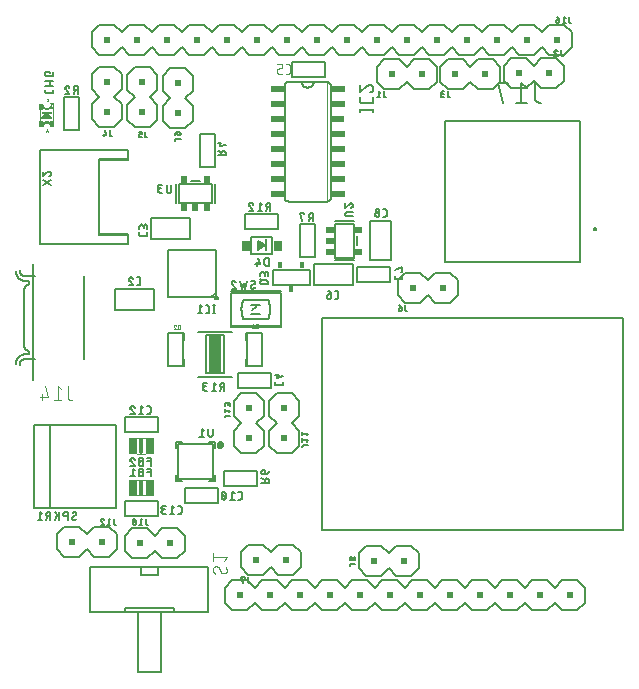
<source format=gbo>
G04 EAGLE Gerber RS-274X export*
G75*
%MOMM*%
%FSLAX34Y34*%
%LPD*%
%INSilkscreen Bottom*%
%IPPOS*%
%AMOC8*
5,1,8,0,0,1.08239X$1,22.5*%
G01*
%ADD10C,0.127000*%
%ADD11C,0.152400*%
%ADD12C,0.203200*%
%ADD13R,0.650000X0.500000*%
%ADD14R,0.750000X0.850000*%
%ADD15R,0.200000X1.000000*%
%ADD16R,0.500000X0.650000*%
%ADD17C,0.101600*%
%ADD18C,0.076200*%
%ADD19C,0.025400*%
%ADD20R,0.325000X0.500000*%
%ADD21R,0.150000X0.250000*%
%ADD22R,0.400000X0.175000*%
%ADD23R,0.300000X0.262000*%
%ADD24R,0.325000X0.075000*%
%ADD25R,0.889000X0.190500*%
%ADD26R,0.457200X0.584200*%
%ADD27R,1.000000X3.100000*%
%ADD28C,0.050800*%
%ADD29R,1.143000X0.508000*%
%ADD30C,0.304800*%
%ADD31R,0.750100X1.450100*%
%ADD32R,0.508000X0.508000*%
%ADD33C,0.200000*%

G36*
X20828Y418702D02*
X20828Y418702D01*
X20845Y418700D01*
X20949Y418721D01*
X21053Y418739D01*
X21068Y418747D01*
X21086Y418751D01*
X21177Y418804D01*
X21270Y418854D01*
X21282Y418866D01*
X21298Y418876D01*
X21367Y418955D01*
X21440Y419032D01*
X21447Y419048D01*
X21459Y419062D01*
X21499Y419159D01*
X21543Y419255D01*
X21545Y419273D01*
X21552Y419289D01*
X21559Y419395D01*
X21570Y419499D01*
X21566Y419517D01*
X21568Y419535D01*
X21540Y419637D01*
X21518Y419740D01*
X21509Y419755D01*
X21504Y419772D01*
X21419Y419917D01*
X17609Y424997D01*
X17606Y425000D01*
X17604Y425004D01*
X17517Y425085D01*
X17432Y425167D01*
X17428Y425169D01*
X17425Y425172D01*
X17316Y425222D01*
X17209Y425272D01*
X17205Y425272D01*
X17201Y425274D01*
X17083Y425287D01*
X16965Y425300D01*
X16961Y425300D01*
X16956Y425300D01*
X16840Y425274D01*
X16724Y425250D01*
X16720Y425247D01*
X16716Y425246D01*
X16614Y425185D01*
X16512Y425125D01*
X16509Y425121D01*
X16506Y425119D01*
X16391Y424997D01*
X12581Y419917D01*
X12573Y419901D01*
X12561Y419888D01*
X12516Y419792D01*
X12467Y419699D01*
X12464Y419681D01*
X12457Y419665D01*
X12445Y419560D01*
X12429Y419456D01*
X12432Y419438D01*
X12430Y419421D01*
X12452Y419318D01*
X12470Y419213D01*
X12478Y419198D01*
X12482Y419180D01*
X12536Y419090D01*
X12586Y418997D01*
X12599Y418984D01*
X12608Y418969D01*
X12688Y418900D01*
X12765Y418828D01*
X12782Y418821D01*
X12795Y418809D01*
X12893Y418770D01*
X12989Y418726D01*
X13007Y418724D01*
X13023Y418717D01*
X13190Y418699D01*
X20810Y418699D01*
X20828Y418702D01*
G37*
G36*
X197045Y308993D02*
X197045Y308993D01*
X197116Y308991D01*
X197186Y309010D01*
X197257Y309018D01*
X197312Y309043D01*
X197391Y309063D01*
X197494Y309124D01*
X197563Y309155D01*
X200563Y311155D01*
X200650Y311232D01*
X200740Y311305D01*
X200755Y311327D01*
X200775Y311345D01*
X200837Y311442D01*
X200904Y311537D01*
X200912Y311563D01*
X200927Y311585D01*
X200959Y311696D01*
X200997Y311806D01*
X200998Y311833D01*
X201005Y311858D01*
X201005Y311974D01*
X201011Y312090D01*
X201005Y312116D01*
X201005Y312143D01*
X200973Y312254D01*
X200947Y312367D01*
X200934Y312390D01*
X200926Y312416D01*
X200864Y312514D01*
X200808Y312615D01*
X200790Y312631D01*
X200775Y312656D01*
X200567Y312841D01*
X200563Y312845D01*
X197563Y314845D01*
X197499Y314876D01*
X197439Y314916D01*
X197371Y314937D01*
X197307Y314968D01*
X197236Y314980D01*
X197168Y315001D01*
X197097Y315003D01*
X197027Y315015D01*
X196955Y315007D01*
X196884Y315009D01*
X196815Y314991D01*
X196744Y314982D01*
X196678Y314955D01*
X196609Y314937D01*
X196548Y314900D01*
X196482Y314873D01*
X196426Y314828D01*
X196364Y314792D01*
X196315Y314740D01*
X196260Y314695D01*
X196219Y314637D01*
X196170Y314584D01*
X196137Y314521D01*
X196096Y314463D01*
X196073Y314395D01*
X196040Y314331D01*
X196030Y314272D01*
X196003Y314194D01*
X195997Y314075D01*
X195985Y314000D01*
X195985Y310000D01*
X195995Y309929D01*
X195995Y309857D01*
X196015Y309789D01*
X196025Y309719D01*
X196054Y309653D01*
X196074Y309584D01*
X196112Y309524D01*
X196141Y309459D01*
X196187Y309404D01*
X196225Y309344D01*
X196279Y309296D01*
X196325Y309242D01*
X196384Y309202D01*
X196438Y309155D01*
X196502Y309124D01*
X196561Y309085D01*
X196630Y309063D01*
X196694Y309032D01*
X196764Y309020D01*
X196832Y308999D01*
X196904Y308997D01*
X196975Y308985D01*
X197045Y308993D01*
G37*
D10*
X276510Y278110D02*
X276510Y295890D01*
X243490Y295890D01*
X243490Y278110D01*
X276510Y278110D01*
D11*
X262415Y266904D02*
X260947Y266904D01*
X262415Y266904D02*
X262489Y266906D01*
X262564Y266912D01*
X262637Y266921D01*
X262711Y266934D01*
X262783Y266951D01*
X262854Y266971D01*
X262925Y266995D01*
X262994Y267023D01*
X263062Y267054D01*
X263127Y267088D01*
X263192Y267126D01*
X263254Y267167D01*
X263314Y267211D01*
X263371Y267258D01*
X263426Y267308D01*
X263479Y267361D01*
X263529Y267416D01*
X263576Y267473D01*
X263620Y267533D01*
X263661Y267595D01*
X263699Y267660D01*
X263733Y267726D01*
X263764Y267793D01*
X263792Y267862D01*
X263816Y267933D01*
X263836Y268004D01*
X263853Y268077D01*
X263866Y268150D01*
X263875Y268224D01*
X263881Y268298D01*
X263883Y268372D01*
X263882Y268372D02*
X263882Y272040D01*
X263883Y272040D02*
X263881Y272114D01*
X263875Y272189D01*
X263866Y272262D01*
X263853Y272335D01*
X263836Y272408D01*
X263816Y272479D01*
X263792Y272550D01*
X263764Y272619D01*
X263733Y272686D01*
X263699Y272752D01*
X263661Y272817D01*
X263620Y272879D01*
X263576Y272939D01*
X263529Y272996D01*
X263479Y273051D01*
X263426Y273104D01*
X263371Y273154D01*
X263314Y273201D01*
X263254Y273245D01*
X263192Y273286D01*
X263127Y273324D01*
X263062Y273358D01*
X262994Y273389D01*
X262925Y273417D01*
X262855Y273441D01*
X262783Y273461D01*
X262711Y273478D01*
X262637Y273491D01*
X262564Y273500D01*
X262489Y273506D01*
X262415Y273508D01*
X260947Y273508D01*
X257751Y270573D02*
X255550Y270573D01*
X255476Y270571D01*
X255401Y270565D01*
X255328Y270556D01*
X255254Y270543D01*
X255182Y270526D01*
X255111Y270506D01*
X255040Y270482D01*
X254971Y270454D01*
X254904Y270423D01*
X254838Y270389D01*
X254773Y270351D01*
X254711Y270310D01*
X254651Y270266D01*
X254594Y270219D01*
X254539Y270169D01*
X254486Y270116D01*
X254436Y270061D01*
X254389Y270004D01*
X254345Y269944D01*
X254304Y269882D01*
X254266Y269817D01*
X254232Y269751D01*
X254201Y269684D01*
X254173Y269615D01*
X254149Y269544D01*
X254129Y269473D01*
X254112Y269401D01*
X254099Y269327D01*
X254090Y269254D01*
X254084Y269179D01*
X254082Y269105D01*
X254082Y268738D01*
X254084Y268653D01*
X254090Y268569D01*
X254100Y268485D01*
X254113Y268401D01*
X254131Y268318D01*
X254152Y268236D01*
X254177Y268155D01*
X254206Y268075D01*
X254238Y267997D01*
X254274Y267921D01*
X254314Y267846D01*
X254357Y267773D01*
X254403Y267702D01*
X254452Y267633D01*
X254505Y267566D01*
X254561Y267502D01*
X254619Y267441D01*
X254680Y267383D01*
X254744Y267327D01*
X254811Y267274D01*
X254880Y267225D01*
X254951Y267179D01*
X255024Y267136D01*
X255099Y267096D01*
X255175Y267060D01*
X255253Y267028D01*
X255333Y266999D01*
X255414Y266974D01*
X255496Y266953D01*
X255579Y266935D01*
X255663Y266922D01*
X255747Y266912D01*
X255831Y266906D01*
X255916Y266904D01*
X256001Y266906D01*
X256085Y266912D01*
X256169Y266922D01*
X256253Y266935D01*
X256336Y266953D01*
X256418Y266974D01*
X256499Y266999D01*
X256579Y267028D01*
X256657Y267060D01*
X256733Y267096D01*
X256808Y267136D01*
X256881Y267179D01*
X256952Y267225D01*
X257021Y267274D01*
X257088Y267327D01*
X257152Y267383D01*
X257213Y267441D01*
X257271Y267502D01*
X257327Y267566D01*
X257380Y267633D01*
X257429Y267702D01*
X257475Y267773D01*
X257518Y267846D01*
X257558Y267921D01*
X257594Y267997D01*
X257626Y268075D01*
X257655Y268155D01*
X257680Y268236D01*
X257701Y268318D01*
X257719Y268401D01*
X257732Y268485D01*
X257742Y268569D01*
X257748Y268653D01*
X257750Y268738D01*
X257751Y268738D02*
X257751Y270573D01*
X257749Y270680D01*
X257743Y270787D01*
X257733Y270894D01*
X257720Y271000D01*
X257702Y271106D01*
X257681Y271211D01*
X257656Y271315D01*
X257627Y271419D01*
X257594Y271521D01*
X257557Y271621D01*
X257517Y271721D01*
X257473Y271819D01*
X257426Y271915D01*
X257375Y272009D01*
X257321Y272102D01*
X257264Y272192D01*
X257203Y272281D01*
X257139Y272367D01*
X257072Y272450D01*
X257002Y272532D01*
X256929Y272610D01*
X256853Y272686D01*
X256775Y272759D01*
X256693Y272829D01*
X256610Y272896D01*
X256524Y272960D01*
X256435Y273021D01*
X256345Y273078D01*
X256252Y273132D01*
X256158Y273183D01*
X256062Y273230D01*
X255964Y273274D01*
X255865Y273314D01*
X255764Y273351D01*
X255662Y273384D01*
X255558Y273413D01*
X255454Y273438D01*
X255349Y273459D01*
X255243Y273477D01*
X255137Y273490D01*
X255030Y273500D01*
X254923Y273506D01*
X254816Y273508D01*
D10*
X280030Y293350D02*
X307970Y293350D01*
X280030Y293350D02*
X280030Y280650D01*
X307970Y280650D01*
X307970Y293350D01*
D11*
X311492Y286477D02*
X311492Y285010D01*
X311494Y284936D01*
X311500Y284861D01*
X311509Y284788D01*
X311522Y284714D01*
X311539Y284642D01*
X311559Y284571D01*
X311583Y284500D01*
X311611Y284431D01*
X311642Y284364D01*
X311676Y284298D01*
X311714Y284233D01*
X311755Y284171D01*
X311799Y284111D01*
X311846Y284054D01*
X311896Y283999D01*
X311949Y283946D01*
X312004Y283896D01*
X312061Y283849D01*
X312121Y283805D01*
X312183Y283764D01*
X312248Y283726D01*
X312314Y283692D01*
X312381Y283661D01*
X312450Y283633D01*
X312521Y283609D01*
X312592Y283589D01*
X312664Y283572D01*
X312738Y283559D01*
X312811Y283550D01*
X312886Y283544D01*
X312960Y283542D01*
X316628Y283542D01*
X316702Y283544D01*
X316777Y283550D01*
X316850Y283559D01*
X316924Y283572D01*
X316996Y283589D01*
X317067Y283609D01*
X317138Y283633D01*
X317207Y283661D01*
X317274Y283692D01*
X317340Y283726D01*
X317405Y283764D01*
X317467Y283805D01*
X317527Y283849D01*
X317584Y283896D01*
X317639Y283946D01*
X317692Y283999D01*
X317742Y284054D01*
X317789Y284111D01*
X317833Y284171D01*
X317874Y284233D01*
X317912Y284298D01*
X317946Y284363D01*
X317977Y284431D01*
X318005Y284500D01*
X318029Y284571D01*
X318049Y284642D01*
X318066Y284714D01*
X318079Y284788D01*
X318088Y284861D01*
X318094Y284936D01*
X318096Y285010D01*
X318096Y286477D01*
X318096Y289674D02*
X317362Y289674D01*
X318096Y289674D02*
X318096Y293342D01*
X311492Y291508D01*
D10*
X308890Y332510D02*
X291110Y332510D01*
X291110Y299490D01*
X308890Y299490D01*
X308890Y332510D01*
D11*
X303450Y336492D02*
X301983Y336492D01*
X303450Y336492D02*
X303524Y336494D01*
X303599Y336500D01*
X303672Y336509D01*
X303746Y336522D01*
X303818Y336539D01*
X303889Y336559D01*
X303960Y336583D01*
X304029Y336611D01*
X304097Y336642D01*
X304162Y336676D01*
X304227Y336714D01*
X304289Y336755D01*
X304349Y336799D01*
X304406Y336846D01*
X304461Y336896D01*
X304514Y336949D01*
X304564Y337004D01*
X304611Y337061D01*
X304655Y337121D01*
X304696Y337183D01*
X304734Y337248D01*
X304768Y337314D01*
X304799Y337381D01*
X304827Y337450D01*
X304851Y337521D01*
X304871Y337592D01*
X304888Y337665D01*
X304901Y337738D01*
X304910Y337812D01*
X304916Y337886D01*
X304918Y337960D01*
X304918Y341628D01*
X304916Y341702D01*
X304910Y341777D01*
X304901Y341850D01*
X304888Y341923D01*
X304871Y341996D01*
X304851Y342067D01*
X304827Y342138D01*
X304799Y342207D01*
X304768Y342274D01*
X304734Y342340D01*
X304696Y342405D01*
X304655Y342467D01*
X304611Y342527D01*
X304564Y342584D01*
X304514Y342639D01*
X304461Y342692D01*
X304406Y342742D01*
X304349Y342789D01*
X304289Y342833D01*
X304227Y342874D01*
X304162Y342912D01*
X304097Y342946D01*
X304029Y342977D01*
X303960Y343005D01*
X303890Y343029D01*
X303818Y343049D01*
X303746Y343066D01*
X303672Y343079D01*
X303599Y343088D01*
X303524Y343094D01*
X303450Y343096D01*
X301983Y343096D01*
X298786Y338326D02*
X298784Y338411D01*
X298778Y338495D01*
X298768Y338579D01*
X298755Y338663D01*
X298737Y338746D01*
X298716Y338828D01*
X298691Y338909D01*
X298662Y338989D01*
X298630Y339067D01*
X298594Y339143D01*
X298554Y339218D01*
X298511Y339291D01*
X298465Y339362D01*
X298416Y339431D01*
X298363Y339498D01*
X298307Y339562D01*
X298249Y339623D01*
X298188Y339681D01*
X298124Y339737D01*
X298057Y339790D01*
X297988Y339839D01*
X297917Y339885D01*
X297844Y339928D01*
X297769Y339968D01*
X297693Y340004D01*
X297615Y340036D01*
X297535Y340065D01*
X297454Y340090D01*
X297372Y340111D01*
X297289Y340129D01*
X297205Y340142D01*
X297121Y340152D01*
X297037Y340158D01*
X296952Y340160D01*
X296867Y340158D01*
X296783Y340152D01*
X296699Y340142D01*
X296615Y340129D01*
X296532Y340111D01*
X296450Y340090D01*
X296369Y340065D01*
X296289Y340036D01*
X296211Y340004D01*
X296135Y339968D01*
X296060Y339928D01*
X295987Y339885D01*
X295916Y339839D01*
X295847Y339790D01*
X295780Y339737D01*
X295716Y339681D01*
X295655Y339623D01*
X295597Y339562D01*
X295541Y339498D01*
X295488Y339431D01*
X295439Y339362D01*
X295393Y339291D01*
X295350Y339218D01*
X295310Y339143D01*
X295274Y339067D01*
X295242Y338989D01*
X295213Y338909D01*
X295188Y338828D01*
X295167Y338746D01*
X295149Y338663D01*
X295136Y338579D01*
X295126Y338495D01*
X295120Y338411D01*
X295118Y338326D01*
X295120Y338241D01*
X295126Y338157D01*
X295136Y338073D01*
X295149Y337989D01*
X295167Y337906D01*
X295188Y337824D01*
X295213Y337743D01*
X295242Y337663D01*
X295274Y337585D01*
X295310Y337509D01*
X295350Y337434D01*
X295393Y337361D01*
X295439Y337290D01*
X295488Y337221D01*
X295541Y337154D01*
X295597Y337090D01*
X295655Y337029D01*
X295716Y336971D01*
X295780Y336915D01*
X295847Y336862D01*
X295916Y336813D01*
X295987Y336767D01*
X296060Y336724D01*
X296135Y336684D01*
X296211Y336648D01*
X296289Y336616D01*
X296369Y336587D01*
X296450Y336562D01*
X296532Y336541D01*
X296615Y336523D01*
X296699Y336510D01*
X296783Y336500D01*
X296867Y336494D01*
X296952Y336492D01*
X297037Y336494D01*
X297121Y336500D01*
X297205Y336510D01*
X297289Y336523D01*
X297372Y336541D01*
X297454Y336562D01*
X297535Y336587D01*
X297615Y336616D01*
X297693Y336648D01*
X297769Y336684D01*
X297844Y336724D01*
X297917Y336767D01*
X297988Y336813D01*
X298057Y336862D01*
X298124Y336915D01*
X298188Y336971D01*
X298249Y337029D01*
X298307Y337090D01*
X298363Y337154D01*
X298416Y337221D01*
X298465Y337290D01*
X298511Y337361D01*
X298554Y337434D01*
X298594Y337509D01*
X298630Y337585D01*
X298662Y337663D01*
X298691Y337743D01*
X298716Y337824D01*
X298737Y337906D01*
X298755Y337989D01*
X298768Y338073D01*
X298778Y338157D01*
X298784Y338241D01*
X298786Y338326D01*
X298420Y341628D02*
X298418Y341704D01*
X298412Y341779D01*
X298403Y341854D01*
X298389Y341928D01*
X298372Y342002D01*
X298350Y342074D01*
X298326Y342146D01*
X298297Y342216D01*
X298265Y342284D01*
X298230Y342351D01*
X298191Y342416D01*
X298148Y342479D01*
X298103Y342539D01*
X298055Y342597D01*
X298003Y342653D01*
X297949Y342705D01*
X297892Y342755D01*
X297833Y342802D01*
X297772Y342846D01*
X297708Y342887D01*
X297642Y342924D01*
X297574Y342958D01*
X297505Y342988D01*
X297434Y343015D01*
X297362Y343038D01*
X297289Y343057D01*
X297215Y343072D01*
X297140Y343084D01*
X297065Y343092D01*
X296990Y343096D01*
X296914Y343096D01*
X296839Y343092D01*
X296764Y343084D01*
X296689Y343072D01*
X296615Y343057D01*
X296542Y343038D01*
X296470Y343015D01*
X296399Y342988D01*
X296330Y342958D01*
X296262Y342924D01*
X296196Y342887D01*
X296132Y342846D01*
X296071Y342802D01*
X296012Y342755D01*
X295955Y342705D01*
X295901Y342653D01*
X295849Y342597D01*
X295801Y342539D01*
X295756Y342479D01*
X295713Y342416D01*
X295674Y342351D01*
X295639Y342284D01*
X295607Y342216D01*
X295578Y342146D01*
X295554Y342074D01*
X295532Y342002D01*
X295515Y341928D01*
X295501Y341854D01*
X295492Y341779D01*
X295486Y341704D01*
X295484Y341628D01*
X295486Y341552D01*
X295492Y341477D01*
X295501Y341402D01*
X295515Y341328D01*
X295532Y341254D01*
X295554Y341182D01*
X295578Y341110D01*
X295607Y341040D01*
X295639Y340972D01*
X295674Y340905D01*
X295713Y340840D01*
X295756Y340777D01*
X295801Y340717D01*
X295849Y340659D01*
X295901Y340603D01*
X295955Y340551D01*
X296012Y340501D01*
X296071Y340454D01*
X296132Y340410D01*
X296196Y340369D01*
X296262Y340332D01*
X296330Y340298D01*
X296399Y340268D01*
X296470Y340241D01*
X296542Y340218D01*
X296615Y340199D01*
X296689Y340184D01*
X296764Y340172D01*
X296839Y340164D01*
X296914Y340160D01*
X296990Y340160D01*
X297065Y340164D01*
X297140Y340172D01*
X297215Y340184D01*
X297289Y340199D01*
X297362Y340218D01*
X297434Y340241D01*
X297505Y340268D01*
X297574Y340298D01*
X297642Y340332D01*
X297708Y340369D01*
X297772Y340410D01*
X297833Y340454D01*
X297892Y340501D01*
X297949Y340551D01*
X298003Y340603D01*
X298055Y340659D01*
X298103Y340717D01*
X298148Y340777D01*
X298191Y340840D01*
X298230Y340905D01*
X298265Y340972D01*
X298297Y341040D01*
X298326Y341110D01*
X298350Y341182D01*
X298372Y341254D01*
X298389Y341328D01*
X298403Y341402D01*
X298412Y341477D01*
X298418Y341552D01*
X298420Y341628D01*
D12*
X277104Y330224D02*
X260896Y330224D01*
X260896Y301776D01*
X277104Y301776D01*
X277104Y330224D01*
X277000Y299500D02*
X261000Y299500D01*
X261000Y332500D02*
X277000Y332500D01*
D13*
X257250Y306500D03*
X257250Y316000D03*
X257250Y325500D03*
X280750Y325500D03*
X280750Y306500D03*
D12*
X279500Y312000D02*
X279500Y320000D01*
D11*
X276366Y336542D02*
X271596Y336542D01*
X271511Y336544D01*
X271427Y336550D01*
X271343Y336560D01*
X271259Y336573D01*
X271176Y336591D01*
X271094Y336612D01*
X271013Y336637D01*
X270933Y336666D01*
X270855Y336698D01*
X270779Y336734D01*
X270704Y336774D01*
X270631Y336817D01*
X270560Y336863D01*
X270491Y336912D01*
X270424Y336965D01*
X270360Y337021D01*
X270299Y337079D01*
X270241Y337140D01*
X270185Y337204D01*
X270132Y337271D01*
X270083Y337340D01*
X270037Y337411D01*
X269994Y337484D01*
X269954Y337559D01*
X269918Y337635D01*
X269886Y337713D01*
X269857Y337793D01*
X269832Y337874D01*
X269811Y337956D01*
X269793Y338039D01*
X269780Y338123D01*
X269770Y338207D01*
X269764Y338291D01*
X269762Y338376D01*
X269764Y338461D01*
X269770Y338545D01*
X269780Y338629D01*
X269793Y338713D01*
X269811Y338796D01*
X269832Y338878D01*
X269857Y338959D01*
X269886Y339039D01*
X269918Y339117D01*
X269954Y339193D01*
X269994Y339268D01*
X270037Y339341D01*
X270083Y339412D01*
X270132Y339481D01*
X270185Y339548D01*
X270241Y339612D01*
X270299Y339673D01*
X270360Y339731D01*
X270424Y339787D01*
X270491Y339840D01*
X270560Y339889D01*
X270631Y339935D01*
X270704Y339978D01*
X270779Y340018D01*
X270855Y340054D01*
X270933Y340086D01*
X271013Y340115D01*
X271094Y340140D01*
X271176Y340161D01*
X271259Y340179D01*
X271343Y340192D01*
X271427Y340202D01*
X271511Y340208D01*
X271596Y340210D01*
X271596Y340211D02*
X276366Y340211D01*
X276366Y346119D02*
X276364Y346198D01*
X276359Y346276D01*
X276349Y346354D01*
X276336Y346431D01*
X276319Y346508D01*
X276299Y346584D01*
X276275Y346659D01*
X276248Y346733D01*
X276217Y346805D01*
X276182Y346876D01*
X276145Y346945D01*
X276104Y347012D01*
X276060Y347077D01*
X276013Y347140D01*
X275963Y347200D01*
X275910Y347258D01*
X275854Y347314D01*
X275796Y347367D01*
X275736Y347417D01*
X275673Y347464D01*
X275608Y347508D01*
X275541Y347549D01*
X275472Y347586D01*
X275401Y347621D01*
X275329Y347652D01*
X275255Y347679D01*
X275180Y347703D01*
X275104Y347723D01*
X275027Y347740D01*
X274950Y347753D01*
X274872Y347763D01*
X274794Y347768D01*
X274715Y347770D01*
X276366Y346119D02*
X276364Y346030D01*
X276359Y345941D01*
X276349Y345853D01*
X276336Y345765D01*
X276320Y345678D01*
X276299Y345591D01*
X276275Y345506D01*
X276248Y345421D01*
X276217Y345338D01*
X276182Y345256D01*
X276144Y345175D01*
X276103Y345096D01*
X276059Y345020D01*
X276011Y344944D01*
X275960Y344871D01*
X275907Y344801D01*
X275850Y344732D01*
X275790Y344666D01*
X275728Y344603D01*
X275663Y344542D01*
X275596Y344484D01*
X275526Y344429D01*
X275454Y344376D01*
X275380Y344327D01*
X275304Y344281D01*
X275226Y344239D01*
X275146Y344199D01*
X275065Y344163D01*
X274982Y344130D01*
X274898Y344101D01*
X273431Y347220D02*
X273487Y347276D01*
X273546Y347330D01*
X273607Y347381D01*
X273671Y347430D01*
X273736Y347475D01*
X273804Y347518D01*
X273873Y347557D01*
X273944Y347594D01*
X274017Y347627D01*
X274091Y347656D01*
X274166Y347683D01*
X274242Y347706D01*
X274320Y347725D01*
X274398Y347741D01*
X274476Y347754D01*
X274556Y347763D01*
X274635Y347768D01*
X274715Y347770D01*
X273431Y347220D02*
X269762Y344101D01*
X269762Y347770D01*
D12*
X207730Y319000D02*
X190270Y319000D01*
X190270Y305000D01*
X207730Y305000D01*
X207730Y319000D01*
X202000Y312000D02*
X196000Y316000D01*
X196000Y308000D01*
X202000Y312000D01*
D14*
X212480Y311750D03*
X185520Y311750D03*
D15*
X203000Y312000D03*
D11*
X204938Y301526D02*
X204938Y294922D01*
X204938Y301526D02*
X203104Y301526D01*
X203019Y301524D01*
X202935Y301518D01*
X202851Y301508D01*
X202767Y301495D01*
X202684Y301477D01*
X202602Y301456D01*
X202521Y301431D01*
X202441Y301402D01*
X202363Y301370D01*
X202287Y301334D01*
X202212Y301294D01*
X202139Y301251D01*
X202068Y301205D01*
X201999Y301156D01*
X201932Y301103D01*
X201868Y301047D01*
X201807Y300989D01*
X201749Y300928D01*
X201693Y300864D01*
X201640Y300797D01*
X201591Y300728D01*
X201545Y300657D01*
X201502Y300584D01*
X201462Y300509D01*
X201426Y300433D01*
X201394Y300355D01*
X201365Y300275D01*
X201340Y300194D01*
X201319Y300112D01*
X201301Y300029D01*
X201288Y299945D01*
X201278Y299861D01*
X201272Y299777D01*
X201270Y299692D01*
X201269Y299692D02*
X201269Y296756D01*
X201270Y296756D02*
X201272Y296671D01*
X201278Y296587D01*
X201288Y296503D01*
X201301Y296419D01*
X201319Y296336D01*
X201340Y296254D01*
X201365Y296173D01*
X201394Y296093D01*
X201426Y296015D01*
X201462Y295939D01*
X201502Y295864D01*
X201545Y295791D01*
X201591Y295720D01*
X201640Y295651D01*
X201693Y295584D01*
X201749Y295520D01*
X201807Y295459D01*
X201868Y295401D01*
X201932Y295345D01*
X201999Y295292D01*
X202068Y295243D01*
X202139Y295197D01*
X202212Y295154D01*
X202287Y295114D01*
X202363Y295078D01*
X202441Y295046D01*
X202521Y295017D01*
X202602Y294992D01*
X202684Y294971D01*
X202767Y294953D01*
X202851Y294940D01*
X202935Y294930D01*
X203019Y294924D01*
X203104Y294922D01*
X204938Y294922D01*
X197379Y296390D02*
X195911Y301526D01*
X197379Y296390D02*
X193710Y296390D01*
X194811Y297857D02*
X194811Y294922D01*
D12*
X11000Y313000D02*
X11000Y393000D01*
X11000Y313000D02*
X86000Y313000D01*
X86000Y393000D02*
X11000Y393000D01*
X61000Y385000D02*
X61000Y321000D01*
X61000Y385000D02*
X86000Y385000D01*
X86000Y393000D01*
X86000Y321000D02*
X86000Y313000D01*
X86000Y321000D02*
X61000Y321000D01*
X11000Y330500D02*
X11000Y375500D01*
X46000Y313000D02*
X86000Y313000D01*
X86000Y321500D01*
X61000Y321500D01*
X61000Y335500D01*
X61000Y370500D02*
X61000Y384500D01*
X86000Y384500D01*
X86000Y393000D01*
X46000Y393000D01*
D11*
X20553Y367515D02*
X13949Y363112D01*
X13949Y367515D02*
X20553Y363112D01*
X20553Y372812D02*
X20551Y372891D01*
X20546Y372969D01*
X20536Y373047D01*
X20523Y373124D01*
X20506Y373201D01*
X20486Y373277D01*
X20462Y373352D01*
X20435Y373426D01*
X20404Y373498D01*
X20369Y373569D01*
X20332Y373638D01*
X20291Y373705D01*
X20247Y373770D01*
X20200Y373833D01*
X20150Y373893D01*
X20097Y373951D01*
X20041Y374007D01*
X19983Y374060D01*
X19923Y374110D01*
X19860Y374157D01*
X19795Y374201D01*
X19728Y374242D01*
X19659Y374279D01*
X19588Y374314D01*
X19516Y374345D01*
X19442Y374372D01*
X19367Y374396D01*
X19291Y374416D01*
X19214Y374433D01*
X19137Y374446D01*
X19059Y374456D01*
X18981Y374461D01*
X18902Y374463D01*
X20553Y372812D02*
X20551Y372723D01*
X20546Y372634D01*
X20536Y372546D01*
X20523Y372458D01*
X20507Y372371D01*
X20486Y372284D01*
X20462Y372199D01*
X20435Y372114D01*
X20404Y372031D01*
X20369Y371949D01*
X20331Y371868D01*
X20290Y371789D01*
X20246Y371713D01*
X20198Y371637D01*
X20147Y371564D01*
X20094Y371494D01*
X20037Y371425D01*
X19977Y371359D01*
X19915Y371296D01*
X19850Y371235D01*
X19783Y371177D01*
X19713Y371122D01*
X19641Y371069D01*
X19567Y371020D01*
X19491Y370974D01*
X19413Y370932D01*
X19333Y370892D01*
X19252Y370856D01*
X19169Y370823D01*
X19085Y370794D01*
X17618Y373913D02*
X17674Y373969D01*
X17733Y374023D01*
X17794Y374074D01*
X17858Y374123D01*
X17923Y374168D01*
X17991Y374211D01*
X18060Y374250D01*
X18131Y374287D01*
X18204Y374320D01*
X18278Y374349D01*
X18353Y374376D01*
X18429Y374399D01*
X18507Y374418D01*
X18585Y374434D01*
X18663Y374447D01*
X18743Y374456D01*
X18822Y374461D01*
X18902Y374463D01*
X17618Y373913D02*
X13949Y370794D01*
X13949Y374463D01*
D12*
X128776Y364104D02*
X128776Y347896D01*
X157224Y347896D01*
X157224Y364104D01*
X128776Y364104D01*
X159500Y364000D02*
X159500Y348000D01*
X126500Y348000D02*
X126500Y364000D01*
D16*
X152500Y344250D03*
X143000Y344250D03*
X133500Y344250D03*
X133500Y367750D03*
X152500Y367750D03*
D12*
X147000Y366500D02*
X139000Y366500D01*
D11*
X122458Y363366D02*
X122458Y358596D01*
X122456Y358511D01*
X122450Y358427D01*
X122440Y358343D01*
X122427Y358259D01*
X122409Y358176D01*
X122388Y358094D01*
X122363Y358013D01*
X122334Y357933D01*
X122302Y357855D01*
X122266Y357779D01*
X122226Y357704D01*
X122183Y357631D01*
X122137Y357560D01*
X122088Y357491D01*
X122035Y357424D01*
X121979Y357360D01*
X121921Y357299D01*
X121860Y357241D01*
X121796Y357185D01*
X121729Y357132D01*
X121660Y357083D01*
X121589Y357037D01*
X121516Y356994D01*
X121441Y356954D01*
X121365Y356918D01*
X121287Y356886D01*
X121207Y356857D01*
X121126Y356832D01*
X121044Y356811D01*
X120961Y356793D01*
X120877Y356780D01*
X120793Y356770D01*
X120709Y356764D01*
X120624Y356762D01*
X120539Y356764D01*
X120455Y356770D01*
X120371Y356780D01*
X120287Y356793D01*
X120204Y356811D01*
X120122Y356832D01*
X120041Y356857D01*
X119961Y356886D01*
X119883Y356918D01*
X119807Y356954D01*
X119732Y356994D01*
X119659Y357037D01*
X119588Y357083D01*
X119519Y357132D01*
X119452Y357185D01*
X119388Y357241D01*
X119327Y357299D01*
X119269Y357360D01*
X119213Y357424D01*
X119160Y357491D01*
X119111Y357560D01*
X119065Y357631D01*
X119022Y357704D01*
X118982Y357779D01*
X118946Y357855D01*
X118914Y357933D01*
X118885Y358013D01*
X118860Y358094D01*
X118839Y358176D01*
X118821Y358259D01*
X118808Y358343D01*
X118798Y358427D01*
X118792Y358511D01*
X118790Y358596D01*
X118789Y358596D02*
X118789Y363366D01*
X114899Y356762D02*
X113065Y356762D01*
X112980Y356764D01*
X112896Y356770D01*
X112812Y356780D01*
X112728Y356793D01*
X112645Y356811D01*
X112563Y356832D01*
X112482Y356857D01*
X112402Y356886D01*
X112324Y356918D01*
X112248Y356954D01*
X112173Y356994D01*
X112100Y357037D01*
X112029Y357083D01*
X111960Y357132D01*
X111893Y357185D01*
X111829Y357241D01*
X111768Y357299D01*
X111710Y357360D01*
X111654Y357424D01*
X111601Y357491D01*
X111552Y357560D01*
X111506Y357631D01*
X111463Y357704D01*
X111423Y357779D01*
X111387Y357855D01*
X111355Y357933D01*
X111326Y358013D01*
X111301Y358094D01*
X111280Y358176D01*
X111262Y358259D01*
X111249Y358343D01*
X111239Y358427D01*
X111233Y358511D01*
X111231Y358596D01*
X111233Y358681D01*
X111239Y358765D01*
X111249Y358849D01*
X111262Y358933D01*
X111280Y359016D01*
X111301Y359098D01*
X111326Y359179D01*
X111355Y359259D01*
X111387Y359337D01*
X111423Y359413D01*
X111463Y359488D01*
X111506Y359561D01*
X111552Y359632D01*
X111601Y359701D01*
X111654Y359768D01*
X111710Y359832D01*
X111768Y359893D01*
X111829Y359951D01*
X111893Y360007D01*
X111960Y360060D01*
X112029Y360109D01*
X112100Y360155D01*
X112173Y360198D01*
X112248Y360238D01*
X112324Y360274D01*
X112402Y360306D01*
X112482Y360335D01*
X112563Y360360D01*
X112645Y360381D01*
X112728Y360399D01*
X112812Y360412D01*
X112896Y360422D01*
X112980Y360428D01*
X113065Y360430D01*
X112698Y363366D02*
X114899Y363366D01*
X112698Y363366D02*
X112622Y363364D01*
X112547Y363358D01*
X112472Y363349D01*
X112398Y363335D01*
X112324Y363318D01*
X112252Y363296D01*
X112180Y363272D01*
X112110Y363243D01*
X112042Y363211D01*
X111975Y363176D01*
X111910Y363137D01*
X111847Y363094D01*
X111787Y363049D01*
X111729Y363001D01*
X111673Y362949D01*
X111621Y362895D01*
X111571Y362838D01*
X111524Y362779D01*
X111480Y362718D01*
X111439Y362654D01*
X111402Y362588D01*
X111368Y362520D01*
X111338Y362451D01*
X111311Y362380D01*
X111288Y362308D01*
X111269Y362235D01*
X111254Y362161D01*
X111242Y362086D01*
X111234Y362011D01*
X111230Y361936D01*
X111230Y361860D01*
X111234Y361785D01*
X111242Y361710D01*
X111254Y361635D01*
X111269Y361561D01*
X111288Y361488D01*
X111311Y361416D01*
X111338Y361345D01*
X111368Y361276D01*
X111402Y361208D01*
X111439Y361142D01*
X111480Y361078D01*
X111524Y361017D01*
X111571Y360958D01*
X111621Y360901D01*
X111673Y360847D01*
X111729Y360795D01*
X111787Y360747D01*
X111847Y360702D01*
X111910Y360659D01*
X111975Y360620D01*
X112042Y360585D01*
X112110Y360553D01*
X112180Y360524D01*
X112252Y360500D01*
X112324Y360478D01*
X112398Y360461D01*
X112472Y360447D01*
X112547Y360438D01*
X112622Y360432D01*
X112698Y360430D01*
X112698Y360431D02*
X114165Y360431D01*
D17*
X20500Y431250D02*
X20480Y431134D01*
X20456Y431018D01*
X20429Y430903D01*
X20397Y430789D01*
X20362Y430677D01*
X20323Y430565D01*
X20280Y430455D01*
X20234Y430346D01*
X20184Y430239D01*
X20130Y430134D01*
X20073Y430031D01*
X20013Y429929D01*
X19949Y429830D01*
X19882Y429733D01*
X19812Y429638D01*
X19738Y429545D01*
X19662Y429455D01*
X19582Y429368D01*
X19500Y429283D01*
X19415Y429201D01*
X19327Y429122D01*
X19237Y429046D01*
X19144Y428973D01*
X19049Y428903D01*
X18952Y428836D01*
X18852Y428773D01*
X18750Y428713D01*
X18647Y428656D01*
X18541Y428603D01*
X18434Y428553D01*
X18325Y428507D01*
X18215Y428465D01*
X18103Y428426D01*
X17991Y428391D01*
X17877Y428360D01*
X17762Y428333D01*
X17646Y428309D01*
X17529Y428290D01*
X17412Y428274D01*
X17295Y428262D01*
X17177Y428254D01*
X17059Y428250D01*
X16941Y428250D01*
X16823Y428254D01*
X16705Y428262D01*
X16588Y428274D01*
X16471Y428290D01*
X16354Y428309D01*
X16238Y428333D01*
X16123Y428360D01*
X16009Y428391D01*
X15897Y428426D01*
X15785Y428465D01*
X15675Y428507D01*
X15566Y428553D01*
X15459Y428603D01*
X15353Y428656D01*
X15250Y428713D01*
X15148Y428773D01*
X15048Y428836D01*
X14951Y428903D01*
X14856Y428973D01*
X14763Y429046D01*
X14673Y429122D01*
X14585Y429201D01*
X14500Y429283D01*
X14418Y429368D01*
X14338Y429455D01*
X14262Y429545D01*
X14188Y429638D01*
X14118Y429733D01*
X14051Y429830D01*
X13987Y429929D01*
X13927Y430031D01*
X13870Y430134D01*
X13816Y430239D01*
X13766Y430346D01*
X13720Y430455D01*
X13677Y430565D01*
X13638Y430677D01*
X13603Y430789D01*
X13571Y430903D01*
X13544Y431018D01*
X13520Y431134D01*
X13500Y431250D01*
X13500Y412750D02*
X13520Y412866D01*
X13544Y412982D01*
X13571Y413097D01*
X13603Y413211D01*
X13638Y413323D01*
X13677Y413435D01*
X13720Y413545D01*
X13766Y413654D01*
X13816Y413761D01*
X13870Y413866D01*
X13927Y413969D01*
X13987Y414071D01*
X14051Y414170D01*
X14118Y414267D01*
X14188Y414362D01*
X14262Y414455D01*
X14338Y414545D01*
X14418Y414632D01*
X14500Y414717D01*
X14585Y414799D01*
X14673Y414878D01*
X14763Y414954D01*
X14856Y415027D01*
X14951Y415097D01*
X15048Y415164D01*
X15148Y415227D01*
X15250Y415287D01*
X15353Y415344D01*
X15459Y415397D01*
X15566Y415447D01*
X15675Y415493D01*
X15785Y415535D01*
X15897Y415574D01*
X16009Y415609D01*
X16123Y415640D01*
X16238Y415667D01*
X16354Y415691D01*
X16471Y415710D01*
X16588Y415726D01*
X16705Y415738D01*
X16823Y415746D01*
X16941Y415750D01*
X17059Y415750D01*
X17177Y415746D01*
X17295Y415738D01*
X17412Y415726D01*
X17529Y415710D01*
X17646Y415691D01*
X17762Y415667D01*
X17877Y415640D01*
X17991Y415609D01*
X18103Y415574D01*
X18215Y415535D01*
X18325Y415493D01*
X18434Y415447D01*
X18541Y415397D01*
X18647Y415344D01*
X18750Y415287D01*
X18852Y415227D01*
X18952Y415164D01*
X19049Y415097D01*
X19144Y415027D01*
X19237Y414954D01*
X19327Y414878D01*
X19415Y414799D01*
X19500Y414717D01*
X19582Y414632D01*
X19662Y414545D01*
X19738Y414455D01*
X19812Y414362D01*
X19882Y414267D01*
X19949Y414170D01*
X20013Y414071D01*
X20073Y413969D01*
X20130Y413866D01*
X20184Y413761D01*
X20234Y413654D01*
X20280Y413545D01*
X20323Y413435D01*
X20362Y413323D01*
X20397Y413211D01*
X20429Y413097D01*
X20456Y412982D01*
X20480Y412866D01*
X20500Y412750D01*
X11250Y416750D02*
X11250Y427250D01*
X22750Y431250D02*
X22750Y417000D01*
D18*
X20470Y430500D02*
X20472Y430564D01*
X20478Y430628D01*
X20488Y430691D01*
X20502Y430754D01*
X20519Y430815D01*
X20541Y430876D01*
X20566Y430934D01*
X20595Y430992D01*
X20627Y431047D01*
X20663Y431100D01*
X20702Y431151D01*
X20744Y431199D01*
X20789Y431245D01*
X20837Y431288D01*
X20887Y431328D01*
X20939Y431364D01*
X20994Y431397D01*
X21051Y431427D01*
X21110Y431453D01*
X21170Y431476D01*
X21231Y431494D01*
X21293Y431509D01*
X21356Y431520D01*
X21420Y431527D01*
X21484Y431530D01*
X21548Y431529D01*
X21612Y431524D01*
X21675Y431515D01*
X21738Y431502D01*
X21800Y431485D01*
X21861Y431465D01*
X21920Y431441D01*
X21978Y431413D01*
X22033Y431381D01*
X22087Y431346D01*
X22139Y431308D01*
X22188Y431267D01*
X22234Y431223D01*
X22277Y431176D01*
X22318Y431126D01*
X22355Y431074D01*
X22389Y431020D01*
X22420Y430963D01*
X22447Y430905D01*
X22470Y430846D01*
X22490Y430785D01*
X22506Y430722D01*
X22518Y430660D01*
X22526Y430596D01*
X22530Y430532D01*
X22530Y430468D01*
X22526Y430404D01*
X22518Y430340D01*
X22506Y430278D01*
X22490Y430215D01*
X22470Y430154D01*
X22447Y430095D01*
X22420Y430037D01*
X22389Y429980D01*
X22355Y429926D01*
X22318Y429874D01*
X22277Y429824D01*
X22234Y429777D01*
X22188Y429733D01*
X22139Y429692D01*
X22087Y429654D01*
X22033Y429619D01*
X21978Y429587D01*
X21920Y429559D01*
X21861Y429535D01*
X21800Y429515D01*
X21738Y429498D01*
X21675Y429485D01*
X21612Y429476D01*
X21548Y429471D01*
X21484Y429470D01*
X21420Y429473D01*
X21356Y429480D01*
X21293Y429491D01*
X21231Y429506D01*
X21170Y429524D01*
X21110Y429547D01*
X21051Y429573D01*
X20994Y429603D01*
X20939Y429636D01*
X20887Y429672D01*
X20837Y429712D01*
X20789Y429755D01*
X20744Y429801D01*
X20702Y429849D01*
X20663Y429900D01*
X20627Y429953D01*
X20595Y430008D01*
X20566Y430066D01*
X20541Y430124D01*
X20519Y430185D01*
X20502Y430246D01*
X20488Y430309D01*
X20478Y430372D01*
X20472Y430436D01*
X20470Y430500D01*
D19*
X17111Y410413D02*
X17873Y408127D01*
X16349Y408127D02*
X17111Y410413D01*
X16540Y408699D02*
X17683Y408699D01*
X17365Y434127D02*
X16857Y434127D01*
X17365Y434127D02*
X17409Y434129D01*
X17453Y434135D01*
X17496Y434144D01*
X17539Y434158D01*
X17580Y434175D01*
X17619Y434195D01*
X17656Y434219D01*
X17692Y434246D01*
X17724Y434276D01*
X17754Y434308D01*
X17781Y434344D01*
X17805Y434381D01*
X17825Y434420D01*
X17842Y434461D01*
X17856Y434504D01*
X17865Y434547D01*
X17871Y434591D01*
X17873Y434635D01*
X17873Y435905D01*
X17871Y435949D01*
X17865Y435993D01*
X17856Y436036D01*
X17842Y436079D01*
X17825Y436120D01*
X17805Y436159D01*
X17781Y436196D01*
X17754Y436232D01*
X17724Y436264D01*
X17692Y436294D01*
X17656Y436321D01*
X17619Y436345D01*
X17580Y436365D01*
X17539Y436382D01*
X17496Y436396D01*
X17453Y436405D01*
X17409Y436411D01*
X17365Y436413D01*
X16857Y436413D01*
D20*
X12375Y429500D03*
D21*
X19500Y428250D03*
X14500Y428250D03*
D22*
X17000Y427875D03*
D20*
X12375Y414500D03*
X21625Y414500D03*
D21*
X14500Y415750D03*
X19500Y415750D03*
D22*
X17000Y416125D03*
D23*
X21500Y428310D03*
D24*
X21625Y431625D03*
D25*
X17000Y424358D03*
D11*
X15922Y442450D02*
X15922Y443917D01*
X15922Y442450D02*
X15924Y442376D01*
X15930Y442301D01*
X15939Y442228D01*
X15952Y442154D01*
X15969Y442082D01*
X15989Y442011D01*
X16013Y441940D01*
X16041Y441871D01*
X16072Y441804D01*
X16106Y441738D01*
X16144Y441673D01*
X16185Y441611D01*
X16229Y441551D01*
X16276Y441494D01*
X16326Y441439D01*
X16379Y441386D01*
X16434Y441336D01*
X16491Y441289D01*
X16551Y441245D01*
X16613Y441204D01*
X16678Y441166D01*
X16744Y441132D01*
X16811Y441101D01*
X16880Y441073D01*
X16951Y441049D01*
X17022Y441029D01*
X17094Y441012D01*
X17168Y440999D01*
X17241Y440990D01*
X17316Y440984D01*
X17390Y440982D01*
X21058Y440982D01*
X21132Y440984D01*
X21207Y440990D01*
X21280Y440999D01*
X21354Y441012D01*
X21426Y441029D01*
X21497Y441049D01*
X21568Y441073D01*
X21637Y441101D01*
X21704Y441132D01*
X21770Y441166D01*
X21835Y441204D01*
X21897Y441245D01*
X21957Y441289D01*
X22014Y441336D01*
X22069Y441386D01*
X22122Y441439D01*
X22172Y441494D01*
X22219Y441551D01*
X22263Y441611D01*
X22304Y441673D01*
X22342Y441738D01*
X22376Y441803D01*
X22407Y441871D01*
X22435Y441940D01*
X22459Y442011D01*
X22479Y442082D01*
X22496Y442154D01*
X22509Y442228D01*
X22518Y442301D01*
X22524Y442376D01*
X22526Y442450D01*
X22526Y443917D01*
X22526Y447357D02*
X15922Y447357D01*
X19591Y447357D02*
X19591Y451026D01*
X22526Y451026D02*
X15922Y451026D01*
X19591Y457728D02*
X19591Y458829D01*
X15922Y458829D01*
X15922Y456628D01*
X15924Y456554D01*
X15930Y456479D01*
X15939Y456406D01*
X15952Y456332D01*
X15969Y456260D01*
X15989Y456189D01*
X16013Y456118D01*
X16041Y456049D01*
X16072Y455982D01*
X16106Y455916D01*
X16144Y455851D01*
X16185Y455789D01*
X16229Y455729D01*
X16276Y455672D01*
X16326Y455617D01*
X16379Y455564D01*
X16434Y455514D01*
X16491Y455467D01*
X16551Y455423D01*
X16613Y455382D01*
X16678Y455344D01*
X16744Y455310D01*
X16811Y455279D01*
X16880Y455251D01*
X16951Y455227D01*
X17022Y455207D01*
X17094Y455190D01*
X17168Y455177D01*
X17241Y455168D01*
X17316Y455162D01*
X17390Y455160D01*
X21058Y455160D01*
X21132Y455162D01*
X21207Y455168D01*
X21280Y455177D01*
X21354Y455190D01*
X21426Y455207D01*
X21497Y455227D01*
X21568Y455251D01*
X21637Y455279D01*
X21704Y455310D01*
X21770Y455344D01*
X21835Y455382D01*
X21897Y455423D01*
X21957Y455467D01*
X22014Y455514D01*
X22069Y455564D01*
X22122Y455617D01*
X22172Y455672D01*
X22219Y455729D01*
X22263Y455789D01*
X22304Y455851D01*
X22342Y455916D01*
X22376Y455981D01*
X22407Y456049D01*
X22435Y456118D01*
X22459Y456189D01*
X22479Y456260D01*
X22496Y456332D01*
X22509Y456406D01*
X22518Y456479D01*
X22524Y456554D01*
X22526Y456628D01*
X22526Y458829D01*
D10*
X31650Y437970D02*
X31650Y410030D01*
X44350Y410030D01*
X44350Y437970D01*
X31650Y437970D01*
D11*
X43458Y440492D02*
X43458Y447096D01*
X41624Y447096D01*
X41539Y447094D01*
X41455Y447088D01*
X41371Y447078D01*
X41287Y447065D01*
X41204Y447047D01*
X41122Y447026D01*
X41041Y447001D01*
X40961Y446972D01*
X40883Y446940D01*
X40807Y446904D01*
X40732Y446864D01*
X40659Y446821D01*
X40588Y446775D01*
X40519Y446726D01*
X40452Y446673D01*
X40388Y446617D01*
X40327Y446559D01*
X40269Y446498D01*
X40213Y446434D01*
X40160Y446367D01*
X40111Y446298D01*
X40065Y446227D01*
X40022Y446154D01*
X39982Y446079D01*
X39946Y446003D01*
X39914Y445925D01*
X39885Y445845D01*
X39860Y445764D01*
X39839Y445682D01*
X39821Y445599D01*
X39808Y445515D01*
X39798Y445431D01*
X39792Y445347D01*
X39790Y445262D01*
X39792Y445177D01*
X39798Y445093D01*
X39808Y445009D01*
X39821Y444925D01*
X39839Y444842D01*
X39860Y444760D01*
X39885Y444679D01*
X39914Y444599D01*
X39946Y444521D01*
X39982Y444445D01*
X40022Y444370D01*
X40065Y444297D01*
X40111Y444226D01*
X40160Y444157D01*
X40213Y444090D01*
X40269Y444026D01*
X40327Y443965D01*
X40388Y443907D01*
X40452Y443851D01*
X40519Y443798D01*
X40588Y443749D01*
X40659Y443703D01*
X40732Y443660D01*
X40807Y443620D01*
X40883Y443584D01*
X40961Y443552D01*
X41041Y443523D01*
X41122Y443498D01*
X41204Y443477D01*
X41287Y443459D01*
X41371Y443446D01*
X41455Y443436D01*
X41539Y443430D01*
X41624Y443428D01*
X41624Y443427D02*
X43458Y443427D01*
X41257Y443427D02*
X39789Y440492D01*
X34204Y447096D02*
X34125Y447094D01*
X34047Y447089D01*
X33969Y447079D01*
X33892Y447066D01*
X33815Y447049D01*
X33739Y447029D01*
X33664Y447005D01*
X33590Y446978D01*
X33518Y446947D01*
X33447Y446912D01*
X33379Y446875D01*
X33311Y446834D01*
X33246Y446790D01*
X33183Y446743D01*
X33123Y446693D01*
X33065Y446640D01*
X33009Y446584D01*
X32956Y446526D01*
X32906Y446466D01*
X32859Y446403D01*
X32815Y446338D01*
X32774Y446271D01*
X32737Y446202D01*
X32702Y446131D01*
X32671Y446059D01*
X32644Y445985D01*
X32620Y445910D01*
X32600Y445834D01*
X32583Y445757D01*
X32570Y445680D01*
X32560Y445602D01*
X32555Y445524D01*
X32553Y445445D01*
X34204Y447096D02*
X34293Y447094D01*
X34382Y447089D01*
X34470Y447079D01*
X34558Y447066D01*
X34645Y447050D01*
X34732Y447029D01*
X34817Y447005D01*
X34902Y446978D01*
X34985Y446947D01*
X35067Y446912D01*
X35148Y446874D01*
X35227Y446833D01*
X35303Y446789D01*
X35379Y446741D01*
X35452Y446690D01*
X35522Y446637D01*
X35591Y446580D01*
X35657Y446520D01*
X35720Y446458D01*
X35781Y446393D01*
X35839Y446326D01*
X35894Y446256D01*
X35947Y446184D01*
X35996Y446110D01*
X36042Y446034D01*
X36084Y445956D01*
X36124Y445876D01*
X36160Y445795D01*
X36193Y445712D01*
X36222Y445628D01*
X33103Y444161D02*
X33047Y444217D01*
X32993Y444276D01*
X32942Y444337D01*
X32893Y444401D01*
X32848Y444466D01*
X32805Y444534D01*
X32766Y444603D01*
X32729Y444674D01*
X32696Y444747D01*
X32667Y444821D01*
X32640Y444896D01*
X32617Y444972D01*
X32598Y445050D01*
X32582Y445128D01*
X32569Y445206D01*
X32560Y445286D01*
X32555Y445365D01*
X32553Y445445D01*
X33103Y444161D02*
X36222Y440492D01*
X32553Y440492D01*
D10*
X105490Y334890D02*
X105490Y317110D01*
X138510Y317110D01*
X138510Y334890D01*
X105490Y334890D01*
D11*
X95492Y323017D02*
X95492Y321550D01*
X95494Y321476D01*
X95500Y321401D01*
X95509Y321328D01*
X95522Y321254D01*
X95539Y321182D01*
X95559Y321111D01*
X95583Y321040D01*
X95611Y320971D01*
X95642Y320904D01*
X95676Y320838D01*
X95714Y320773D01*
X95755Y320711D01*
X95799Y320651D01*
X95846Y320594D01*
X95896Y320539D01*
X95949Y320486D01*
X96004Y320436D01*
X96061Y320389D01*
X96121Y320345D01*
X96183Y320304D01*
X96248Y320266D01*
X96314Y320232D01*
X96381Y320201D01*
X96450Y320173D01*
X96521Y320149D01*
X96592Y320129D01*
X96664Y320112D01*
X96738Y320099D01*
X96811Y320090D01*
X96886Y320084D01*
X96960Y320082D01*
X100628Y320082D01*
X100702Y320084D01*
X100777Y320090D01*
X100850Y320099D01*
X100924Y320112D01*
X100996Y320129D01*
X101067Y320149D01*
X101138Y320173D01*
X101207Y320201D01*
X101274Y320232D01*
X101340Y320266D01*
X101405Y320304D01*
X101467Y320345D01*
X101527Y320389D01*
X101584Y320436D01*
X101639Y320486D01*
X101692Y320539D01*
X101742Y320594D01*
X101789Y320651D01*
X101833Y320711D01*
X101874Y320773D01*
X101912Y320838D01*
X101946Y320903D01*
X101977Y320971D01*
X102005Y321040D01*
X102029Y321111D01*
X102049Y321182D01*
X102066Y321254D01*
X102079Y321328D01*
X102088Y321401D01*
X102094Y321476D01*
X102096Y321550D01*
X102096Y323017D01*
X95492Y326214D02*
X95492Y328048D01*
X95494Y328133D01*
X95500Y328217D01*
X95510Y328301D01*
X95523Y328385D01*
X95541Y328468D01*
X95562Y328550D01*
X95587Y328631D01*
X95616Y328711D01*
X95648Y328789D01*
X95684Y328865D01*
X95724Y328940D01*
X95767Y329013D01*
X95813Y329084D01*
X95862Y329153D01*
X95915Y329220D01*
X95971Y329284D01*
X96029Y329345D01*
X96090Y329403D01*
X96154Y329459D01*
X96221Y329512D01*
X96290Y329561D01*
X96361Y329607D01*
X96434Y329650D01*
X96509Y329690D01*
X96585Y329726D01*
X96663Y329758D01*
X96743Y329787D01*
X96824Y329812D01*
X96906Y329833D01*
X96989Y329851D01*
X97073Y329864D01*
X97157Y329874D01*
X97241Y329880D01*
X97326Y329882D01*
X97411Y329880D01*
X97495Y329874D01*
X97579Y329864D01*
X97663Y329851D01*
X97746Y329833D01*
X97828Y329812D01*
X97909Y329787D01*
X97989Y329758D01*
X98067Y329726D01*
X98143Y329690D01*
X98218Y329650D01*
X98291Y329607D01*
X98362Y329561D01*
X98431Y329512D01*
X98498Y329459D01*
X98562Y329403D01*
X98623Y329345D01*
X98681Y329284D01*
X98737Y329220D01*
X98790Y329153D01*
X98839Y329084D01*
X98885Y329013D01*
X98928Y328940D01*
X98968Y328865D01*
X99004Y328789D01*
X99036Y328711D01*
X99065Y328631D01*
X99090Y328550D01*
X99111Y328468D01*
X99129Y328385D01*
X99142Y328301D01*
X99152Y328217D01*
X99158Y328133D01*
X99160Y328048D01*
X102096Y328415D02*
X102096Y326214D01*
X102096Y328415D02*
X102094Y328491D01*
X102088Y328566D01*
X102079Y328641D01*
X102065Y328715D01*
X102048Y328789D01*
X102026Y328861D01*
X102002Y328933D01*
X101973Y329003D01*
X101941Y329071D01*
X101906Y329138D01*
X101867Y329203D01*
X101824Y329266D01*
X101779Y329326D01*
X101731Y329384D01*
X101679Y329440D01*
X101625Y329492D01*
X101568Y329542D01*
X101509Y329589D01*
X101448Y329633D01*
X101384Y329674D01*
X101318Y329711D01*
X101250Y329745D01*
X101181Y329775D01*
X101110Y329802D01*
X101038Y329825D01*
X100965Y329844D01*
X100891Y329859D01*
X100816Y329871D01*
X100741Y329879D01*
X100666Y329883D01*
X100590Y329883D01*
X100515Y329879D01*
X100440Y329871D01*
X100365Y329859D01*
X100291Y329844D01*
X100218Y329825D01*
X100146Y329802D01*
X100075Y329775D01*
X100006Y329745D01*
X99938Y329711D01*
X99872Y329674D01*
X99808Y329633D01*
X99747Y329589D01*
X99688Y329542D01*
X99631Y329492D01*
X99577Y329440D01*
X99525Y329384D01*
X99477Y329326D01*
X99432Y329266D01*
X99389Y329203D01*
X99350Y329138D01*
X99315Y329071D01*
X99283Y329003D01*
X99254Y328933D01*
X99230Y328861D01*
X99208Y328789D01*
X99191Y328715D01*
X99177Y328641D01*
X99168Y328566D01*
X99162Y328491D01*
X99160Y328415D01*
X99161Y328415D02*
X99161Y326947D01*
D10*
X194000Y262000D02*
X198000Y262000D01*
X194000Y262000D02*
X190000Y262000D01*
X194000Y254000D02*
X198000Y254000D01*
X194000Y254000D02*
X190000Y254000D01*
X194000Y260000D02*
X194000Y262000D01*
X194000Y255000D02*
X194000Y254000D01*
X191000Y257000D02*
X194000Y260000D01*
D12*
X215000Y272000D02*
X173000Y272000D01*
X173000Y244000D01*
X215000Y244000D01*
X215000Y272000D01*
X204500Y266000D02*
X204690Y265524D01*
X204869Y265043D01*
X205036Y264557D01*
X205191Y264068D01*
X205334Y263576D01*
X205465Y263079D01*
X205583Y262580D01*
X205689Y262078D01*
X205783Y261574D01*
X205865Y261067D01*
X205934Y260559D01*
X205990Y260049D01*
X206034Y259538D01*
X206066Y259026D01*
X206085Y258513D01*
X206091Y258000D01*
X206085Y257487D01*
X206066Y256974D01*
X206034Y256462D01*
X205990Y255951D01*
X205934Y255441D01*
X205865Y254933D01*
X205783Y254426D01*
X205689Y253922D01*
X205583Y253420D01*
X205465Y252921D01*
X205334Y252424D01*
X205191Y251932D01*
X205036Y251443D01*
X204869Y250957D01*
X204690Y250476D01*
X204500Y250000D01*
X204500Y266000D02*
X183500Y266000D01*
X183310Y265524D01*
X183131Y265043D01*
X182964Y264557D01*
X182809Y264068D01*
X182666Y263576D01*
X182535Y263079D01*
X182417Y262580D01*
X182311Y262078D01*
X182217Y261574D01*
X182135Y261067D01*
X182066Y260559D01*
X182010Y260049D01*
X181966Y259538D01*
X181934Y259026D01*
X181915Y258513D01*
X181909Y258000D01*
X181915Y257487D01*
X181934Y256974D01*
X181966Y256462D01*
X182010Y255951D01*
X182066Y255441D01*
X182135Y254933D01*
X182217Y254426D01*
X182311Y253922D01*
X182417Y253420D01*
X182535Y252921D01*
X182666Y252424D01*
X182809Y251932D01*
X182964Y251443D01*
X183131Y250957D01*
X183310Y250476D01*
X183500Y250000D01*
X204500Y250000D01*
X215000Y273254D02*
X173000Y273254D01*
X173000Y242746D02*
X215000Y242746D01*
D11*
X191357Y275542D02*
X191283Y275544D01*
X191208Y275550D01*
X191135Y275559D01*
X191061Y275572D01*
X190989Y275589D01*
X190918Y275609D01*
X190847Y275633D01*
X190778Y275661D01*
X190711Y275692D01*
X190645Y275726D01*
X190580Y275764D01*
X190518Y275805D01*
X190458Y275849D01*
X190401Y275896D01*
X190346Y275946D01*
X190293Y275999D01*
X190243Y276054D01*
X190196Y276111D01*
X190152Y276171D01*
X190111Y276233D01*
X190073Y276298D01*
X190039Y276364D01*
X190008Y276431D01*
X189980Y276500D01*
X189956Y276571D01*
X189936Y276642D01*
X189919Y276714D01*
X189906Y276788D01*
X189897Y276861D01*
X189891Y276936D01*
X189889Y277010D01*
X191357Y275542D02*
X191468Y275544D01*
X191579Y275550D01*
X191690Y275560D01*
X191801Y275574D01*
X191910Y275592D01*
X192019Y275614D01*
X192128Y275639D01*
X192235Y275669D01*
X192341Y275702D01*
X192446Y275740D01*
X192549Y275780D01*
X192651Y275825D01*
X192751Y275873D01*
X192850Y275925D01*
X192946Y275980D01*
X193041Y276039D01*
X193133Y276101D01*
X193223Y276167D01*
X193311Y276235D01*
X193396Y276307D01*
X193478Y276382D01*
X193558Y276459D01*
X193375Y280678D02*
X193373Y280752D01*
X193367Y280827D01*
X193358Y280900D01*
X193345Y280974D01*
X193328Y281046D01*
X193308Y281117D01*
X193284Y281188D01*
X193256Y281257D01*
X193225Y281324D01*
X193191Y281390D01*
X193153Y281455D01*
X193112Y281517D01*
X193068Y281577D01*
X193021Y281634D01*
X192971Y281689D01*
X192918Y281742D01*
X192863Y281792D01*
X192806Y281839D01*
X192746Y281883D01*
X192684Y281924D01*
X192619Y281962D01*
X192553Y281996D01*
X192486Y282027D01*
X192417Y282055D01*
X192346Y282079D01*
X192275Y282099D01*
X192203Y282116D01*
X192129Y282129D01*
X192056Y282138D01*
X191981Y282144D01*
X191907Y282146D01*
X191803Y282144D01*
X191699Y282138D01*
X191595Y282128D01*
X191492Y282115D01*
X191389Y282097D01*
X191287Y282075D01*
X191186Y282050D01*
X191086Y282021D01*
X190987Y281988D01*
X190890Y281951D01*
X190794Y281911D01*
X190699Y281867D01*
X190607Y281819D01*
X190516Y281769D01*
X190427Y281714D01*
X190340Y281657D01*
X190256Y281596D01*
X192641Y279393D02*
X192704Y279432D01*
X192764Y279474D01*
X192823Y279519D01*
X192879Y279567D01*
X192932Y279618D01*
X192983Y279671D01*
X193032Y279726D01*
X193077Y279784D01*
X193120Y279844D01*
X193160Y279906D01*
X193196Y279970D01*
X193230Y280036D01*
X193260Y280104D01*
X193287Y280172D01*
X193310Y280242D01*
X193330Y280313D01*
X193346Y280385D01*
X193359Y280458D01*
X193368Y280531D01*
X193373Y280604D01*
X193375Y280678D01*
X190623Y278295D02*
X190560Y278256D01*
X190500Y278214D01*
X190442Y278169D01*
X190385Y278121D01*
X190332Y278070D01*
X190281Y278017D01*
X190232Y277962D01*
X190187Y277904D01*
X190144Y277844D01*
X190104Y277782D01*
X190068Y277718D01*
X190034Y277652D01*
X190004Y277584D01*
X189977Y277516D01*
X189954Y277446D01*
X189934Y277375D01*
X189918Y277303D01*
X189905Y277230D01*
X189896Y277157D01*
X189891Y277084D01*
X189889Y277010D01*
X190623Y278294D02*
X192641Y279394D01*
X186612Y282146D02*
X185144Y275542D01*
X183677Y279945D01*
X182209Y275542D01*
X180742Y282146D01*
X175203Y282146D02*
X175124Y282144D01*
X175046Y282139D01*
X174968Y282129D01*
X174891Y282116D01*
X174814Y282099D01*
X174738Y282079D01*
X174663Y282055D01*
X174589Y282028D01*
X174517Y281997D01*
X174446Y281962D01*
X174378Y281925D01*
X174310Y281884D01*
X174245Y281840D01*
X174182Y281793D01*
X174122Y281743D01*
X174064Y281690D01*
X174008Y281634D01*
X173955Y281576D01*
X173905Y281516D01*
X173858Y281453D01*
X173814Y281388D01*
X173773Y281321D01*
X173736Y281252D01*
X173701Y281181D01*
X173670Y281109D01*
X173643Y281035D01*
X173619Y280960D01*
X173599Y280884D01*
X173582Y280807D01*
X173569Y280730D01*
X173559Y280652D01*
X173554Y280574D01*
X173552Y280495D01*
X175203Y282146D02*
X175292Y282144D01*
X175381Y282139D01*
X175469Y282129D01*
X175557Y282116D01*
X175644Y282100D01*
X175731Y282079D01*
X175816Y282055D01*
X175901Y282028D01*
X175984Y281997D01*
X176066Y281962D01*
X176147Y281924D01*
X176226Y281883D01*
X176302Y281839D01*
X176378Y281791D01*
X176451Y281740D01*
X176521Y281687D01*
X176590Y281630D01*
X176656Y281570D01*
X176719Y281508D01*
X176780Y281443D01*
X176838Y281376D01*
X176893Y281306D01*
X176946Y281234D01*
X176995Y281160D01*
X177041Y281084D01*
X177083Y281006D01*
X177123Y280926D01*
X177159Y280845D01*
X177192Y280762D01*
X177221Y280678D01*
X174102Y279211D02*
X174046Y279267D01*
X173992Y279326D01*
X173941Y279387D01*
X173892Y279451D01*
X173847Y279516D01*
X173804Y279584D01*
X173765Y279653D01*
X173728Y279724D01*
X173695Y279797D01*
X173666Y279871D01*
X173639Y279946D01*
X173616Y280022D01*
X173597Y280100D01*
X173581Y280178D01*
X173568Y280256D01*
X173559Y280336D01*
X173554Y280415D01*
X173552Y280495D01*
X174102Y279211D02*
X177221Y275542D01*
X173552Y275542D01*
D12*
X120000Y305000D02*
X120000Y308500D01*
X123500Y308500D01*
X120000Y272000D02*
X120000Y268500D01*
X123500Y268500D01*
X156500Y308500D02*
X160000Y308500D01*
X160000Y305000D01*
X160000Y272000D02*
X156500Y268500D01*
X160000Y268500D02*
X120000Y268500D01*
X120000Y308500D01*
X160000Y308500D01*
X160000Y268500D01*
X159558Y267672D02*
X159560Y267743D01*
X159566Y267814D01*
X159576Y267885D01*
X159590Y267955D01*
X159608Y268024D01*
X159629Y268091D01*
X159655Y268158D01*
X159684Y268223D01*
X159716Y268286D01*
X159753Y268348D01*
X159792Y268407D01*
X159835Y268464D01*
X159881Y268518D01*
X159930Y268570D01*
X159982Y268619D01*
X160036Y268665D01*
X160093Y268708D01*
X160152Y268747D01*
X160214Y268784D01*
X160277Y268816D01*
X160342Y268845D01*
X160409Y268871D01*
X160476Y268892D01*
X160545Y268910D01*
X160615Y268924D01*
X160686Y268934D01*
X160757Y268940D01*
X160828Y268942D01*
X160899Y268940D01*
X160970Y268934D01*
X161041Y268924D01*
X161111Y268910D01*
X161180Y268892D01*
X161247Y268871D01*
X161314Y268845D01*
X161379Y268816D01*
X161442Y268784D01*
X161504Y268747D01*
X161563Y268708D01*
X161620Y268665D01*
X161674Y268619D01*
X161726Y268570D01*
X161775Y268518D01*
X161821Y268464D01*
X161864Y268407D01*
X161903Y268348D01*
X161940Y268286D01*
X161972Y268223D01*
X162001Y268158D01*
X162027Y268091D01*
X162048Y268024D01*
X162066Y267955D01*
X162080Y267885D01*
X162090Y267814D01*
X162096Y267743D01*
X162098Y267672D01*
X162096Y267601D01*
X162090Y267530D01*
X162080Y267459D01*
X162066Y267389D01*
X162048Y267320D01*
X162027Y267253D01*
X162001Y267186D01*
X161972Y267121D01*
X161940Y267058D01*
X161903Y266996D01*
X161864Y266937D01*
X161821Y266880D01*
X161775Y266826D01*
X161726Y266774D01*
X161674Y266725D01*
X161620Y266679D01*
X161563Y266636D01*
X161504Y266597D01*
X161442Y266560D01*
X161379Y266528D01*
X161314Y266499D01*
X161247Y266473D01*
X161180Y266452D01*
X161111Y266434D01*
X161041Y266420D01*
X160970Y266410D01*
X160899Y266404D01*
X160828Y266402D01*
X160757Y266404D01*
X160686Y266410D01*
X160615Y266420D01*
X160545Y266434D01*
X160476Y266452D01*
X160409Y266473D01*
X160342Y266499D01*
X160277Y266528D01*
X160214Y266560D01*
X160152Y266597D01*
X160093Y266636D01*
X160036Y266679D01*
X159982Y266725D01*
X159930Y266774D01*
X159881Y266826D01*
X159835Y266880D01*
X159792Y266937D01*
X159753Y266996D01*
X159716Y267058D01*
X159684Y267121D01*
X159655Y267186D01*
X159629Y267253D01*
X159608Y267320D01*
X159590Y267389D01*
X159576Y267459D01*
X159566Y267530D01*
X159560Y267601D01*
X159558Y267672D01*
D11*
X158504Y261366D02*
X158504Y254762D01*
X159238Y254762D02*
X157770Y254762D01*
X157770Y261366D02*
X159238Y261366D01*
X153055Y254762D02*
X151587Y254762D01*
X153055Y254762D02*
X153129Y254764D01*
X153204Y254770D01*
X153277Y254779D01*
X153351Y254792D01*
X153423Y254809D01*
X153494Y254829D01*
X153565Y254853D01*
X153634Y254881D01*
X153702Y254912D01*
X153767Y254946D01*
X153832Y254984D01*
X153894Y255025D01*
X153954Y255069D01*
X154011Y255116D01*
X154066Y255166D01*
X154119Y255219D01*
X154169Y255274D01*
X154216Y255331D01*
X154260Y255391D01*
X154301Y255453D01*
X154339Y255518D01*
X154373Y255584D01*
X154404Y255651D01*
X154432Y255720D01*
X154456Y255791D01*
X154476Y255862D01*
X154493Y255935D01*
X154506Y256008D01*
X154515Y256082D01*
X154521Y256156D01*
X154523Y256230D01*
X154522Y256230D02*
X154522Y259898D01*
X154520Y259972D01*
X154514Y260047D01*
X154505Y260120D01*
X154492Y260193D01*
X154475Y260266D01*
X154455Y260337D01*
X154431Y260408D01*
X154403Y260477D01*
X154372Y260544D01*
X154338Y260610D01*
X154300Y260675D01*
X154259Y260737D01*
X154215Y260797D01*
X154168Y260854D01*
X154118Y260909D01*
X154065Y260962D01*
X154010Y261012D01*
X153953Y261059D01*
X153893Y261103D01*
X153831Y261144D01*
X153766Y261182D01*
X153701Y261216D01*
X153633Y261247D01*
X153564Y261275D01*
X153494Y261299D01*
X153422Y261319D01*
X153350Y261336D01*
X153276Y261349D01*
X153203Y261358D01*
X153128Y261364D01*
X153054Y261366D01*
X153055Y261366D02*
X151587Y261366D01*
X148391Y259898D02*
X146556Y261366D01*
X146556Y254762D01*
X144722Y254762D02*
X148391Y254762D01*
D10*
X74990Y257110D02*
X74990Y274890D01*
X74990Y257110D02*
X108010Y257110D01*
X108010Y274890D01*
X74990Y274890D01*
D11*
X93483Y278492D02*
X94950Y278492D01*
X95024Y278494D01*
X95099Y278500D01*
X95172Y278509D01*
X95246Y278522D01*
X95318Y278539D01*
X95389Y278559D01*
X95460Y278583D01*
X95529Y278611D01*
X95597Y278642D01*
X95662Y278676D01*
X95727Y278714D01*
X95789Y278755D01*
X95849Y278799D01*
X95906Y278846D01*
X95961Y278896D01*
X96014Y278949D01*
X96064Y279004D01*
X96111Y279061D01*
X96155Y279121D01*
X96196Y279183D01*
X96234Y279248D01*
X96268Y279314D01*
X96299Y279381D01*
X96327Y279450D01*
X96351Y279521D01*
X96371Y279592D01*
X96388Y279665D01*
X96401Y279738D01*
X96410Y279812D01*
X96416Y279886D01*
X96418Y279960D01*
X96418Y283628D01*
X96416Y283702D01*
X96410Y283777D01*
X96401Y283850D01*
X96388Y283923D01*
X96371Y283996D01*
X96351Y284067D01*
X96327Y284138D01*
X96299Y284207D01*
X96268Y284274D01*
X96234Y284340D01*
X96196Y284405D01*
X96155Y284467D01*
X96111Y284527D01*
X96064Y284584D01*
X96014Y284639D01*
X95961Y284692D01*
X95906Y284742D01*
X95849Y284789D01*
X95789Y284833D01*
X95727Y284874D01*
X95662Y284912D01*
X95597Y284946D01*
X95529Y284977D01*
X95460Y285005D01*
X95390Y285029D01*
X95318Y285049D01*
X95246Y285066D01*
X95172Y285079D01*
X95099Y285088D01*
X95024Y285094D01*
X94950Y285096D01*
X93483Y285096D01*
X88269Y285096D02*
X88190Y285094D01*
X88112Y285089D01*
X88034Y285079D01*
X87957Y285066D01*
X87880Y285049D01*
X87804Y285029D01*
X87729Y285005D01*
X87655Y284978D01*
X87583Y284947D01*
X87512Y284912D01*
X87444Y284875D01*
X87376Y284834D01*
X87311Y284790D01*
X87248Y284743D01*
X87188Y284693D01*
X87130Y284640D01*
X87074Y284584D01*
X87021Y284526D01*
X86971Y284466D01*
X86924Y284403D01*
X86880Y284338D01*
X86839Y284271D01*
X86802Y284202D01*
X86767Y284131D01*
X86736Y284059D01*
X86709Y283985D01*
X86685Y283910D01*
X86665Y283834D01*
X86648Y283757D01*
X86635Y283680D01*
X86625Y283602D01*
X86620Y283524D01*
X86618Y283445D01*
X88269Y285096D02*
X88358Y285094D01*
X88447Y285089D01*
X88535Y285079D01*
X88623Y285066D01*
X88710Y285050D01*
X88797Y285029D01*
X88882Y285005D01*
X88967Y284978D01*
X89050Y284947D01*
X89132Y284912D01*
X89213Y284874D01*
X89292Y284833D01*
X89368Y284789D01*
X89444Y284741D01*
X89517Y284690D01*
X89587Y284637D01*
X89656Y284580D01*
X89722Y284520D01*
X89785Y284458D01*
X89846Y284393D01*
X89904Y284326D01*
X89959Y284256D01*
X90012Y284184D01*
X90061Y284110D01*
X90107Y284034D01*
X90149Y283956D01*
X90189Y283876D01*
X90225Y283795D01*
X90258Y283712D01*
X90287Y283628D01*
X87168Y282161D02*
X87112Y282217D01*
X87058Y282276D01*
X87007Y282337D01*
X86958Y282401D01*
X86913Y282466D01*
X86870Y282534D01*
X86831Y282603D01*
X86794Y282674D01*
X86761Y282747D01*
X86732Y282821D01*
X86705Y282896D01*
X86682Y282972D01*
X86663Y283050D01*
X86647Y283128D01*
X86634Y283206D01*
X86625Y283286D01*
X86620Y283365D01*
X86618Y283445D01*
X87168Y282161D02*
X90287Y278492D01*
X86618Y278492D01*
X186396Y209776D02*
X199604Y209776D01*
X199604Y238224D01*
X186396Y238224D01*
X186396Y209776D01*
D12*
X186000Y232000D02*
X186000Y238000D01*
X194000Y238000D01*
X186000Y216000D02*
X186000Y210000D01*
X194000Y210000D01*
D19*
X196128Y242965D02*
X196128Y244659D01*
X196126Y244723D01*
X196120Y244787D01*
X196111Y244850D01*
X196097Y244912D01*
X196080Y244974D01*
X196059Y245034D01*
X196035Y245093D01*
X196007Y245151D01*
X195975Y245206D01*
X195941Y245260D01*
X195903Y245311D01*
X195862Y245361D01*
X195818Y245407D01*
X195772Y245451D01*
X195722Y245492D01*
X195671Y245530D01*
X195617Y245564D01*
X195562Y245596D01*
X195504Y245624D01*
X195445Y245648D01*
X195385Y245669D01*
X195323Y245686D01*
X195261Y245700D01*
X195198Y245709D01*
X195134Y245715D01*
X195070Y245717D01*
X195006Y245715D01*
X194942Y245709D01*
X194879Y245700D01*
X194817Y245686D01*
X194755Y245669D01*
X194695Y245648D01*
X194636Y245624D01*
X194578Y245596D01*
X194523Y245564D01*
X194469Y245530D01*
X194418Y245492D01*
X194368Y245451D01*
X194322Y245407D01*
X194278Y245361D01*
X194237Y245311D01*
X194199Y245260D01*
X194165Y245206D01*
X194133Y245151D01*
X194105Y245093D01*
X194081Y245034D01*
X194060Y244974D01*
X194043Y244912D01*
X194029Y244850D01*
X194020Y244787D01*
X194014Y244723D01*
X194012Y244659D01*
X194011Y244659D02*
X194011Y242965D01*
X194012Y242965D02*
X194014Y242901D01*
X194020Y242837D01*
X194029Y242774D01*
X194043Y242712D01*
X194060Y242650D01*
X194081Y242590D01*
X194105Y242531D01*
X194133Y242473D01*
X194165Y242418D01*
X194199Y242364D01*
X194237Y242313D01*
X194278Y242263D01*
X194322Y242217D01*
X194368Y242173D01*
X194418Y242132D01*
X194469Y242094D01*
X194523Y242060D01*
X194578Y242028D01*
X194636Y242000D01*
X194695Y241976D01*
X194755Y241955D01*
X194817Y241938D01*
X194879Y241924D01*
X194942Y241915D01*
X195006Y241909D01*
X195070Y241907D01*
X195134Y241909D01*
X195198Y241915D01*
X195261Y241924D01*
X195323Y241938D01*
X195385Y241955D01*
X195445Y241976D01*
X195504Y242000D01*
X195562Y242028D01*
X195617Y242060D01*
X195671Y242094D01*
X195722Y242132D01*
X195772Y242173D01*
X195818Y242217D01*
X195862Y242263D01*
X195903Y242313D01*
X195941Y242364D01*
X195975Y242418D01*
X196007Y242473D01*
X196035Y242531D01*
X196059Y242590D01*
X196080Y242650D01*
X196097Y242712D01*
X196111Y242774D01*
X196120Y242837D01*
X196126Y242901D01*
X196128Y242965D01*
X194435Y242754D02*
X193588Y241907D01*
X192539Y244870D02*
X191480Y245717D01*
X191480Y241907D01*
X190422Y241907D02*
X192539Y241907D01*
D11*
X132604Y238224D02*
X119396Y238224D01*
X119396Y209776D01*
X132604Y209776D01*
X132604Y238224D01*
D12*
X133000Y216000D02*
X133000Y210000D01*
X125000Y210000D01*
X133000Y232000D02*
X133000Y238000D01*
X125000Y238000D01*
D19*
X130128Y241965D02*
X130128Y243659D01*
X130126Y243723D01*
X130120Y243787D01*
X130111Y243850D01*
X130097Y243912D01*
X130080Y243974D01*
X130059Y244034D01*
X130035Y244093D01*
X130007Y244151D01*
X129975Y244206D01*
X129941Y244260D01*
X129903Y244311D01*
X129862Y244361D01*
X129818Y244407D01*
X129772Y244451D01*
X129722Y244492D01*
X129671Y244530D01*
X129617Y244564D01*
X129562Y244596D01*
X129504Y244624D01*
X129445Y244648D01*
X129385Y244669D01*
X129323Y244686D01*
X129261Y244700D01*
X129198Y244709D01*
X129134Y244715D01*
X129070Y244717D01*
X129006Y244715D01*
X128942Y244709D01*
X128879Y244700D01*
X128817Y244686D01*
X128755Y244669D01*
X128695Y244648D01*
X128636Y244624D01*
X128578Y244596D01*
X128523Y244564D01*
X128469Y244530D01*
X128418Y244492D01*
X128368Y244451D01*
X128322Y244407D01*
X128278Y244361D01*
X128237Y244311D01*
X128199Y244260D01*
X128165Y244206D01*
X128133Y244151D01*
X128105Y244093D01*
X128081Y244034D01*
X128060Y243974D01*
X128043Y243912D01*
X128029Y243850D01*
X128020Y243787D01*
X128014Y243723D01*
X128012Y243659D01*
X128011Y243659D02*
X128011Y241965D01*
X128012Y241965D02*
X128014Y241901D01*
X128020Y241837D01*
X128029Y241774D01*
X128043Y241712D01*
X128060Y241650D01*
X128081Y241590D01*
X128105Y241531D01*
X128133Y241473D01*
X128165Y241418D01*
X128199Y241364D01*
X128237Y241313D01*
X128278Y241263D01*
X128322Y241217D01*
X128368Y241173D01*
X128418Y241132D01*
X128469Y241094D01*
X128523Y241060D01*
X128578Y241028D01*
X128636Y241000D01*
X128695Y240976D01*
X128755Y240955D01*
X128817Y240938D01*
X128879Y240924D01*
X128942Y240915D01*
X129006Y240909D01*
X129070Y240907D01*
X129134Y240909D01*
X129198Y240915D01*
X129261Y240924D01*
X129323Y240938D01*
X129385Y240955D01*
X129445Y240976D01*
X129504Y241000D01*
X129562Y241028D01*
X129617Y241060D01*
X129671Y241094D01*
X129722Y241132D01*
X129772Y241173D01*
X129818Y241217D01*
X129862Y241263D01*
X129903Y241313D01*
X129941Y241364D01*
X129975Y241418D01*
X130007Y241473D01*
X130035Y241531D01*
X130059Y241590D01*
X130080Y241650D01*
X130097Y241712D01*
X130111Y241774D01*
X130120Y241837D01*
X130126Y241901D01*
X130128Y241965D01*
X128435Y241754D02*
X127588Y240907D01*
X124421Y243765D02*
X124423Y243825D01*
X124429Y243884D01*
X124438Y243944D01*
X124451Y244002D01*
X124468Y244059D01*
X124488Y244116D01*
X124512Y244171D01*
X124539Y244224D01*
X124569Y244276D01*
X124603Y244325D01*
X124640Y244372D01*
X124679Y244417D01*
X124722Y244460D01*
X124767Y244499D01*
X124814Y244536D01*
X124863Y244570D01*
X124915Y244600D01*
X124968Y244627D01*
X125023Y244651D01*
X125080Y244671D01*
X125137Y244688D01*
X125195Y244701D01*
X125255Y244710D01*
X125314Y244716D01*
X125374Y244718D01*
X125374Y244717D02*
X125441Y244715D01*
X125508Y244710D01*
X125574Y244701D01*
X125640Y244688D01*
X125704Y244672D01*
X125768Y244652D01*
X125831Y244628D01*
X125893Y244602D01*
X125952Y244572D01*
X126010Y244539D01*
X126067Y244502D01*
X126121Y244463D01*
X126173Y244421D01*
X126222Y244376D01*
X126269Y244328D01*
X126313Y244278D01*
X126355Y244225D01*
X126393Y244170D01*
X126429Y244114D01*
X126461Y244055D01*
X126490Y243995D01*
X126516Y243933D01*
X126538Y243870D01*
X124739Y243024D02*
X124698Y243066D01*
X124659Y243111D01*
X124622Y243157D01*
X124588Y243206D01*
X124557Y243256D01*
X124530Y243308D01*
X124505Y243362D01*
X124483Y243417D01*
X124464Y243473D01*
X124449Y243530D01*
X124437Y243588D01*
X124429Y243647D01*
X124424Y243706D01*
X124422Y243765D01*
X124739Y243024D02*
X126539Y240907D01*
X124422Y240907D01*
D10*
X231650Y302030D02*
X231650Y329970D01*
X231650Y302030D02*
X244350Y302030D01*
X244350Y329970D01*
X231650Y329970D01*
D11*
X242458Y332492D02*
X242458Y339096D01*
X240624Y339096D01*
X240539Y339094D01*
X240455Y339088D01*
X240371Y339078D01*
X240287Y339065D01*
X240204Y339047D01*
X240122Y339026D01*
X240041Y339001D01*
X239961Y338972D01*
X239883Y338940D01*
X239807Y338904D01*
X239732Y338864D01*
X239659Y338821D01*
X239588Y338775D01*
X239519Y338726D01*
X239452Y338673D01*
X239388Y338617D01*
X239327Y338559D01*
X239269Y338498D01*
X239213Y338434D01*
X239160Y338367D01*
X239111Y338298D01*
X239065Y338227D01*
X239022Y338154D01*
X238982Y338079D01*
X238946Y338003D01*
X238914Y337925D01*
X238885Y337845D01*
X238860Y337764D01*
X238839Y337682D01*
X238821Y337599D01*
X238808Y337515D01*
X238798Y337431D01*
X238792Y337347D01*
X238790Y337262D01*
X238792Y337177D01*
X238798Y337093D01*
X238808Y337009D01*
X238821Y336925D01*
X238839Y336842D01*
X238860Y336760D01*
X238885Y336679D01*
X238914Y336599D01*
X238946Y336521D01*
X238982Y336445D01*
X239022Y336370D01*
X239065Y336297D01*
X239111Y336226D01*
X239160Y336157D01*
X239213Y336090D01*
X239269Y336026D01*
X239327Y335965D01*
X239388Y335907D01*
X239452Y335851D01*
X239519Y335798D01*
X239588Y335749D01*
X239659Y335703D01*
X239732Y335660D01*
X239807Y335620D01*
X239883Y335584D01*
X239961Y335552D01*
X240041Y335523D01*
X240122Y335498D01*
X240204Y335477D01*
X240287Y335459D01*
X240371Y335446D01*
X240455Y335436D01*
X240539Y335430D01*
X240624Y335428D01*
X240624Y335427D02*
X242458Y335427D01*
X240257Y335427D02*
X238789Y332492D01*
X235222Y338362D02*
X235222Y339096D01*
X231553Y339096D01*
X233387Y332492D01*
X239724Y291604D02*
X239724Y278396D01*
X239724Y291604D02*
X208276Y291604D01*
X208276Y278396D01*
D12*
X239724Y278396D01*
X208276Y278396D02*
X208276Y291524D01*
X208276Y278396D02*
X218364Y278396D01*
X239724Y278396D02*
X239724Y291524D01*
X239724Y278396D02*
X229636Y278396D01*
X227724Y291604D02*
X220136Y291604D01*
D26*
X224000Y274967D03*
X233398Y295033D03*
X214602Y295033D03*
D11*
X202674Y278944D02*
X199738Y278944D01*
X202674Y278944D02*
X202759Y278946D01*
X202843Y278952D01*
X202927Y278962D01*
X203011Y278975D01*
X203094Y278993D01*
X203176Y279014D01*
X203257Y279039D01*
X203337Y279068D01*
X203415Y279100D01*
X203491Y279136D01*
X203566Y279176D01*
X203639Y279219D01*
X203710Y279265D01*
X203779Y279314D01*
X203846Y279367D01*
X203910Y279423D01*
X203971Y279481D01*
X204029Y279542D01*
X204085Y279606D01*
X204138Y279673D01*
X204187Y279742D01*
X204233Y279813D01*
X204276Y279886D01*
X204316Y279961D01*
X204352Y280037D01*
X204384Y280115D01*
X204413Y280195D01*
X204438Y280276D01*
X204459Y280358D01*
X204477Y280441D01*
X204490Y280525D01*
X204500Y280609D01*
X204506Y280693D01*
X204508Y280778D01*
X204506Y280863D01*
X204500Y280947D01*
X204490Y281031D01*
X204477Y281115D01*
X204459Y281198D01*
X204438Y281280D01*
X204413Y281361D01*
X204384Y281441D01*
X204352Y281519D01*
X204316Y281595D01*
X204276Y281670D01*
X204233Y281743D01*
X204187Y281814D01*
X204138Y281883D01*
X204085Y281950D01*
X204029Y282014D01*
X203971Y282075D01*
X203910Y282133D01*
X203846Y282189D01*
X203779Y282242D01*
X203710Y282291D01*
X203639Y282337D01*
X203566Y282380D01*
X203491Y282420D01*
X203415Y282456D01*
X203337Y282488D01*
X203257Y282517D01*
X203176Y282542D01*
X203094Y282563D01*
X203011Y282581D01*
X202927Y282594D01*
X202843Y282604D01*
X202759Y282610D01*
X202674Y282612D01*
X202674Y282613D02*
X199738Y282613D01*
X199738Y282612D02*
X199653Y282610D01*
X199569Y282604D01*
X199485Y282594D01*
X199401Y282581D01*
X199318Y282563D01*
X199236Y282542D01*
X199155Y282517D01*
X199075Y282488D01*
X198997Y282456D01*
X198921Y282420D01*
X198846Y282380D01*
X198773Y282337D01*
X198702Y282291D01*
X198633Y282242D01*
X198566Y282189D01*
X198502Y282133D01*
X198441Y282075D01*
X198383Y282014D01*
X198327Y281950D01*
X198274Y281883D01*
X198225Y281814D01*
X198179Y281743D01*
X198136Y281670D01*
X198096Y281595D01*
X198060Y281519D01*
X198028Y281441D01*
X197999Y281361D01*
X197974Y281280D01*
X197953Y281198D01*
X197935Y281115D01*
X197922Y281031D01*
X197912Y280947D01*
X197906Y280863D01*
X197904Y280778D01*
X197906Y280693D01*
X197912Y280609D01*
X197922Y280525D01*
X197935Y280441D01*
X197953Y280358D01*
X197974Y280276D01*
X197999Y280195D01*
X198028Y280115D01*
X198060Y280037D01*
X198096Y279961D01*
X198136Y279886D01*
X198179Y279813D01*
X198225Y279742D01*
X198274Y279673D01*
X198327Y279606D01*
X198383Y279542D01*
X198441Y279481D01*
X198502Y279423D01*
X198566Y279367D01*
X198633Y279314D01*
X198702Y279265D01*
X198773Y279219D01*
X198846Y279176D01*
X198921Y279136D01*
X198997Y279100D01*
X199075Y279068D01*
X199155Y279039D01*
X199236Y279014D01*
X199318Y278993D01*
X199401Y278975D01*
X199485Y278962D01*
X199569Y278952D01*
X199653Y278946D01*
X199738Y278944D01*
X199372Y281879D02*
X197904Y283347D01*
X197904Y285789D02*
X197904Y287624D01*
X197906Y287709D01*
X197912Y287793D01*
X197922Y287877D01*
X197935Y287961D01*
X197953Y288044D01*
X197974Y288126D01*
X197999Y288207D01*
X198028Y288287D01*
X198060Y288365D01*
X198096Y288441D01*
X198136Y288516D01*
X198179Y288589D01*
X198225Y288660D01*
X198274Y288729D01*
X198327Y288796D01*
X198383Y288860D01*
X198441Y288921D01*
X198502Y288979D01*
X198566Y289035D01*
X198633Y289088D01*
X198702Y289137D01*
X198773Y289183D01*
X198846Y289226D01*
X198921Y289266D01*
X198997Y289302D01*
X199075Y289334D01*
X199155Y289363D01*
X199236Y289388D01*
X199318Y289409D01*
X199401Y289427D01*
X199485Y289440D01*
X199569Y289450D01*
X199653Y289456D01*
X199738Y289458D01*
X199823Y289456D01*
X199907Y289450D01*
X199991Y289440D01*
X200075Y289427D01*
X200158Y289409D01*
X200240Y289388D01*
X200321Y289363D01*
X200401Y289334D01*
X200479Y289302D01*
X200555Y289266D01*
X200630Y289226D01*
X200703Y289183D01*
X200774Y289137D01*
X200843Y289088D01*
X200910Y289035D01*
X200974Y288979D01*
X201035Y288921D01*
X201093Y288860D01*
X201149Y288796D01*
X201202Y288729D01*
X201251Y288660D01*
X201297Y288589D01*
X201340Y288516D01*
X201380Y288441D01*
X201416Y288365D01*
X201448Y288287D01*
X201477Y288207D01*
X201502Y288126D01*
X201523Y288044D01*
X201541Y287961D01*
X201554Y287877D01*
X201564Y287793D01*
X201570Y287709D01*
X201572Y287624D01*
X204508Y287990D02*
X204508Y285789D01*
X204508Y287990D02*
X204506Y288066D01*
X204500Y288141D01*
X204491Y288216D01*
X204477Y288290D01*
X204460Y288364D01*
X204438Y288436D01*
X204414Y288508D01*
X204385Y288578D01*
X204353Y288646D01*
X204318Y288713D01*
X204279Y288778D01*
X204236Y288841D01*
X204191Y288901D01*
X204143Y288959D01*
X204091Y289015D01*
X204037Y289067D01*
X203980Y289117D01*
X203921Y289164D01*
X203860Y289208D01*
X203796Y289249D01*
X203730Y289286D01*
X203662Y289320D01*
X203593Y289350D01*
X203522Y289377D01*
X203450Y289400D01*
X203377Y289419D01*
X203303Y289434D01*
X203228Y289446D01*
X203153Y289454D01*
X203078Y289458D01*
X203002Y289458D01*
X202927Y289454D01*
X202852Y289446D01*
X202777Y289434D01*
X202703Y289419D01*
X202630Y289400D01*
X202558Y289377D01*
X202487Y289350D01*
X202418Y289320D01*
X202350Y289286D01*
X202284Y289249D01*
X202220Y289208D01*
X202159Y289164D01*
X202100Y289117D01*
X202043Y289067D01*
X201989Y289015D01*
X201937Y288959D01*
X201889Y288901D01*
X201844Y288841D01*
X201801Y288778D01*
X201762Y288713D01*
X201727Y288646D01*
X201695Y288578D01*
X201666Y288508D01*
X201642Y288436D01*
X201620Y288364D01*
X201603Y288290D01*
X201589Y288216D01*
X201580Y288141D01*
X201574Y288066D01*
X201572Y287990D01*
X201573Y287990D02*
X201573Y286523D01*
D10*
X212970Y338350D02*
X185030Y338350D01*
X185030Y325650D01*
X212970Y325650D01*
X212970Y338350D01*
D11*
X206458Y341492D02*
X206458Y348096D01*
X204624Y348096D01*
X204539Y348094D01*
X204455Y348088D01*
X204371Y348078D01*
X204287Y348065D01*
X204204Y348047D01*
X204122Y348026D01*
X204041Y348001D01*
X203961Y347972D01*
X203883Y347940D01*
X203807Y347904D01*
X203732Y347864D01*
X203659Y347821D01*
X203588Y347775D01*
X203519Y347726D01*
X203452Y347673D01*
X203388Y347617D01*
X203327Y347559D01*
X203269Y347498D01*
X203213Y347434D01*
X203160Y347367D01*
X203111Y347298D01*
X203065Y347227D01*
X203022Y347154D01*
X202982Y347079D01*
X202946Y347003D01*
X202914Y346925D01*
X202885Y346845D01*
X202860Y346764D01*
X202839Y346682D01*
X202821Y346599D01*
X202808Y346515D01*
X202798Y346431D01*
X202792Y346347D01*
X202790Y346262D01*
X202792Y346177D01*
X202798Y346093D01*
X202808Y346009D01*
X202821Y345925D01*
X202839Y345842D01*
X202860Y345760D01*
X202885Y345679D01*
X202914Y345599D01*
X202946Y345521D01*
X202982Y345445D01*
X203022Y345370D01*
X203065Y345297D01*
X203111Y345226D01*
X203160Y345157D01*
X203213Y345090D01*
X203269Y345026D01*
X203327Y344965D01*
X203388Y344907D01*
X203452Y344851D01*
X203519Y344798D01*
X203588Y344749D01*
X203659Y344703D01*
X203732Y344660D01*
X203807Y344620D01*
X203883Y344584D01*
X203961Y344552D01*
X204041Y344523D01*
X204122Y344498D01*
X204204Y344477D01*
X204287Y344459D01*
X204371Y344446D01*
X204455Y344436D01*
X204539Y344430D01*
X204624Y344428D01*
X204624Y344427D02*
X206458Y344427D01*
X204257Y344427D02*
X202789Y341492D01*
X199222Y346628D02*
X197387Y348096D01*
X197387Y341492D01*
X195553Y341492D02*
X199222Y341492D01*
X189889Y348096D02*
X189810Y348094D01*
X189732Y348089D01*
X189654Y348079D01*
X189577Y348066D01*
X189500Y348049D01*
X189424Y348029D01*
X189349Y348005D01*
X189275Y347978D01*
X189203Y347947D01*
X189132Y347912D01*
X189064Y347875D01*
X188996Y347834D01*
X188931Y347790D01*
X188868Y347743D01*
X188808Y347693D01*
X188750Y347640D01*
X188694Y347584D01*
X188641Y347526D01*
X188591Y347466D01*
X188544Y347403D01*
X188500Y347338D01*
X188459Y347271D01*
X188422Y347202D01*
X188387Y347131D01*
X188356Y347059D01*
X188329Y346985D01*
X188305Y346910D01*
X188285Y346834D01*
X188268Y346757D01*
X188255Y346680D01*
X188245Y346602D01*
X188240Y346524D01*
X188238Y346445D01*
X189889Y348096D02*
X189978Y348094D01*
X190067Y348089D01*
X190155Y348079D01*
X190243Y348066D01*
X190330Y348050D01*
X190417Y348029D01*
X190502Y348005D01*
X190587Y347978D01*
X190670Y347947D01*
X190752Y347912D01*
X190833Y347874D01*
X190912Y347833D01*
X190988Y347789D01*
X191064Y347741D01*
X191137Y347690D01*
X191207Y347637D01*
X191276Y347580D01*
X191342Y347520D01*
X191405Y347458D01*
X191466Y347393D01*
X191524Y347326D01*
X191579Y347256D01*
X191632Y347184D01*
X191681Y347110D01*
X191727Y347034D01*
X191769Y346956D01*
X191809Y346876D01*
X191845Y346795D01*
X191878Y346712D01*
X191907Y346628D01*
X188788Y345161D02*
X188732Y345217D01*
X188678Y345276D01*
X188627Y345337D01*
X188578Y345401D01*
X188533Y345466D01*
X188490Y345534D01*
X188451Y345603D01*
X188414Y345674D01*
X188381Y345747D01*
X188352Y345821D01*
X188325Y345896D01*
X188302Y345972D01*
X188283Y346050D01*
X188267Y346128D01*
X188254Y346206D01*
X188245Y346286D01*
X188240Y346365D01*
X188238Y346445D01*
X188788Y345161D02*
X191906Y341492D01*
X188238Y341492D01*
D12*
X167500Y236000D02*
X167500Y204000D01*
X167500Y236000D02*
X151500Y236000D01*
X151500Y204000D01*
X167500Y204000D01*
X173500Y239000D02*
X145500Y239000D01*
X145500Y201000D02*
X173500Y201000D01*
D27*
X159500Y220000D03*
D11*
X167482Y195738D02*
X167482Y189134D01*
X167482Y195738D02*
X165648Y195738D01*
X165563Y195736D01*
X165479Y195730D01*
X165395Y195720D01*
X165311Y195707D01*
X165228Y195689D01*
X165146Y195668D01*
X165065Y195643D01*
X164985Y195614D01*
X164907Y195582D01*
X164831Y195546D01*
X164756Y195506D01*
X164683Y195463D01*
X164612Y195417D01*
X164543Y195368D01*
X164476Y195315D01*
X164412Y195259D01*
X164351Y195201D01*
X164293Y195140D01*
X164237Y195076D01*
X164184Y195009D01*
X164135Y194940D01*
X164089Y194869D01*
X164046Y194796D01*
X164006Y194721D01*
X163970Y194645D01*
X163938Y194567D01*
X163909Y194487D01*
X163884Y194406D01*
X163863Y194324D01*
X163845Y194241D01*
X163832Y194157D01*
X163822Y194073D01*
X163816Y193989D01*
X163814Y193904D01*
X163816Y193819D01*
X163822Y193735D01*
X163832Y193651D01*
X163845Y193567D01*
X163863Y193484D01*
X163884Y193402D01*
X163909Y193321D01*
X163938Y193241D01*
X163970Y193163D01*
X164006Y193087D01*
X164046Y193012D01*
X164089Y192939D01*
X164135Y192868D01*
X164184Y192799D01*
X164237Y192732D01*
X164293Y192668D01*
X164351Y192607D01*
X164412Y192549D01*
X164476Y192493D01*
X164543Y192440D01*
X164612Y192391D01*
X164683Y192345D01*
X164756Y192302D01*
X164831Y192262D01*
X164907Y192226D01*
X164985Y192194D01*
X165065Y192165D01*
X165146Y192140D01*
X165228Y192119D01*
X165311Y192101D01*
X165395Y192088D01*
X165479Y192078D01*
X165563Y192072D01*
X165648Y192070D01*
X165648Y192069D02*
X167482Y192069D01*
X165281Y192069D02*
X163814Y189134D01*
X160246Y194270D02*
X158412Y195738D01*
X158412Y189134D01*
X160246Y189134D02*
X156577Y189134D01*
X152931Y189134D02*
X151096Y189134D01*
X151011Y189136D01*
X150927Y189142D01*
X150843Y189152D01*
X150759Y189165D01*
X150676Y189183D01*
X150594Y189204D01*
X150513Y189229D01*
X150433Y189258D01*
X150355Y189290D01*
X150279Y189326D01*
X150204Y189366D01*
X150131Y189409D01*
X150060Y189455D01*
X149991Y189504D01*
X149924Y189557D01*
X149860Y189613D01*
X149799Y189671D01*
X149741Y189732D01*
X149685Y189796D01*
X149632Y189863D01*
X149583Y189932D01*
X149537Y190003D01*
X149494Y190076D01*
X149454Y190151D01*
X149418Y190227D01*
X149386Y190305D01*
X149357Y190385D01*
X149332Y190466D01*
X149311Y190548D01*
X149293Y190631D01*
X149280Y190715D01*
X149270Y190799D01*
X149264Y190883D01*
X149262Y190968D01*
X149264Y191053D01*
X149270Y191137D01*
X149280Y191221D01*
X149293Y191305D01*
X149311Y191388D01*
X149332Y191470D01*
X149357Y191551D01*
X149386Y191631D01*
X149418Y191709D01*
X149454Y191785D01*
X149494Y191860D01*
X149537Y191933D01*
X149583Y192004D01*
X149632Y192073D01*
X149685Y192140D01*
X149741Y192204D01*
X149799Y192265D01*
X149860Y192323D01*
X149924Y192379D01*
X149991Y192432D01*
X150060Y192481D01*
X150131Y192527D01*
X150204Y192570D01*
X150279Y192610D01*
X150355Y192646D01*
X150433Y192678D01*
X150513Y192707D01*
X150594Y192732D01*
X150676Y192753D01*
X150759Y192771D01*
X150843Y192784D01*
X150927Y192794D01*
X151011Y192800D01*
X151096Y192802D01*
X150730Y195738D02*
X152931Y195738D01*
X150730Y195738D02*
X150654Y195736D01*
X150579Y195730D01*
X150504Y195721D01*
X150430Y195707D01*
X150356Y195690D01*
X150284Y195668D01*
X150212Y195644D01*
X150142Y195615D01*
X150074Y195583D01*
X150007Y195548D01*
X149942Y195509D01*
X149879Y195466D01*
X149819Y195421D01*
X149761Y195373D01*
X149705Y195321D01*
X149653Y195267D01*
X149603Y195210D01*
X149556Y195151D01*
X149512Y195090D01*
X149471Y195026D01*
X149434Y194960D01*
X149400Y194892D01*
X149370Y194823D01*
X149343Y194752D01*
X149320Y194680D01*
X149301Y194607D01*
X149286Y194533D01*
X149274Y194458D01*
X149266Y194383D01*
X149262Y194308D01*
X149262Y194232D01*
X149266Y194157D01*
X149274Y194082D01*
X149286Y194007D01*
X149301Y193933D01*
X149320Y193860D01*
X149343Y193788D01*
X149370Y193717D01*
X149400Y193648D01*
X149434Y193580D01*
X149471Y193514D01*
X149512Y193450D01*
X149556Y193389D01*
X149603Y193330D01*
X149653Y193273D01*
X149705Y193219D01*
X149761Y193167D01*
X149819Y193119D01*
X149879Y193074D01*
X149942Y193031D01*
X150007Y192992D01*
X150074Y192957D01*
X150142Y192925D01*
X150212Y192896D01*
X150284Y192872D01*
X150356Y192850D01*
X150430Y192833D01*
X150504Y192819D01*
X150579Y192810D01*
X150654Y192804D01*
X150730Y192802D01*
X150730Y192803D02*
X152197Y192803D01*
D10*
X179030Y204350D02*
X206970Y204350D01*
X179030Y204350D02*
X179030Y191650D01*
X206970Y191650D01*
X206970Y204350D01*
D11*
X210492Y196477D02*
X210492Y195010D01*
X210494Y194936D01*
X210500Y194861D01*
X210509Y194788D01*
X210522Y194714D01*
X210539Y194642D01*
X210559Y194571D01*
X210583Y194500D01*
X210611Y194431D01*
X210642Y194364D01*
X210676Y194298D01*
X210714Y194233D01*
X210755Y194171D01*
X210799Y194111D01*
X210846Y194054D01*
X210896Y193999D01*
X210949Y193946D01*
X211004Y193896D01*
X211061Y193849D01*
X211121Y193805D01*
X211183Y193764D01*
X211248Y193726D01*
X211314Y193692D01*
X211381Y193661D01*
X211450Y193633D01*
X211521Y193609D01*
X211592Y193589D01*
X211664Y193572D01*
X211738Y193559D01*
X211811Y193550D01*
X211886Y193544D01*
X211960Y193542D01*
X215628Y193542D01*
X215702Y193544D01*
X215777Y193550D01*
X215850Y193559D01*
X215924Y193572D01*
X215996Y193589D01*
X216067Y193609D01*
X216138Y193633D01*
X216207Y193661D01*
X216274Y193692D01*
X216340Y193726D01*
X216405Y193764D01*
X216467Y193805D01*
X216527Y193849D01*
X216584Y193896D01*
X216639Y193946D01*
X216692Y193999D01*
X216742Y194054D01*
X216789Y194111D01*
X216833Y194171D01*
X216874Y194233D01*
X216912Y194298D01*
X216946Y194363D01*
X216977Y194431D01*
X217005Y194500D01*
X217029Y194571D01*
X217049Y194642D01*
X217066Y194714D01*
X217079Y194788D01*
X217088Y194861D01*
X217094Y194936D01*
X217096Y195010D01*
X217096Y196477D01*
X217096Y201141D02*
X211960Y199674D01*
X211960Y203342D01*
X213427Y202242D02*
X210492Y202242D01*
D10*
X146650Y378030D02*
X146650Y405970D01*
X146650Y378030D02*
X159350Y378030D01*
X159350Y405970D01*
X146650Y405970D01*
D11*
X161904Y388553D02*
X168508Y388553D01*
X168508Y390387D01*
X168506Y390472D01*
X168500Y390556D01*
X168490Y390640D01*
X168477Y390724D01*
X168459Y390807D01*
X168438Y390889D01*
X168413Y390970D01*
X168384Y391050D01*
X168352Y391128D01*
X168316Y391204D01*
X168276Y391279D01*
X168233Y391352D01*
X168187Y391423D01*
X168138Y391492D01*
X168085Y391559D01*
X168029Y391623D01*
X167971Y391684D01*
X167910Y391742D01*
X167846Y391798D01*
X167779Y391851D01*
X167710Y391900D01*
X167639Y391946D01*
X167566Y391989D01*
X167491Y392029D01*
X167415Y392065D01*
X167337Y392097D01*
X167257Y392126D01*
X167176Y392151D01*
X167094Y392172D01*
X167011Y392190D01*
X166927Y392203D01*
X166843Y392213D01*
X166759Y392219D01*
X166674Y392221D01*
X166589Y392219D01*
X166505Y392213D01*
X166421Y392203D01*
X166337Y392190D01*
X166254Y392172D01*
X166172Y392151D01*
X166091Y392126D01*
X166011Y392097D01*
X165933Y392065D01*
X165857Y392029D01*
X165782Y391989D01*
X165709Y391946D01*
X165638Y391900D01*
X165569Y391851D01*
X165502Y391798D01*
X165438Y391742D01*
X165377Y391684D01*
X165319Y391623D01*
X165263Y391559D01*
X165210Y391492D01*
X165161Y391423D01*
X165115Y391352D01*
X165072Y391279D01*
X165032Y391204D01*
X164996Y391128D01*
X164964Y391050D01*
X164935Y390970D01*
X164910Y390889D01*
X164889Y390807D01*
X164871Y390724D01*
X164858Y390640D01*
X164848Y390556D01*
X164842Y390472D01*
X164840Y390387D01*
X164839Y390387D02*
X164839Y388553D01*
X164839Y390754D02*
X161904Y392222D01*
X163372Y395789D02*
X168508Y397257D01*
X163372Y395789D02*
X163372Y399458D01*
X164839Y398357D02*
X161904Y398357D01*
D10*
X250000Y251000D02*
X250000Y71000D01*
X250000Y251000D02*
X505000Y251000D01*
X505000Y71000D01*
X250000Y71000D01*
D11*
X218442Y353010D02*
X218442Y446990D01*
X257558Y353010D02*
X257556Y352888D01*
X257550Y352766D01*
X257540Y352644D01*
X257527Y352523D01*
X257509Y352402D01*
X257488Y352282D01*
X257462Y352162D01*
X257433Y352044D01*
X257401Y351926D01*
X257364Y351809D01*
X257324Y351694D01*
X257280Y351580D01*
X257232Y351468D01*
X257181Y351357D01*
X257126Y351248D01*
X257068Y351140D01*
X257006Y351035D01*
X256941Y350932D01*
X256873Y350830D01*
X256801Y350731D01*
X256727Y350635D01*
X256649Y350540D01*
X256568Y350449D01*
X256485Y350359D01*
X256399Y350273D01*
X256309Y350190D01*
X256218Y350109D01*
X256123Y350031D01*
X256027Y349957D01*
X255928Y349885D01*
X255826Y349817D01*
X255723Y349752D01*
X255618Y349690D01*
X255510Y349632D01*
X255401Y349577D01*
X255290Y349526D01*
X255178Y349478D01*
X255064Y349434D01*
X254949Y349394D01*
X254832Y349357D01*
X254714Y349325D01*
X254596Y349296D01*
X254476Y349270D01*
X254356Y349249D01*
X254235Y349231D01*
X254114Y349218D01*
X253992Y349208D01*
X253870Y349202D01*
X253748Y349200D01*
X218442Y446990D02*
X218444Y447112D01*
X218450Y447234D01*
X218460Y447356D01*
X218473Y447477D01*
X218491Y447598D01*
X218512Y447718D01*
X218538Y447838D01*
X218567Y447956D01*
X218599Y448074D01*
X218636Y448191D01*
X218676Y448306D01*
X218720Y448420D01*
X218768Y448532D01*
X218819Y448643D01*
X218874Y448752D01*
X218932Y448860D01*
X218994Y448965D01*
X219059Y449068D01*
X219127Y449170D01*
X219199Y449269D01*
X219273Y449365D01*
X219351Y449460D01*
X219432Y449551D01*
X219515Y449641D01*
X219601Y449727D01*
X219691Y449810D01*
X219782Y449891D01*
X219877Y449969D01*
X219973Y450043D01*
X220072Y450115D01*
X220174Y450183D01*
X220277Y450248D01*
X220382Y450310D01*
X220490Y450368D01*
X220599Y450423D01*
X220710Y450474D01*
X220822Y450522D01*
X220936Y450566D01*
X221051Y450606D01*
X221168Y450643D01*
X221286Y450675D01*
X221404Y450704D01*
X221524Y450730D01*
X221644Y450751D01*
X221765Y450769D01*
X221886Y450782D01*
X222008Y450792D01*
X222130Y450798D01*
X222252Y450800D01*
X218442Y353010D02*
X218444Y352888D01*
X218450Y352766D01*
X218460Y352644D01*
X218473Y352523D01*
X218491Y352402D01*
X218512Y352282D01*
X218538Y352162D01*
X218567Y352044D01*
X218599Y351926D01*
X218636Y351809D01*
X218676Y351694D01*
X218720Y351580D01*
X218768Y351468D01*
X218819Y351357D01*
X218874Y351248D01*
X218932Y351140D01*
X218994Y351035D01*
X219059Y350932D01*
X219127Y350830D01*
X219199Y350731D01*
X219273Y350635D01*
X219351Y350540D01*
X219432Y350449D01*
X219515Y350359D01*
X219601Y350273D01*
X219691Y350190D01*
X219782Y350109D01*
X219877Y350031D01*
X219973Y349957D01*
X220072Y349885D01*
X220174Y349817D01*
X220277Y349752D01*
X220382Y349690D01*
X220490Y349632D01*
X220599Y349577D01*
X220710Y349526D01*
X220822Y349478D01*
X220936Y349434D01*
X221051Y349394D01*
X221168Y349357D01*
X221286Y349325D01*
X221404Y349296D01*
X221524Y349270D01*
X221644Y349249D01*
X221765Y349231D01*
X221886Y349218D01*
X222008Y349208D01*
X222130Y349202D01*
X222252Y349200D01*
X257558Y446990D02*
X257556Y447112D01*
X257550Y447234D01*
X257540Y447356D01*
X257527Y447477D01*
X257509Y447598D01*
X257488Y447718D01*
X257462Y447838D01*
X257433Y447956D01*
X257401Y448074D01*
X257364Y448191D01*
X257324Y448306D01*
X257280Y448420D01*
X257232Y448532D01*
X257181Y448643D01*
X257126Y448752D01*
X257068Y448860D01*
X257006Y448965D01*
X256941Y449068D01*
X256873Y449170D01*
X256801Y449269D01*
X256727Y449365D01*
X256649Y449460D01*
X256568Y449551D01*
X256485Y449641D01*
X256399Y449727D01*
X256309Y449810D01*
X256218Y449891D01*
X256123Y449969D01*
X256027Y450043D01*
X255928Y450115D01*
X255826Y450183D01*
X255723Y450248D01*
X255618Y450310D01*
X255510Y450368D01*
X255401Y450423D01*
X255290Y450474D01*
X255178Y450522D01*
X255064Y450566D01*
X254949Y450606D01*
X254832Y450643D01*
X254714Y450675D01*
X254596Y450704D01*
X254476Y450730D01*
X254356Y450751D01*
X254235Y450769D01*
X254114Y450782D01*
X253992Y450792D01*
X253870Y450798D01*
X253748Y450800D01*
X257558Y446990D02*
X257558Y353010D01*
X253748Y349200D02*
X222252Y349200D01*
X222252Y450800D02*
X232920Y450800D01*
X243080Y450800D01*
X253748Y450800D01*
X243080Y450800D02*
X243078Y450659D01*
X243072Y450518D01*
X243062Y450377D01*
X243049Y450236D01*
X243031Y450096D01*
X243009Y449957D01*
X242984Y449818D01*
X242955Y449679D01*
X242922Y449542D01*
X242885Y449406D01*
X242844Y449271D01*
X242800Y449136D01*
X242752Y449004D01*
X242700Y448872D01*
X242645Y448742D01*
X242586Y448614D01*
X242523Y448487D01*
X242457Y448363D01*
X242388Y448240D01*
X242315Y448119D01*
X242239Y448000D01*
X242159Y447883D01*
X242076Y447769D01*
X241991Y447656D01*
X241902Y447547D01*
X241810Y447439D01*
X241715Y447335D01*
X241617Y447233D01*
X241516Y447134D01*
X241413Y447037D01*
X241307Y446944D01*
X241199Y446854D01*
X241088Y446766D01*
X240975Y446682D01*
X240859Y446601D01*
X240741Y446523D01*
X240621Y446448D01*
X240499Y446377D01*
X240375Y446309D01*
X240249Y446245D01*
X240122Y446184D01*
X239993Y446127D01*
X239862Y446074D01*
X239730Y446024D01*
X239597Y445977D01*
X239462Y445935D01*
X239326Y445896D01*
X239189Y445861D01*
X239052Y445830D01*
X238913Y445803D01*
X238774Y445779D01*
X238634Y445760D01*
X238494Y445744D01*
X238353Y445732D01*
X238212Y445724D01*
X238071Y445720D01*
X237929Y445720D01*
X237788Y445724D01*
X237647Y445732D01*
X237506Y445744D01*
X237366Y445760D01*
X237226Y445779D01*
X237087Y445803D01*
X236948Y445830D01*
X236811Y445861D01*
X236674Y445896D01*
X236538Y445935D01*
X236403Y445977D01*
X236270Y446024D01*
X236138Y446074D01*
X236007Y446127D01*
X235878Y446184D01*
X235751Y446245D01*
X235625Y446309D01*
X235501Y446377D01*
X235379Y446448D01*
X235259Y446523D01*
X235141Y446601D01*
X235025Y446682D01*
X234912Y446766D01*
X234801Y446854D01*
X234693Y446944D01*
X234587Y447037D01*
X234484Y447134D01*
X234383Y447233D01*
X234285Y447335D01*
X234190Y447439D01*
X234098Y447547D01*
X234009Y447656D01*
X233924Y447769D01*
X233841Y447883D01*
X233761Y448000D01*
X233685Y448119D01*
X233612Y448240D01*
X233543Y448363D01*
X233477Y448487D01*
X233414Y448614D01*
X233355Y448742D01*
X233300Y448872D01*
X233248Y449004D01*
X233200Y449136D01*
X233156Y449271D01*
X233115Y449406D01*
X233078Y449542D01*
X233045Y449679D01*
X233016Y449818D01*
X232991Y449957D01*
X232969Y450096D01*
X232951Y450236D01*
X232938Y450377D01*
X232928Y450518D01*
X232922Y450659D01*
X232920Y450800D01*
D28*
X254002Y450800D02*
X254002Y349200D01*
D29*
X212727Y406350D03*
X263273Y444450D03*
X263273Y431750D03*
X263019Y419050D03*
X263273Y406350D03*
X212727Y419050D03*
X212727Y431750D03*
X212727Y444450D03*
X263273Y393650D03*
X263273Y380950D03*
X263273Y368250D03*
X263273Y355550D03*
X212727Y393650D03*
X212727Y380950D03*
X212727Y368250D03*
X212727Y355550D03*
D10*
X282136Y426286D02*
X293566Y426286D01*
X282136Y425016D02*
X282136Y427556D01*
X293566Y427556D02*
X293566Y425016D01*
X282136Y434757D02*
X282136Y437297D01*
X282136Y434757D02*
X282138Y434657D01*
X282144Y434558D01*
X282154Y434458D01*
X282167Y434360D01*
X282185Y434261D01*
X282206Y434164D01*
X282231Y434068D01*
X282260Y433972D01*
X282293Y433878D01*
X282329Y433785D01*
X282369Y433694D01*
X282413Y433604D01*
X282460Y433516D01*
X282510Y433430D01*
X282564Y433346D01*
X282621Y433264D01*
X282681Y433185D01*
X282745Y433107D01*
X282811Y433033D01*
X282880Y432961D01*
X282952Y432892D01*
X283026Y432826D01*
X283104Y432762D01*
X283183Y432702D01*
X283265Y432645D01*
X283349Y432591D01*
X283435Y432541D01*
X283523Y432494D01*
X283613Y432450D01*
X283704Y432410D01*
X283797Y432374D01*
X283891Y432341D01*
X283987Y432312D01*
X284083Y432287D01*
X284180Y432266D01*
X284279Y432248D01*
X284377Y432235D01*
X284477Y432225D01*
X284576Y432219D01*
X284676Y432217D01*
X291026Y432217D01*
X291126Y432219D01*
X291225Y432225D01*
X291325Y432235D01*
X291423Y432248D01*
X291522Y432266D01*
X291619Y432287D01*
X291715Y432312D01*
X291811Y432341D01*
X291905Y432374D01*
X291998Y432410D01*
X292089Y432450D01*
X292179Y432494D01*
X292267Y432541D01*
X292353Y432591D01*
X292437Y432645D01*
X292519Y432702D01*
X292598Y432762D01*
X292676Y432826D01*
X292750Y432892D01*
X292822Y432961D01*
X292891Y433033D01*
X292957Y433107D01*
X293021Y433185D01*
X293081Y433264D01*
X293138Y433346D01*
X293192Y433430D01*
X293242Y433516D01*
X293289Y433604D01*
X293333Y433694D01*
X293373Y433785D01*
X293409Y433878D01*
X293442Y433972D01*
X293471Y434068D01*
X293496Y434164D01*
X293517Y434261D01*
X293535Y434360D01*
X293548Y434458D01*
X293558Y434558D01*
X293564Y434657D01*
X293566Y434757D01*
X293566Y437297D01*
X293566Y445272D02*
X293564Y445376D01*
X293558Y445481D01*
X293549Y445585D01*
X293536Y445688D01*
X293518Y445791D01*
X293498Y445893D01*
X293473Y445995D01*
X293445Y446095D01*
X293413Y446195D01*
X293377Y446293D01*
X293338Y446390D01*
X293296Y446485D01*
X293250Y446579D01*
X293200Y446671D01*
X293148Y446761D01*
X293092Y446849D01*
X293032Y446935D01*
X292970Y447019D01*
X292905Y447100D01*
X292837Y447179D01*
X292765Y447256D01*
X292692Y447329D01*
X292615Y447401D01*
X292536Y447469D01*
X292455Y447534D01*
X292371Y447596D01*
X292285Y447656D01*
X292197Y447712D01*
X292107Y447764D01*
X292015Y447814D01*
X291921Y447860D01*
X291826Y447902D01*
X291729Y447941D01*
X291631Y447977D01*
X291531Y448009D01*
X291431Y448037D01*
X291329Y448062D01*
X291227Y448082D01*
X291124Y448100D01*
X291021Y448113D01*
X290917Y448122D01*
X290812Y448128D01*
X290708Y448130D01*
X293566Y445272D02*
X293564Y445154D01*
X293558Y445035D01*
X293549Y444917D01*
X293536Y444800D01*
X293518Y444683D01*
X293498Y444566D01*
X293473Y444450D01*
X293445Y444335D01*
X293412Y444222D01*
X293377Y444109D01*
X293337Y443997D01*
X293295Y443887D01*
X293248Y443778D01*
X293198Y443670D01*
X293145Y443565D01*
X293088Y443461D01*
X293028Y443359D01*
X292965Y443259D01*
X292898Y443161D01*
X292829Y443065D01*
X292756Y442972D01*
X292680Y442881D01*
X292602Y442792D01*
X292520Y442706D01*
X292436Y442623D01*
X292350Y442542D01*
X292260Y442465D01*
X292169Y442390D01*
X292075Y442318D01*
X291978Y442249D01*
X291880Y442184D01*
X291779Y442121D01*
X291676Y442062D01*
X291572Y442006D01*
X291466Y441954D01*
X291358Y441905D01*
X291249Y441860D01*
X291138Y441818D01*
X291026Y441780D01*
X288486Y447177D02*
X288561Y447253D01*
X288640Y447328D01*
X288721Y447399D01*
X288805Y447468D01*
X288891Y447533D01*
X288979Y447595D01*
X289069Y447655D01*
X289161Y447711D01*
X289256Y447764D01*
X289352Y447813D01*
X289450Y447859D01*
X289549Y447902D01*
X289650Y447941D01*
X289752Y447976D01*
X289855Y448008D01*
X289959Y448036D01*
X290064Y448061D01*
X290171Y448082D01*
X290277Y448099D01*
X290384Y448112D01*
X290492Y448121D01*
X290600Y448127D01*
X290708Y448129D01*
X288486Y447177D02*
X282136Y441780D01*
X282136Y448130D01*
X158000Y144000D02*
X128000Y144000D01*
X128000Y114000D01*
X158000Y114000D01*
X158000Y144000D01*
X159500Y145500D02*
X154550Y145500D01*
X159500Y145500D02*
X159500Y140550D01*
X131450Y145500D02*
X126500Y145500D01*
X126500Y140550D01*
X159500Y117450D02*
X159500Y112500D01*
X154550Y112500D01*
X126500Y112500D02*
X126500Y117450D01*
X126500Y112500D02*
X131450Y112500D01*
D30*
X162586Y143000D02*
X162588Y143075D01*
X162594Y143149D01*
X162604Y143223D01*
X162617Y143296D01*
X162635Y143369D01*
X162656Y143440D01*
X162681Y143511D01*
X162710Y143580D01*
X162743Y143647D01*
X162779Y143712D01*
X162818Y143776D01*
X162860Y143837D01*
X162906Y143896D01*
X162955Y143953D01*
X163007Y144006D01*
X163061Y144057D01*
X163118Y144106D01*
X163178Y144150D01*
X163240Y144192D01*
X163304Y144231D01*
X163370Y144266D01*
X163437Y144297D01*
X163507Y144325D01*
X163577Y144349D01*
X163649Y144370D01*
X163722Y144386D01*
X163795Y144399D01*
X163870Y144408D01*
X163944Y144413D01*
X164019Y144414D01*
X164093Y144411D01*
X164168Y144404D01*
X164241Y144393D01*
X164315Y144379D01*
X164387Y144360D01*
X164458Y144338D01*
X164528Y144312D01*
X164597Y144282D01*
X164663Y144249D01*
X164728Y144212D01*
X164791Y144172D01*
X164852Y144128D01*
X164910Y144082D01*
X164966Y144032D01*
X165019Y143980D01*
X165070Y143925D01*
X165117Y143867D01*
X165161Y143807D01*
X165202Y143744D01*
X165240Y143680D01*
X165274Y143614D01*
X165305Y143545D01*
X165332Y143476D01*
X165355Y143405D01*
X165374Y143333D01*
X165390Y143260D01*
X165402Y143186D01*
X165410Y143112D01*
X165414Y143037D01*
X165414Y142963D01*
X165410Y142888D01*
X165402Y142814D01*
X165390Y142740D01*
X165374Y142667D01*
X165355Y142595D01*
X165332Y142524D01*
X165305Y142455D01*
X165274Y142386D01*
X165240Y142320D01*
X165202Y142256D01*
X165161Y142193D01*
X165117Y142133D01*
X165070Y142075D01*
X165019Y142020D01*
X164966Y141968D01*
X164910Y141918D01*
X164852Y141872D01*
X164791Y141828D01*
X164728Y141788D01*
X164663Y141751D01*
X164597Y141718D01*
X164528Y141688D01*
X164458Y141662D01*
X164387Y141640D01*
X164315Y141621D01*
X164241Y141607D01*
X164168Y141596D01*
X164093Y141589D01*
X164019Y141586D01*
X163944Y141587D01*
X163870Y141592D01*
X163795Y141601D01*
X163722Y141614D01*
X163649Y141630D01*
X163577Y141651D01*
X163507Y141675D01*
X163437Y141703D01*
X163370Y141734D01*
X163304Y141769D01*
X163240Y141808D01*
X163178Y141850D01*
X163118Y141894D01*
X163061Y141943D01*
X163007Y141994D01*
X162955Y142047D01*
X162906Y142104D01*
X162860Y142163D01*
X162818Y142224D01*
X162779Y142288D01*
X162743Y142353D01*
X162710Y142420D01*
X162681Y142489D01*
X162656Y142560D01*
X162635Y142631D01*
X162617Y142704D01*
X162604Y142777D01*
X162594Y142851D01*
X162588Y142925D01*
X162586Y143000D01*
D11*
X157478Y151916D02*
X157478Y156686D01*
X157478Y151916D02*
X157476Y151831D01*
X157470Y151747D01*
X157460Y151663D01*
X157447Y151579D01*
X157429Y151496D01*
X157408Y151414D01*
X157383Y151333D01*
X157354Y151253D01*
X157322Y151175D01*
X157286Y151099D01*
X157246Y151024D01*
X157203Y150951D01*
X157157Y150880D01*
X157108Y150811D01*
X157055Y150744D01*
X156999Y150680D01*
X156941Y150619D01*
X156880Y150561D01*
X156816Y150505D01*
X156749Y150452D01*
X156680Y150403D01*
X156609Y150357D01*
X156536Y150314D01*
X156461Y150274D01*
X156385Y150238D01*
X156307Y150206D01*
X156227Y150177D01*
X156146Y150152D01*
X156064Y150131D01*
X155981Y150113D01*
X155897Y150100D01*
X155813Y150090D01*
X155729Y150084D01*
X155644Y150082D01*
X155559Y150084D01*
X155475Y150090D01*
X155391Y150100D01*
X155307Y150113D01*
X155224Y150131D01*
X155142Y150152D01*
X155061Y150177D01*
X154981Y150206D01*
X154903Y150238D01*
X154827Y150274D01*
X154752Y150314D01*
X154679Y150357D01*
X154608Y150403D01*
X154539Y150452D01*
X154472Y150505D01*
X154408Y150561D01*
X154347Y150619D01*
X154289Y150680D01*
X154233Y150744D01*
X154180Y150811D01*
X154131Y150880D01*
X154085Y150951D01*
X154042Y151024D01*
X154002Y151099D01*
X153966Y151175D01*
X153934Y151253D01*
X153905Y151333D01*
X153880Y151414D01*
X153859Y151496D01*
X153841Y151579D01*
X153828Y151663D01*
X153818Y151747D01*
X153812Y151831D01*
X153810Y151916D01*
X153809Y151916D02*
X153809Y156686D01*
X149919Y155218D02*
X148085Y156686D01*
X148085Y150082D01*
X149919Y150082D02*
X146250Y150082D01*
D10*
X167030Y108650D02*
X194970Y108650D01*
X194970Y121350D01*
X167030Y121350D01*
X167030Y108650D01*
D11*
X198492Y111082D02*
X205096Y111082D01*
X205096Y112916D01*
X205094Y113001D01*
X205088Y113085D01*
X205078Y113169D01*
X205065Y113253D01*
X205047Y113336D01*
X205026Y113418D01*
X205001Y113499D01*
X204972Y113579D01*
X204940Y113657D01*
X204904Y113733D01*
X204864Y113808D01*
X204821Y113881D01*
X204775Y113952D01*
X204726Y114021D01*
X204673Y114088D01*
X204617Y114152D01*
X204559Y114213D01*
X204498Y114271D01*
X204434Y114327D01*
X204367Y114380D01*
X204298Y114429D01*
X204227Y114475D01*
X204154Y114518D01*
X204079Y114558D01*
X204003Y114594D01*
X203925Y114626D01*
X203845Y114655D01*
X203764Y114680D01*
X203682Y114701D01*
X203599Y114719D01*
X203515Y114732D01*
X203431Y114742D01*
X203347Y114748D01*
X203262Y114750D01*
X203177Y114748D01*
X203093Y114742D01*
X203009Y114732D01*
X202925Y114719D01*
X202842Y114701D01*
X202760Y114680D01*
X202679Y114655D01*
X202599Y114626D01*
X202521Y114594D01*
X202445Y114558D01*
X202370Y114518D01*
X202297Y114475D01*
X202226Y114429D01*
X202157Y114380D01*
X202090Y114327D01*
X202026Y114271D01*
X201965Y114213D01*
X201907Y114152D01*
X201851Y114088D01*
X201798Y114021D01*
X201749Y113952D01*
X201703Y113881D01*
X201660Y113808D01*
X201620Y113733D01*
X201584Y113657D01*
X201552Y113579D01*
X201523Y113499D01*
X201498Y113418D01*
X201477Y113336D01*
X201459Y113253D01*
X201446Y113169D01*
X201436Y113085D01*
X201430Y113001D01*
X201428Y112916D01*
X201427Y112916D02*
X201427Y111082D01*
X201427Y113283D02*
X198492Y114751D01*
X202161Y118318D02*
X202161Y120520D01*
X202159Y120594D01*
X202153Y120669D01*
X202144Y120742D01*
X202131Y120816D01*
X202114Y120888D01*
X202094Y120959D01*
X202070Y121030D01*
X202042Y121099D01*
X202011Y121166D01*
X201977Y121232D01*
X201939Y121297D01*
X201898Y121359D01*
X201854Y121419D01*
X201807Y121476D01*
X201757Y121531D01*
X201704Y121584D01*
X201649Y121634D01*
X201592Y121681D01*
X201532Y121725D01*
X201470Y121766D01*
X201405Y121804D01*
X201339Y121838D01*
X201272Y121869D01*
X201203Y121897D01*
X201132Y121921D01*
X201061Y121941D01*
X200989Y121958D01*
X200915Y121971D01*
X200842Y121980D01*
X200767Y121986D01*
X200693Y121988D01*
X200693Y121987D02*
X200326Y121987D01*
X200241Y121985D01*
X200157Y121979D01*
X200073Y121969D01*
X199989Y121956D01*
X199906Y121938D01*
X199824Y121917D01*
X199743Y121892D01*
X199663Y121863D01*
X199585Y121831D01*
X199509Y121795D01*
X199434Y121755D01*
X199361Y121712D01*
X199290Y121666D01*
X199221Y121617D01*
X199154Y121564D01*
X199090Y121508D01*
X199029Y121450D01*
X198971Y121389D01*
X198915Y121325D01*
X198862Y121258D01*
X198813Y121189D01*
X198767Y121118D01*
X198724Y121045D01*
X198684Y120970D01*
X198648Y120894D01*
X198616Y120816D01*
X198587Y120736D01*
X198562Y120655D01*
X198541Y120573D01*
X198523Y120490D01*
X198510Y120406D01*
X198500Y120322D01*
X198494Y120238D01*
X198492Y120153D01*
X198494Y120068D01*
X198500Y119984D01*
X198510Y119900D01*
X198523Y119816D01*
X198541Y119733D01*
X198562Y119651D01*
X198587Y119570D01*
X198616Y119490D01*
X198648Y119412D01*
X198684Y119336D01*
X198724Y119261D01*
X198767Y119188D01*
X198813Y119117D01*
X198862Y119048D01*
X198915Y118981D01*
X198971Y118917D01*
X199029Y118856D01*
X199090Y118798D01*
X199154Y118742D01*
X199221Y118689D01*
X199290Y118640D01*
X199361Y118594D01*
X199434Y118551D01*
X199509Y118511D01*
X199585Y118475D01*
X199663Y118443D01*
X199743Y118414D01*
X199824Y118389D01*
X199906Y118368D01*
X199989Y118350D01*
X200073Y118337D01*
X200157Y118327D01*
X200241Y118321D01*
X200326Y118319D01*
X200326Y118318D02*
X202161Y118318D01*
X202161Y118319D02*
X202268Y118321D01*
X202375Y118327D01*
X202482Y118337D01*
X202588Y118350D01*
X202694Y118368D01*
X202799Y118389D01*
X202903Y118414D01*
X203007Y118443D01*
X203109Y118476D01*
X203209Y118513D01*
X203309Y118553D01*
X203407Y118597D01*
X203503Y118644D01*
X203597Y118695D01*
X203690Y118749D01*
X203780Y118806D01*
X203869Y118867D01*
X203955Y118931D01*
X204038Y118998D01*
X204120Y119068D01*
X204198Y119141D01*
X204274Y119217D01*
X204347Y119295D01*
X204417Y119377D01*
X204484Y119460D01*
X204548Y119546D01*
X204609Y119635D01*
X204666Y119725D01*
X204720Y119818D01*
X204771Y119912D01*
X204818Y120008D01*
X204862Y120106D01*
X204902Y120206D01*
X204939Y120306D01*
X204972Y120408D01*
X205001Y120512D01*
X205026Y120616D01*
X205047Y120721D01*
X205065Y120827D01*
X205078Y120933D01*
X205088Y121040D01*
X205094Y121147D01*
X205096Y121254D01*
D10*
X161970Y93650D02*
X134030Y93650D01*
X161970Y93650D02*
X161970Y106350D01*
X134030Y106350D01*
X134030Y93650D01*
D11*
X179262Y96904D02*
X180730Y96904D01*
X180804Y96906D01*
X180879Y96912D01*
X180952Y96921D01*
X181026Y96934D01*
X181098Y96951D01*
X181169Y96971D01*
X181240Y96995D01*
X181309Y97023D01*
X181377Y97054D01*
X181442Y97088D01*
X181507Y97126D01*
X181569Y97167D01*
X181629Y97211D01*
X181686Y97258D01*
X181741Y97308D01*
X181794Y97361D01*
X181844Y97416D01*
X181891Y97473D01*
X181935Y97533D01*
X181976Y97595D01*
X182014Y97660D01*
X182048Y97726D01*
X182079Y97793D01*
X182107Y97862D01*
X182131Y97933D01*
X182151Y98004D01*
X182168Y98077D01*
X182181Y98150D01*
X182190Y98224D01*
X182196Y98298D01*
X182198Y98372D01*
X182198Y102040D01*
X182196Y102114D01*
X182190Y102189D01*
X182181Y102262D01*
X182168Y102335D01*
X182151Y102408D01*
X182131Y102479D01*
X182107Y102550D01*
X182079Y102619D01*
X182048Y102686D01*
X182014Y102752D01*
X181976Y102817D01*
X181935Y102879D01*
X181891Y102939D01*
X181844Y102996D01*
X181794Y103051D01*
X181741Y103104D01*
X181686Y103154D01*
X181629Y103201D01*
X181569Y103245D01*
X181507Y103286D01*
X181442Y103324D01*
X181377Y103358D01*
X181309Y103389D01*
X181240Y103417D01*
X181170Y103441D01*
X181098Y103461D01*
X181026Y103478D01*
X180952Y103491D01*
X180879Y103500D01*
X180804Y103506D01*
X180730Y103508D01*
X179262Y103508D01*
X176066Y102040D02*
X174232Y103508D01*
X174232Y96904D01*
X176066Y96904D02*
X172397Y96904D01*
X168751Y100206D02*
X168749Y100351D01*
X168743Y100496D01*
X168734Y100641D01*
X168720Y100786D01*
X168703Y100930D01*
X168681Y101073D01*
X168656Y101217D01*
X168627Y101359D01*
X168595Y101500D01*
X168558Y101641D01*
X168518Y101780D01*
X168474Y101919D01*
X168427Y102056D01*
X168376Y102192D01*
X168321Y102326D01*
X168263Y102459D01*
X168201Y102591D01*
X168175Y102660D01*
X168146Y102727D01*
X168113Y102793D01*
X168077Y102856D01*
X168037Y102918D01*
X167994Y102977D01*
X167948Y103034D01*
X167899Y103088D01*
X167847Y103140D01*
X167792Y103189D01*
X167735Y103234D01*
X167675Y103277D01*
X167613Y103316D01*
X167550Y103352D01*
X167484Y103385D01*
X167417Y103413D01*
X167348Y103439D01*
X167278Y103460D01*
X167207Y103478D01*
X167135Y103491D01*
X167062Y103501D01*
X166989Y103507D01*
X166916Y103509D01*
X166916Y103508D02*
X166843Y103506D01*
X166770Y103500D01*
X166697Y103490D01*
X166626Y103477D01*
X166554Y103459D01*
X166484Y103438D01*
X166416Y103412D01*
X166348Y103384D01*
X166283Y103351D01*
X166219Y103315D01*
X166157Y103276D01*
X166098Y103234D01*
X166041Y103188D01*
X165986Y103139D01*
X165934Y103088D01*
X165885Y103033D01*
X165839Y102976D01*
X165796Y102917D01*
X165756Y102856D01*
X165720Y102792D01*
X165687Y102727D01*
X165658Y102660D01*
X165632Y102591D01*
X165570Y102459D01*
X165512Y102326D01*
X165457Y102192D01*
X165406Y102056D01*
X165359Y101919D01*
X165315Y101780D01*
X165275Y101641D01*
X165238Y101500D01*
X165206Y101359D01*
X165177Y101217D01*
X165152Y101074D01*
X165130Y100930D01*
X165113Y100786D01*
X165099Y100641D01*
X165090Y100496D01*
X165084Y100351D01*
X165082Y100206D01*
X168750Y100206D02*
X168748Y100061D01*
X168742Y99916D01*
X168733Y99771D01*
X168719Y99626D01*
X168702Y99482D01*
X168680Y99339D01*
X168655Y99196D01*
X168627Y99053D01*
X168594Y98912D01*
X168557Y98771D01*
X168517Y98632D01*
X168473Y98493D01*
X168426Y98356D01*
X168375Y98220D01*
X168320Y98086D01*
X168262Y97953D01*
X168200Y97821D01*
X168201Y97822D02*
X168175Y97753D01*
X168146Y97686D01*
X168113Y97620D01*
X168077Y97557D01*
X168037Y97495D01*
X167994Y97436D01*
X167948Y97379D01*
X167899Y97325D01*
X167847Y97273D01*
X167792Y97224D01*
X167735Y97179D01*
X167675Y97136D01*
X167613Y97097D01*
X167550Y97061D01*
X167484Y97028D01*
X167417Y97000D01*
X167348Y96974D01*
X167278Y96953D01*
X167207Y96935D01*
X167135Y96922D01*
X167062Y96912D01*
X166989Y96906D01*
X166916Y96904D01*
X165632Y97821D02*
X165570Y97953D01*
X165512Y98086D01*
X165457Y98220D01*
X165406Y98356D01*
X165359Y98493D01*
X165315Y98632D01*
X165275Y98771D01*
X165238Y98912D01*
X165206Y99053D01*
X165177Y99195D01*
X165152Y99338D01*
X165130Y99482D01*
X165113Y99626D01*
X165099Y99771D01*
X165090Y99916D01*
X165084Y100061D01*
X165082Y100206D01*
X165632Y97821D02*
X165658Y97752D01*
X165687Y97685D01*
X165720Y97620D01*
X165756Y97556D01*
X165796Y97495D01*
X165839Y97436D01*
X165885Y97379D01*
X165934Y97324D01*
X165986Y97273D01*
X166041Y97224D01*
X166098Y97178D01*
X166157Y97136D01*
X166219Y97097D01*
X166283Y97061D01*
X166348Y97028D01*
X166416Y97000D01*
X166484Y96974D01*
X166554Y96953D01*
X166626Y96935D01*
X166697Y96922D01*
X166770Y96912D01*
X166843Y96906D01*
X166916Y96904D01*
X168384Y98372D02*
X165449Y102040D01*
D17*
X100810Y113600D02*
X93190Y113600D01*
X93190Y100400D02*
X100560Y100400D01*
D31*
X104172Y107012D03*
X89694Y107012D03*
D30*
X97000Y112080D02*
X97000Y101920D01*
D11*
X104918Y116492D02*
X104918Y123096D01*
X101983Y123096D01*
X101983Y120161D02*
X104918Y120161D01*
X98421Y120161D02*
X96587Y120161D01*
X96587Y120160D02*
X96502Y120158D01*
X96418Y120152D01*
X96334Y120142D01*
X96250Y120129D01*
X96167Y120111D01*
X96085Y120090D01*
X96004Y120065D01*
X95924Y120036D01*
X95846Y120004D01*
X95770Y119968D01*
X95695Y119928D01*
X95622Y119885D01*
X95551Y119839D01*
X95482Y119790D01*
X95415Y119737D01*
X95351Y119681D01*
X95290Y119623D01*
X95232Y119562D01*
X95176Y119498D01*
X95123Y119431D01*
X95074Y119362D01*
X95028Y119291D01*
X94985Y119218D01*
X94945Y119143D01*
X94909Y119067D01*
X94877Y118989D01*
X94848Y118909D01*
X94823Y118828D01*
X94802Y118746D01*
X94784Y118663D01*
X94771Y118579D01*
X94761Y118495D01*
X94755Y118411D01*
X94753Y118326D01*
X94755Y118241D01*
X94761Y118157D01*
X94771Y118073D01*
X94784Y117989D01*
X94802Y117906D01*
X94823Y117824D01*
X94848Y117743D01*
X94877Y117663D01*
X94909Y117585D01*
X94945Y117509D01*
X94985Y117434D01*
X95028Y117361D01*
X95074Y117290D01*
X95123Y117221D01*
X95176Y117154D01*
X95232Y117090D01*
X95290Y117029D01*
X95351Y116971D01*
X95415Y116915D01*
X95482Y116862D01*
X95551Y116813D01*
X95622Y116767D01*
X95695Y116724D01*
X95770Y116684D01*
X95846Y116648D01*
X95924Y116616D01*
X96004Y116587D01*
X96085Y116562D01*
X96167Y116541D01*
X96250Y116523D01*
X96334Y116510D01*
X96418Y116500D01*
X96502Y116494D01*
X96587Y116492D01*
X98421Y116492D01*
X98421Y123096D01*
X96587Y123096D01*
X96511Y123094D01*
X96436Y123088D01*
X96361Y123079D01*
X96287Y123065D01*
X96213Y123048D01*
X96141Y123026D01*
X96069Y123002D01*
X95999Y122973D01*
X95931Y122941D01*
X95864Y122906D01*
X95799Y122867D01*
X95736Y122824D01*
X95676Y122779D01*
X95618Y122731D01*
X95562Y122679D01*
X95510Y122625D01*
X95460Y122568D01*
X95413Y122509D01*
X95369Y122448D01*
X95328Y122384D01*
X95291Y122318D01*
X95257Y122250D01*
X95227Y122181D01*
X95200Y122110D01*
X95177Y122038D01*
X95158Y121965D01*
X95143Y121891D01*
X95131Y121816D01*
X95123Y121741D01*
X95119Y121666D01*
X95119Y121590D01*
X95123Y121515D01*
X95131Y121440D01*
X95143Y121365D01*
X95158Y121291D01*
X95177Y121218D01*
X95200Y121146D01*
X95227Y121075D01*
X95257Y121006D01*
X95291Y120938D01*
X95328Y120872D01*
X95369Y120808D01*
X95413Y120747D01*
X95460Y120688D01*
X95510Y120631D01*
X95562Y120577D01*
X95618Y120525D01*
X95676Y120477D01*
X95736Y120432D01*
X95799Y120389D01*
X95864Y120350D01*
X95931Y120315D01*
X95999Y120283D01*
X96069Y120254D01*
X96141Y120230D01*
X96213Y120208D01*
X96287Y120191D01*
X96361Y120177D01*
X96436Y120168D01*
X96511Y120162D01*
X96587Y120160D01*
X91531Y121628D02*
X89697Y123096D01*
X89697Y116492D01*
X91531Y116492D02*
X87862Y116492D01*
D17*
X93190Y148600D02*
X100810Y148600D01*
X100560Y135400D02*
X93190Y135400D01*
D31*
X104172Y142012D03*
X89694Y142012D03*
D30*
X97000Y147080D02*
X97000Y136920D01*
D11*
X104918Y132096D02*
X104918Y125492D01*
X104918Y132096D02*
X101983Y132096D01*
X101983Y129161D02*
X104918Y129161D01*
X98421Y129161D02*
X96587Y129161D01*
X96587Y129160D02*
X96502Y129158D01*
X96418Y129152D01*
X96334Y129142D01*
X96250Y129129D01*
X96167Y129111D01*
X96085Y129090D01*
X96004Y129065D01*
X95924Y129036D01*
X95846Y129004D01*
X95770Y128968D01*
X95695Y128928D01*
X95622Y128885D01*
X95551Y128839D01*
X95482Y128790D01*
X95415Y128737D01*
X95351Y128681D01*
X95290Y128623D01*
X95232Y128562D01*
X95176Y128498D01*
X95123Y128431D01*
X95074Y128362D01*
X95028Y128291D01*
X94985Y128218D01*
X94945Y128143D01*
X94909Y128067D01*
X94877Y127989D01*
X94848Y127909D01*
X94823Y127828D01*
X94802Y127746D01*
X94784Y127663D01*
X94771Y127579D01*
X94761Y127495D01*
X94755Y127411D01*
X94753Y127326D01*
X94755Y127241D01*
X94761Y127157D01*
X94771Y127073D01*
X94784Y126989D01*
X94802Y126906D01*
X94823Y126824D01*
X94848Y126743D01*
X94877Y126663D01*
X94909Y126585D01*
X94945Y126509D01*
X94985Y126434D01*
X95028Y126361D01*
X95074Y126290D01*
X95123Y126221D01*
X95176Y126154D01*
X95232Y126090D01*
X95290Y126029D01*
X95351Y125971D01*
X95415Y125915D01*
X95482Y125862D01*
X95551Y125813D01*
X95622Y125767D01*
X95695Y125724D01*
X95770Y125684D01*
X95846Y125648D01*
X95924Y125616D01*
X96004Y125587D01*
X96085Y125562D01*
X96167Y125541D01*
X96250Y125523D01*
X96334Y125510D01*
X96418Y125500D01*
X96502Y125494D01*
X96587Y125492D01*
X98421Y125492D01*
X98421Y132096D01*
X96587Y132096D01*
X96511Y132094D01*
X96436Y132088D01*
X96361Y132079D01*
X96287Y132065D01*
X96213Y132048D01*
X96141Y132026D01*
X96069Y132002D01*
X95999Y131973D01*
X95931Y131941D01*
X95864Y131906D01*
X95799Y131867D01*
X95736Y131824D01*
X95676Y131779D01*
X95618Y131731D01*
X95562Y131679D01*
X95510Y131625D01*
X95460Y131568D01*
X95413Y131509D01*
X95369Y131448D01*
X95328Y131384D01*
X95291Y131318D01*
X95257Y131250D01*
X95227Y131181D01*
X95200Y131110D01*
X95177Y131038D01*
X95158Y130965D01*
X95143Y130891D01*
X95131Y130816D01*
X95123Y130741D01*
X95119Y130666D01*
X95119Y130590D01*
X95123Y130515D01*
X95131Y130440D01*
X95143Y130365D01*
X95158Y130291D01*
X95177Y130218D01*
X95200Y130146D01*
X95227Y130075D01*
X95257Y130006D01*
X95291Y129938D01*
X95328Y129872D01*
X95369Y129808D01*
X95413Y129747D01*
X95460Y129688D01*
X95510Y129631D01*
X95562Y129577D01*
X95618Y129525D01*
X95676Y129477D01*
X95736Y129432D01*
X95799Y129389D01*
X95864Y129350D01*
X95931Y129315D01*
X95999Y129283D01*
X96069Y129254D01*
X96141Y129230D01*
X96213Y129208D01*
X96287Y129191D01*
X96361Y129177D01*
X96436Y129168D01*
X96511Y129162D01*
X96587Y129160D01*
X89513Y132096D02*
X89434Y132094D01*
X89356Y132089D01*
X89278Y132079D01*
X89201Y132066D01*
X89124Y132049D01*
X89048Y132029D01*
X88973Y132005D01*
X88899Y131978D01*
X88827Y131947D01*
X88756Y131912D01*
X88688Y131875D01*
X88620Y131834D01*
X88555Y131790D01*
X88492Y131743D01*
X88432Y131693D01*
X88374Y131640D01*
X88318Y131584D01*
X88265Y131526D01*
X88215Y131466D01*
X88168Y131403D01*
X88124Y131338D01*
X88083Y131271D01*
X88046Y131202D01*
X88011Y131131D01*
X87980Y131059D01*
X87953Y130985D01*
X87929Y130910D01*
X87909Y130834D01*
X87892Y130757D01*
X87879Y130680D01*
X87869Y130602D01*
X87864Y130524D01*
X87862Y130445D01*
X89513Y132096D02*
X89602Y132094D01*
X89691Y132089D01*
X89779Y132079D01*
X89867Y132066D01*
X89954Y132050D01*
X90041Y132029D01*
X90126Y132005D01*
X90211Y131978D01*
X90294Y131947D01*
X90376Y131912D01*
X90457Y131874D01*
X90536Y131833D01*
X90612Y131789D01*
X90688Y131741D01*
X90761Y131690D01*
X90831Y131637D01*
X90900Y131580D01*
X90966Y131520D01*
X91029Y131458D01*
X91090Y131393D01*
X91148Y131326D01*
X91203Y131256D01*
X91256Y131184D01*
X91305Y131110D01*
X91351Y131034D01*
X91393Y130956D01*
X91433Y130876D01*
X91469Y130795D01*
X91502Y130712D01*
X91531Y130628D01*
X88412Y129161D02*
X88356Y129217D01*
X88302Y129276D01*
X88251Y129337D01*
X88202Y129401D01*
X88157Y129466D01*
X88114Y129534D01*
X88075Y129603D01*
X88038Y129674D01*
X88005Y129747D01*
X87976Y129821D01*
X87949Y129896D01*
X87926Y129972D01*
X87907Y130050D01*
X87891Y130128D01*
X87878Y130206D01*
X87869Y130286D01*
X87864Y130365D01*
X87862Y130445D01*
X88412Y129161D02*
X91531Y125492D01*
X87862Y125492D01*
D10*
X83030Y153650D02*
X110970Y153650D01*
X110970Y166350D01*
X83030Y166350D01*
X83030Y153650D01*
D11*
X101983Y169492D02*
X103450Y169492D01*
X103524Y169494D01*
X103599Y169500D01*
X103672Y169509D01*
X103746Y169522D01*
X103818Y169539D01*
X103889Y169559D01*
X103960Y169583D01*
X104029Y169611D01*
X104097Y169642D01*
X104162Y169676D01*
X104227Y169714D01*
X104289Y169755D01*
X104349Y169799D01*
X104406Y169846D01*
X104461Y169896D01*
X104514Y169949D01*
X104564Y170004D01*
X104611Y170061D01*
X104655Y170121D01*
X104696Y170183D01*
X104734Y170248D01*
X104768Y170314D01*
X104799Y170381D01*
X104827Y170450D01*
X104851Y170521D01*
X104871Y170592D01*
X104888Y170665D01*
X104901Y170738D01*
X104910Y170812D01*
X104916Y170886D01*
X104918Y170960D01*
X104918Y174628D01*
X104916Y174702D01*
X104910Y174777D01*
X104901Y174850D01*
X104888Y174923D01*
X104871Y174996D01*
X104851Y175067D01*
X104827Y175138D01*
X104799Y175207D01*
X104768Y175274D01*
X104734Y175340D01*
X104696Y175405D01*
X104655Y175467D01*
X104611Y175527D01*
X104564Y175584D01*
X104514Y175639D01*
X104461Y175692D01*
X104406Y175742D01*
X104349Y175789D01*
X104289Y175833D01*
X104227Y175874D01*
X104162Y175912D01*
X104097Y175946D01*
X104029Y175977D01*
X103960Y176005D01*
X103890Y176029D01*
X103818Y176049D01*
X103746Y176066D01*
X103672Y176079D01*
X103599Y176088D01*
X103524Y176094D01*
X103450Y176096D01*
X101983Y176096D01*
X98787Y174628D02*
X96952Y176096D01*
X96952Y169492D01*
X95118Y169492D02*
X98787Y169492D01*
X89453Y176096D02*
X89374Y176094D01*
X89296Y176089D01*
X89218Y176079D01*
X89141Y176066D01*
X89064Y176049D01*
X88988Y176029D01*
X88913Y176005D01*
X88839Y175978D01*
X88767Y175947D01*
X88696Y175912D01*
X88628Y175875D01*
X88560Y175834D01*
X88495Y175790D01*
X88432Y175743D01*
X88372Y175693D01*
X88314Y175640D01*
X88258Y175584D01*
X88205Y175526D01*
X88155Y175466D01*
X88108Y175403D01*
X88064Y175338D01*
X88023Y175271D01*
X87986Y175202D01*
X87951Y175131D01*
X87920Y175059D01*
X87893Y174985D01*
X87869Y174910D01*
X87849Y174834D01*
X87832Y174757D01*
X87819Y174680D01*
X87809Y174602D01*
X87804Y174524D01*
X87802Y174445D01*
X89453Y176096D02*
X89542Y176094D01*
X89631Y176089D01*
X89719Y176079D01*
X89807Y176066D01*
X89894Y176050D01*
X89981Y176029D01*
X90066Y176005D01*
X90151Y175978D01*
X90234Y175947D01*
X90316Y175912D01*
X90397Y175874D01*
X90476Y175833D01*
X90552Y175789D01*
X90628Y175741D01*
X90701Y175690D01*
X90771Y175637D01*
X90840Y175580D01*
X90906Y175520D01*
X90969Y175458D01*
X91030Y175393D01*
X91088Y175326D01*
X91143Y175256D01*
X91196Y175184D01*
X91245Y175110D01*
X91291Y175034D01*
X91333Y174956D01*
X91373Y174876D01*
X91409Y174795D01*
X91442Y174712D01*
X91471Y174628D01*
X88353Y173161D02*
X88297Y173217D01*
X88243Y173276D01*
X88192Y173337D01*
X88143Y173401D01*
X88098Y173466D01*
X88055Y173534D01*
X88016Y173603D01*
X87979Y173674D01*
X87946Y173747D01*
X87917Y173821D01*
X87890Y173896D01*
X87867Y173972D01*
X87848Y174050D01*
X87832Y174128D01*
X87819Y174206D01*
X87810Y174286D01*
X87805Y174365D01*
X87803Y174445D01*
X88353Y173161D02*
X91471Y169492D01*
X87802Y169492D01*
D10*
X83030Y82650D02*
X110970Y82650D01*
X110970Y95350D01*
X83030Y95350D01*
X83030Y82650D01*
D11*
X128262Y84904D02*
X129730Y84904D01*
X129804Y84906D01*
X129879Y84912D01*
X129952Y84921D01*
X130026Y84934D01*
X130098Y84951D01*
X130169Y84971D01*
X130240Y84995D01*
X130309Y85023D01*
X130377Y85054D01*
X130442Y85088D01*
X130507Y85126D01*
X130569Y85167D01*
X130629Y85211D01*
X130686Y85258D01*
X130741Y85308D01*
X130794Y85361D01*
X130844Y85416D01*
X130891Y85473D01*
X130935Y85533D01*
X130976Y85595D01*
X131014Y85660D01*
X131048Y85726D01*
X131079Y85793D01*
X131107Y85862D01*
X131131Y85933D01*
X131151Y86004D01*
X131168Y86077D01*
X131181Y86150D01*
X131190Y86224D01*
X131196Y86298D01*
X131198Y86372D01*
X131198Y90040D01*
X131196Y90114D01*
X131190Y90189D01*
X131181Y90262D01*
X131168Y90335D01*
X131151Y90408D01*
X131131Y90479D01*
X131107Y90550D01*
X131079Y90619D01*
X131048Y90686D01*
X131014Y90752D01*
X130976Y90817D01*
X130935Y90879D01*
X130891Y90939D01*
X130844Y90996D01*
X130794Y91051D01*
X130741Y91104D01*
X130686Y91154D01*
X130629Y91201D01*
X130569Y91245D01*
X130507Y91286D01*
X130442Y91324D01*
X130377Y91358D01*
X130309Y91389D01*
X130240Y91417D01*
X130170Y91441D01*
X130098Y91461D01*
X130026Y91478D01*
X129952Y91491D01*
X129879Y91500D01*
X129804Y91506D01*
X129730Y91508D01*
X128262Y91508D01*
X125066Y90040D02*
X123232Y91508D01*
X123232Y84904D01*
X125066Y84904D02*
X121397Y84904D01*
X117751Y84904D02*
X115916Y84904D01*
X115831Y84906D01*
X115747Y84912D01*
X115663Y84922D01*
X115579Y84935D01*
X115496Y84953D01*
X115414Y84974D01*
X115333Y84999D01*
X115253Y85028D01*
X115175Y85060D01*
X115099Y85096D01*
X115024Y85136D01*
X114951Y85179D01*
X114880Y85225D01*
X114811Y85274D01*
X114744Y85327D01*
X114680Y85383D01*
X114619Y85441D01*
X114561Y85502D01*
X114505Y85566D01*
X114452Y85633D01*
X114403Y85702D01*
X114357Y85773D01*
X114314Y85846D01*
X114274Y85921D01*
X114238Y85997D01*
X114206Y86075D01*
X114177Y86155D01*
X114152Y86236D01*
X114131Y86318D01*
X114113Y86401D01*
X114100Y86485D01*
X114090Y86569D01*
X114084Y86653D01*
X114082Y86738D01*
X114084Y86823D01*
X114090Y86907D01*
X114100Y86991D01*
X114113Y87075D01*
X114131Y87158D01*
X114152Y87240D01*
X114177Y87321D01*
X114206Y87401D01*
X114238Y87479D01*
X114274Y87555D01*
X114314Y87630D01*
X114357Y87703D01*
X114403Y87774D01*
X114452Y87843D01*
X114505Y87910D01*
X114561Y87974D01*
X114619Y88035D01*
X114680Y88093D01*
X114744Y88149D01*
X114811Y88202D01*
X114880Y88251D01*
X114951Y88297D01*
X115024Y88340D01*
X115099Y88380D01*
X115175Y88416D01*
X115253Y88448D01*
X115333Y88477D01*
X115414Y88502D01*
X115496Y88523D01*
X115579Y88541D01*
X115663Y88554D01*
X115747Y88564D01*
X115831Y88570D01*
X115916Y88572D01*
X115550Y91508D02*
X117751Y91508D01*
X115550Y91508D02*
X115474Y91506D01*
X115399Y91500D01*
X115324Y91491D01*
X115250Y91477D01*
X115176Y91460D01*
X115104Y91438D01*
X115032Y91414D01*
X114962Y91385D01*
X114894Y91353D01*
X114827Y91318D01*
X114762Y91279D01*
X114699Y91236D01*
X114639Y91191D01*
X114581Y91143D01*
X114525Y91091D01*
X114473Y91037D01*
X114423Y90980D01*
X114376Y90921D01*
X114332Y90860D01*
X114291Y90796D01*
X114254Y90730D01*
X114220Y90662D01*
X114190Y90593D01*
X114163Y90522D01*
X114140Y90450D01*
X114121Y90377D01*
X114106Y90303D01*
X114094Y90228D01*
X114086Y90153D01*
X114082Y90078D01*
X114082Y90002D01*
X114086Y89927D01*
X114094Y89852D01*
X114106Y89777D01*
X114121Y89703D01*
X114140Y89630D01*
X114163Y89558D01*
X114190Y89487D01*
X114220Y89418D01*
X114254Y89350D01*
X114291Y89284D01*
X114332Y89220D01*
X114376Y89159D01*
X114423Y89100D01*
X114473Y89043D01*
X114525Y88989D01*
X114581Y88937D01*
X114639Y88889D01*
X114699Y88844D01*
X114762Y88801D01*
X114827Y88762D01*
X114894Y88727D01*
X114962Y88695D01*
X115032Y88666D01*
X115104Y88642D01*
X115176Y88620D01*
X115250Y88603D01*
X115324Y88589D01*
X115399Y88580D01*
X115474Y88574D01*
X115550Y88572D01*
X115550Y88573D02*
X117017Y88573D01*
D12*
X76000Y90000D02*
X20000Y90000D01*
X6000Y90000D01*
X6000Y160000D01*
X20000Y160000D01*
X76000Y160000D01*
X76000Y90000D01*
X20000Y90000D02*
X20000Y160000D01*
D11*
X38569Y81130D02*
X38571Y81056D01*
X38577Y80981D01*
X38586Y80908D01*
X38599Y80834D01*
X38616Y80762D01*
X38636Y80691D01*
X38660Y80620D01*
X38688Y80551D01*
X38719Y80484D01*
X38753Y80418D01*
X38791Y80353D01*
X38832Y80291D01*
X38876Y80231D01*
X38923Y80174D01*
X38973Y80119D01*
X39026Y80066D01*
X39081Y80016D01*
X39138Y79969D01*
X39198Y79925D01*
X39260Y79884D01*
X39325Y79846D01*
X39391Y79812D01*
X39458Y79781D01*
X39527Y79753D01*
X39598Y79729D01*
X39669Y79709D01*
X39741Y79692D01*
X39815Y79679D01*
X39888Y79670D01*
X39963Y79664D01*
X40037Y79662D01*
X40148Y79664D01*
X40259Y79670D01*
X40370Y79680D01*
X40481Y79694D01*
X40590Y79712D01*
X40699Y79734D01*
X40808Y79759D01*
X40915Y79789D01*
X41021Y79822D01*
X41126Y79860D01*
X41229Y79900D01*
X41331Y79945D01*
X41431Y79993D01*
X41530Y80045D01*
X41626Y80100D01*
X41721Y80159D01*
X41813Y80221D01*
X41903Y80287D01*
X41991Y80355D01*
X42076Y80427D01*
X42158Y80502D01*
X42238Y80579D01*
X42055Y84798D02*
X42053Y84872D01*
X42047Y84947D01*
X42038Y85020D01*
X42025Y85094D01*
X42008Y85166D01*
X41988Y85237D01*
X41964Y85308D01*
X41936Y85377D01*
X41905Y85444D01*
X41871Y85510D01*
X41833Y85575D01*
X41792Y85637D01*
X41748Y85697D01*
X41701Y85754D01*
X41651Y85809D01*
X41598Y85862D01*
X41543Y85912D01*
X41486Y85959D01*
X41426Y86003D01*
X41364Y86044D01*
X41299Y86082D01*
X41233Y86116D01*
X41166Y86147D01*
X41097Y86175D01*
X41026Y86199D01*
X40955Y86219D01*
X40883Y86236D01*
X40809Y86249D01*
X40736Y86258D01*
X40661Y86264D01*
X40587Y86266D01*
X40483Y86264D01*
X40379Y86258D01*
X40275Y86248D01*
X40172Y86235D01*
X40069Y86217D01*
X39967Y86195D01*
X39866Y86170D01*
X39766Y86141D01*
X39667Y86108D01*
X39570Y86071D01*
X39474Y86031D01*
X39379Y85987D01*
X39287Y85939D01*
X39196Y85889D01*
X39107Y85834D01*
X39020Y85777D01*
X38936Y85716D01*
X41321Y83513D02*
X41384Y83552D01*
X41444Y83594D01*
X41503Y83639D01*
X41559Y83687D01*
X41612Y83738D01*
X41663Y83791D01*
X41712Y83846D01*
X41757Y83904D01*
X41800Y83964D01*
X41840Y84026D01*
X41876Y84090D01*
X41910Y84156D01*
X41940Y84224D01*
X41967Y84292D01*
X41990Y84362D01*
X42010Y84433D01*
X42026Y84505D01*
X42039Y84578D01*
X42048Y84651D01*
X42053Y84724D01*
X42055Y84798D01*
X39303Y82415D02*
X39240Y82376D01*
X39180Y82334D01*
X39122Y82289D01*
X39065Y82241D01*
X39012Y82190D01*
X38961Y82137D01*
X38912Y82082D01*
X38867Y82024D01*
X38824Y81964D01*
X38784Y81902D01*
X38748Y81838D01*
X38714Y81772D01*
X38684Y81704D01*
X38657Y81636D01*
X38634Y81566D01*
X38614Y81495D01*
X38598Y81423D01*
X38585Y81350D01*
X38576Y81277D01*
X38571Y81204D01*
X38569Y81130D01*
X39303Y82414D02*
X41321Y83514D01*
X34742Y86266D02*
X34742Y79662D01*
X34742Y86266D02*
X32907Y86266D01*
X32822Y86264D01*
X32738Y86258D01*
X32654Y86248D01*
X32570Y86235D01*
X32487Y86217D01*
X32405Y86196D01*
X32324Y86171D01*
X32244Y86142D01*
X32166Y86110D01*
X32090Y86074D01*
X32015Y86034D01*
X31942Y85991D01*
X31871Y85945D01*
X31802Y85896D01*
X31735Y85843D01*
X31671Y85787D01*
X31610Y85729D01*
X31552Y85668D01*
X31496Y85604D01*
X31443Y85537D01*
X31394Y85468D01*
X31348Y85397D01*
X31305Y85324D01*
X31265Y85249D01*
X31229Y85173D01*
X31197Y85095D01*
X31168Y85015D01*
X31143Y84934D01*
X31122Y84852D01*
X31104Y84769D01*
X31091Y84685D01*
X31081Y84601D01*
X31075Y84517D01*
X31073Y84432D01*
X31075Y84347D01*
X31081Y84263D01*
X31091Y84179D01*
X31104Y84095D01*
X31122Y84012D01*
X31143Y83930D01*
X31168Y83849D01*
X31197Y83769D01*
X31229Y83691D01*
X31265Y83615D01*
X31305Y83540D01*
X31348Y83467D01*
X31394Y83396D01*
X31443Y83327D01*
X31496Y83260D01*
X31552Y83196D01*
X31610Y83135D01*
X31671Y83077D01*
X31735Y83021D01*
X31802Y82968D01*
X31871Y82919D01*
X31942Y82873D01*
X32015Y82830D01*
X32090Y82790D01*
X32166Y82754D01*
X32244Y82722D01*
X32324Y82693D01*
X32405Y82668D01*
X32487Y82647D01*
X32570Y82629D01*
X32654Y82616D01*
X32738Y82606D01*
X32822Y82600D01*
X32907Y82598D01*
X32907Y82597D02*
X34742Y82597D01*
X27426Y79662D02*
X27426Y86266D01*
X23758Y86266D02*
X27426Y82230D01*
X25959Y83698D02*
X23758Y79662D01*
X20214Y79662D02*
X20214Y86266D01*
X18379Y86266D01*
X18294Y86264D01*
X18210Y86258D01*
X18126Y86248D01*
X18042Y86235D01*
X17959Y86217D01*
X17877Y86196D01*
X17796Y86171D01*
X17716Y86142D01*
X17638Y86110D01*
X17562Y86074D01*
X17487Y86034D01*
X17414Y85991D01*
X17343Y85945D01*
X17274Y85896D01*
X17207Y85843D01*
X17143Y85787D01*
X17082Y85729D01*
X17024Y85668D01*
X16968Y85604D01*
X16915Y85537D01*
X16866Y85468D01*
X16820Y85397D01*
X16777Y85324D01*
X16737Y85249D01*
X16701Y85173D01*
X16669Y85095D01*
X16640Y85015D01*
X16615Y84934D01*
X16594Y84852D01*
X16576Y84769D01*
X16563Y84685D01*
X16553Y84601D01*
X16547Y84517D01*
X16545Y84432D01*
X16547Y84347D01*
X16553Y84263D01*
X16563Y84179D01*
X16576Y84095D01*
X16594Y84012D01*
X16615Y83930D01*
X16640Y83849D01*
X16669Y83769D01*
X16701Y83691D01*
X16737Y83615D01*
X16777Y83540D01*
X16820Y83467D01*
X16866Y83396D01*
X16915Y83327D01*
X16968Y83260D01*
X17024Y83196D01*
X17082Y83135D01*
X17143Y83077D01*
X17207Y83021D01*
X17274Y82968D01*
X17343Y82919D01*
X17414Y82873D01*
X17487Y82830D01*
X17562Y82790D01*
X17638Y82754D01*
X17716Y82722D01*
X17796Y82693D01*
X17877Y82668D01*
X17959Y82647D01*
X18042Y82629D01*
X18126Y82616D01*
X18210Y82606D01*
X18294Y82600D01*
X18379Y82598D01*
X18379Y82597D02*
X20214Y82597D01*
X18012Y82597D02*
X16545Y79662D01*
X12977Y84798D02*
X11143Y86266D01*
X11143Y79662D01*
X12977Y79662D02*
X9308Y79662D01*
D12*
X302650Y444300D02*
X315350Y444300D01*
X321700Y450650D01*
X321700Y463350D02*
X315350Y469700D01*
X321700Y450650D02*
X328050Y444300D01*
X340750Y444300D01*
X347100Y450650D01*
X347100Y463350D02*
X340750Y469700D01*
X328050Y469700D01*
X321700Y463350D01*
X296300Y463350D02*
X296300Y450650D01*
X302650Y444300D01*
X296300Y463350D02*
X302650Y469700D01*
X315350Y469700D01*
X347100Y463350D02*
X347100Y450650D01*
D32*
X334400Y457000D03*
X309000Y457000D03*
D10*
X302564Y442395D02*
X302564Y438641D01*
X302566Y438576D01*
X302572Y438512D01*
X302582Y438448D01*
X302595Y438384D01*
X302613Y438322D01*
X302634Y438261D01*
X302658Y438201D01*
X302687Y438143D01*
X302719Y438086D01*
X302754Y438032D01*
X302792Y437980D01*
X302834Y437930D01*
X302878Y437883D01*
X302925Y437839D01*
X302975Y437797D01*
X303027Y437759D01*
X303081Y437724D01*
X303138Y437692D01*
X303196Y437663D01*
X303256Y437639D01*
X303317Y437618D01*
X303379Y437600D01*
X303443Y437587D01*
X303507Y437577D01*
X303571Y437571D01*
X303636Y437569D01*
X304173Y437569D01*
X299616Y441323D02*
X298276Y442395D01*
X298276Y437569D01*
X299616Y437569D02*
X296935Y437569D01*
D12*
X435650Y470700D02*
X448350Y470700D01*
X435650Y470700D02*
X429300Y464350D01*
X429300Y451650D02*
X435650Y445300D01*
X429300Y464350D02*
X422950Y470700D01*
X410250Y470700D01*
X403900Y464350D01*
X403900Y451650D02*
X410250Y445300D01*
X422950Y445300D01*
X429300Y451650D01*
X454700Y451650D02*
X454700Y464350D01*
X448350Y470700D01*
X454700Y451650D02*
X448350Y445300D01*
X435650Y445300D01*
X403900Y451650D02*
X403900Y464350D01*
D32*
X416600Y458000D03*
X442000Y458000D03*
D10*
X452456Y473677D02*
X452456Y477431D01*
X452457Y473677D02*
X452459Y473612D01*
X452465Y473548D01*
X452475Y473484D01*
X452488Y473420D01*
X452506Y473358D01*
X452527Y473297D01*
X452551Y473237D01*
X452580Y473179D01*
X452612Y473122D01*
X452647Y473068D01*
X452685Y473016D01*
X452727Y472966D01*
X452771Y472919D01*
X452818Y472875D01*
X452868Y472833D01*
X452920Y472795D01*
X452974Y472760D01*
X453031Y472728D01*
X453089Y472699D01*
X453149Y472675D01*
X453210Y472654D01*
X453272Y472636D01*
X453336Y472623D01*
X453400Y472613D01*
X453464Y472607D01*
X453529Y472605D01*
X454065Y472605D01*
X448034Y477431D02*
X447966Y477429D01*
X447899Y477423D01*
X447832Y477414D01*
X447765Y477401D01*
X447700Y477384D01*
X447635Y477363D01*
X447572Y477339D01*
X447510Y477311D01*
X447450Y477280D01*
X447392Y477246D01*
X447336Y477208D01*
X447281Y477168D01*
X447230Y477124D01*
X447181Y477077D01*
X447134Y477028D01*
X447090Y476977D01*
X447050Y476922D01*
X447012Y476866D01*
X446978Y476808D01*
X446947Y476748D01*
X446919Y476686D01*
X446895Y476623D01*
X446874Y476558D01*
X446857Y476493D01*
X446844Y476426D01*
X446835Y476359D01*
X446829Y476292D01*
X446827Y476224D01*
X448034Y477431D02*
X448112Y477429D01*
X448190Y477423D01*
X448267Y477413D01*
X448344Y477400D01*
X448420Y477382D01*
X448495Y477361D01*
X448569Y477336D01*
X448641Y477307D01*
X448712Y477275D01*
X448781Y477239D01*
X448849Y477200D01*
X448914Y477157D01*
X448977Y477111D01*
X449038Y477062D01*
X449096Y477010D01*
X449151Y476955D01*
X449204Y476898D01*
X449253Y476838D01*
X449300Y476775D01*
X449343Y476710D01*
X449383Y476644D01*
X449420Y476575D01*
X449453Y476504D01*
X449483Y476432D01*
X449509Y476358D01*
X447229Y475286D02*
X447180Y475335D01*
X447133Y475387D01*
X447090Y475442D01*
X447049Y475499D01*
X447011Y475558D01*
X446977Y475619D01*
X446946Y475682D01*
X446918Y475746D01*
X446894Y475812D01*
X446874Y475878D01*
X446857Y475946D01*
X446844Y476015D01*
X446835Y476084D01*
X446829Y476154D01*
X446827Y476224D01*
X447229Y475286D02*
X449508Y472605D01*
X446827Y472605D01*
D12*
X369350Y444300D02*
X356650Y444300D01*
X369350Y444300D02*
X375700Y450650D01*
X375700Y463350D02*
X369350Y469700D01*
X375700Y450650D02*
X382050Y444300D01*
X394750Y444300D01*
X401100Y450650D01*
X401100Y463350D02*
X394750Y469700D01*
X382050Y469700D01*
X375700Y463350D01*
X350300Y463350D02*
X350300Y450650D01*
X356650Y444300D01*
X350300Y463350D02*
X356650Y469700D01*
X369350Y469700D01*
X401100Y463350D02*
X401100Y450650D01*
D32*
X388400Y457000D03*
X363000Y457000D03*
D10*
X356564Y442395D02*
X356564Y438641D01*
X356566Y438576D01*
X356572Y438512D01*
X356582Y438448D01*
X356595Y438384D01*
X356613Y438322D01*
X356634Y438261D01*
X356658Y438201D01*
X356687Y438143D01*
X356719Y438086D01*
X356754Y438032D01*
X356792Y437980D01*
X356834Y437930D01*
X356878Y437883D01*
X356925Y437839D01*
X356975Y437797D01*
X357027Y437759D01*
X357081Y437724D01*
X357138Y437692D01*
X357196Y437663D01*
X357256Y437639D01*
X357317Y437618D01*
X357379Y437600D01*
X357443Y437587D01*
X357507Y437577D01*
X357571Y437571D01*
X357636Y437569D01*
X358173Y437569D01*
X353616Y437569D02*
X352276Y437569D01*
X352205Y437571D01*
X352133Y437577D01*
X352063Y437586D01*
X351993Y437599D01*
X351923Y437616D01*
X351855Y437637D01*
X351788Y437661D01*
X351722Y437689D01*
X351658Y437720D01*
X351595Y437755D01*
X351535Y437793D01*
X351476Y437834D01*
X351420Y437878D01*
X351366Y437925D01*
X351315Y437974D01*
X351267Y438027D01*
X351221Y438082D01*
X351179Y438139D01*
X351139Y438199D01*
X351103Y438260D01*
X351070Y438324D01*
X351041Y438389D01*
X351015Y438455D01*
X350992Y438523D01*
X350973Y438592D01*
X350958Y438662D01*
X350947Y438732D01*
X350939Y438803D01*
X350935Y438874D01*
X350935Y438946D01*
X350939Y439017D01*
X350947Y439088D01*
X350958Y439158D01*
X350973Y439228D01*
X350992Y439297D01*
X351015Y439365D01*
X351041Y439431D01*
X351070Y439496D01*
X351103Y439560D01*
X351139Y439621D01*
X351179Y439681D01*
X351221Y439738D01*
X351267Y439793D01*
X351315Y439846D01*
X351366Y439895D01*
X351420Y439942D01*
X351476Y439986D01*
X351535Y440027D01*
X351595Y440065D01*
X351658Y440100D01*
X351722Y440131D01*
X351788Y440159D01*
X351855Y440183D01*
X351923Y440204D01*
X351993Y440221D01*
X352063Y440234D01*
X352133Y440243D01*
X352205Y440249D01*
X352276Y440251D01*
X352007Y442395D02*
X353616Y442395D01*
X352007Y442395D02*
X351942Y442393D01*
X351878Y442387D01*
X351814Y442377D01*
X351750Y442364D01*
X351688Y442346D01*
X351627Y442325D01*
X351567Y442301D01*
X351509Y442272D01*
X351452Y442240D01*
X351398Y442205D01*
X351346Y442167D01*
X351296Y442125D01*
X351249Y442081D01*
X351205Y442034D01*
X351163Y441984D01*
X351125Y441932D01*
X351090Y441878D01*
X351058Y441821D01*
X351029Y441763D01*
X351005Y441703D01*
X350984Y441642D01*
X350966Y441580D01*
X350953Y441516D01*
X350943Y441452D01*
X350937Y441388D01*
X350935Y441323D01*
X350937Y441258D01*
X350943Y441194D01*
X350953Y441130D01*
X350966Y441066D01*
X350984Y441004D01*
X351005Y440943D01*
X351029Y440883D01*
X351058Y440825D01*
X351090Y440768D01*
X351125Y440714D01*
X351163Y440662D01*
X351205Y440612D01*
X351249Y440565D01*
X351296Y440521D01*
X351346Y440479D01*
X351398Y440441D01*
X351452Y440406D01*
X351509Y440374D01*
X351567Y440345D01*
X351627Y440321D01*
X351688Y440300D01*
X351750Y440282D01*
X351814Y440269D01*
X351878Y440259D01*
X351942Y440253D01*
X352007Y440251D01*
X352007Y440250D02*
X353080Y440250D01*
D12*
X80700Y431350D02*
X80700Y418650D01*
X80700Y431350D02*
X74350Y437700D01*
X61650Y437700D02*
X55300Y431350D01*
X74350Y437700D02*
X80700Y444050D01*
X80700Y456750D01*
X74350Y463100D01*
X61650Y463100D02*
X55300Y456750D01*
X55300Y444050D01*
X61650Y437700D01*
X61650Y412300D02*
X74350Y412300D01*
X80700Y418650D01*
X61650Y412300D02*
X55300Y418650D01*
X55300Y431350D01*
X61650Y463100D02*
X74350Y463100D01*
D32*
X68000Y450400D03*
X68000Y425000D03*
D10*
X70456Y409431D02*
X70456Y405677D01*
X70457Y405677D02*
X70459Y405612D01*
X70465Y405548D01*
X70475Y405484D01*
X70488Y405420D01*
X70506Y405358D01*
X70527Y405297D01*
X70551Y405237D01*
X70580Y405179D01*
X70612Y405122D01*
X70647Y405068D01*
X70685Y405016D01*
X70727Y404966D01*
X70771Y404919D01*
X70818Y404875D01*
X70868Y404833D01*
X70920Y404795D01*
X70974Y404760D01*
X71031Y404728D01*
X71089Y404699D01*
X71149Y404675D01*
X71210Y404654D01*
X71272Y404636D01*
X71336Y404623D01*
X71400Y404613D01*
X71464Y404607D01*
X71529Y404605D01*
X72065Y404605D01*
X67508Y405677D02*
X66436Y409431D01*
X67508Y405677D02*
X64827Y405677D01*
X65632Y404605D02*
X65632Y406750D01*
D12*
X85300Y443650D02*
X85300Y456350D01*
X85300Y443650D02*
X91650Y437300D01*
X104350Y437300D02*
X110700Y443650D01*
X91650Y437300D02*
X85300Y430950D01*
X85300Y418250D01*
X91650Y411900D01*
X104350Y411900D02*
X110700Y418250D01*
X110700Y430950D01*
X104350Y437300D01*
X104350Y462700D02*
X91650Y462700D01*
X85300Y456350D01*
X104350Y462700D02*
X110700Y456350D01*
X110700Y443650D01*
X104350Y411900D02*
X91650Y411900D01*
D32*
X98000Y424600D03*
X98000Y450000D03*
D10*
X100564Y408395D02*
X100564Y404641D01*
X100566Y404576D01*
X100572Y404512D01*
X100582Y404448D01*
X100595Y404384D01*
X100613Y404322D01*
X100634Y404261D01*
X100658Y404201D01*
X100687Y404143D01*
X100719Y404086D01*
X100754Y404032D01*
X100792Y403980D01*
X100834Y403930D01*
X100878Y403883D01*
X100925Y403839D01*
X100975Y403797D01*
X101027Y403759D01*
X101081Y403724D01*
X101138Y403692D01*
X101196Y403663D01*
X101256Y403639D01*
X101317Y403618D01*
X101379Y403600D01*
X101443Y403587D01*
X101507Y403577D01*
X101571Y403571D01*
X101636Y403569D01*
X102173Y403569D01*
X97616Y403569D02*
X96007Y403569D01*
X95942Y403571D01*
X95878Y403577D01*
X95814Y403587D01*
X95750Y403600D01*
X95688Y403618D01*
X95627Y403639D01*
X95567Y403663D01*
X95509Y403692D01*
X95452Y403724D01*
X95398Y403759D01*
X95346Y403797D01*
X95296Y403839D01*
X95249Y403883D01*
X95205Y403930D01*
X95163Y403980D01*
X95125Y404032D01*
X95090Y404086D01*
X95058Y404143D01*
X95029Y404201D01*
X95005Y404261D01*
X94984Y404322D01*
X94966Y404384D01*
X94953Y404448D01*
X94943Y404512D01*
X94937Y404576D01*
X94935Y404641D01*
X94935Y405178D01*
X94937Y405243D01*
X94943Y405307D01*
X94953Y405371D01*
X94966Y405435D01*
X94984Y405497D01*
X95005Y405558D01*
X95029Y405618D01*
X95058Y405676D01*
X95090Y405733D01*
X95125Y405787D01*
X95163Y405839D01*
X95205Y405889D01*
X95249Y405936D01*
X95296Y405980D01*
X95346Y406022D01*
X95398Y406060D01*
X95452Y406095D01*
X95509Y406127D01*
X95567Y406156D01*
X95627Y406180D01*
X95688Y406201D01*
X95750Y406219D01*
X95814Y406232D01*
X95878Y406242D01*
X95942Y406248D01*
X96007Y406250D01*
X97616Y406250D01*
X97616Y408395D01*
X94935Y408395D01*
D12*
X320650Y263300D02*
X333350Y263300D01*
X339700Y269650D01*
X339700Y282350D02*
X333350Y288700D01*
X339700Y269650D02*
X346050Y263300D01*
X358750Y263300D01*
X365100Y269650D01*
X365100Y282350D02*
X358750Y288700D01*
X346050Y288700D01*
X339700Y282350D01*
X314300Y282350D02*
X314300Y269650D01*
X320650Y263300D01*
X314300Y282350D02*
X320650Y288700D01*
X333350Y288700D01*
X365100Y282350D02*
X365100Y269650D01*
D32*
X352400Y276000D03*
X327000Y276000D03*
D10*
X320564Y261395D02*
X320564Y257641D01*
X320566Y257576D01*
X320572Y257512D01*
X320582Y257448D01*
X320595Y257384D01*
X320613Y257322D01*
X320634Y257261D01*
X320658Y257201D01*
X320687Y257143D01*
X320719Y257086D01*
X320754Y257032D01*
X320792Y256980D01*
X320834Y256930D01*
X320878Y256883D01*
X320925Y256839D01*
X320975Y256797D01*
X321027Y256759D01*
X321081Y256724D01*
X321138Y256692D01*
X321196Y256663D01*
X321256Y256639D01*
X321317Y256618D01*
X321379Y256600D01*
X321443Y256587D01*
X321507Y256577D01*
X321571Y256571D01*
X321636Y256569D01*
X322173Y256569D01*
X317616Y259250D02*
X316007Y259250D01*
X315942Y259248D01*
X315878Y259242D01*
X315814Y259232D01*
X315750Y259219D01*
X315688Y259201D01*
X315627Y259180D01*
X315567Y259156D01*
X315509Y259127D01*
X315452Y259095D01*
X315398Y259060D01*
X315346Y259022D01*
X315296Y258980D01*
X315249Y258936D01*
X315205Y258889D01*
X315163Y258839D01*
X315125Y258787D01*
X315090Y258733D01*
X315058Y258676D01*
X315029Y258618D01*
X315005Y258558D01*
X314984Y258497D01*
X314966Y258435D01*
X314953Y258371D01*
X314943Y258307D01*
X314937Y258243D01*
X314935Y258178D01*
X314935Y257910D01*
X314937Y257839D01*
X314943Y257767D01*
X314952Y257697D01*
X314965Y257627D01*
X314982Y257557D01*
X315003Y257489D01*
X315027Y257422D01*
X315055Y257356D01*
X315086Y257292D01*
X315121Y257229D01*
X315159Y257169D01*
X315200Y257110D01*
X315244Y257054D01*
X315291Y257000D01*
X315340Y256949D01*
X315393Y256901D01*
X315448Y256855D01*
X315505Y256813D01*
X315565Y256773D01*
X315626Y256737D01*
X315690Y256704D01*
X315755Y256675D01*
X315821Y256649D01*
X315889Y256626D01*
X315958Y256607D01*
X316028Y256592D01*
X316098Y256581D01*
X316169Y256573D01*
X316240Y256569D01*
X316312Y256569D01*
X316383Y256573D01*
X316454Y256581D01*
X316524Y256592D01*
X316594Y256607D01*
X316663Y256626D01*
X316731Y256649D01*
X316797Y256675D01*
X316862Y256704D01*
X316926Y256737D01*
X316987Y256773D01*
X317047Y256813D01*
X317104Y256855D01*
X317159Y256901D01*
X317212Y256949D01*
X317261Y257000D01*
X317308Y257054D01*
X317352Y257110D01*
X317393Y257169D01*
X317431Y257229D01*
X317466Y257292D01*
X317497Y257356D01*
X317525Y257422D01*
X317549Y257489D01*
X317570Y257557D01*
X317587Y257627D01*
X317600Y257697D01*
X317609Y257767D01*
X317615Y257839D01*
X317617Y257910D01*
X317616Y257910D02*
X317616Y259250D01*
X317614Y259341D01*
X317608Y259432D01*
X317599Y259522D01*
X317585Y259613D01*
X317568Y259702D01*
X317547Y259790D01*
X317522Y259878D01*
X317493Y259965D01*
X317461Y260050D01*
X317426Y260134D01*
X317386Y260216D01*
X317344Y260296D01*
X317298Y260375D01*
X317248Y260451D01*
X317196Y260525D01*
X317140Y260598D01*
X317081Y260667D01*
X317020Y260734D01*
X316955Y260799D01*
X316888Y260860D01*
X316819Y260919D01*
X316746Y260975D01*
X316672Y261027D01*
X316596Y261077D01*
X316517Y261123D01*
X316437Y261165D01*
X316355Y261205D01*
X316271Y261240D01*
X316186Y261272D01*
X316099Y261301D01*
X316011Y261326D01*
X315923Y261347D01*
X315834Y261364D01*
X315743Y261378D01*
X315653Y261387D01*
X315562Y261393D01*
X315471Y261395D01*
D12*
X200350Y33300D02*
X187650Y33300D01*
X200350Y33300D02*
X206700Y39650D01*
X206700Y52350D02*
X200350Y58700D01*
X206700Y39650D02*
X213050Y33300D01*
X225750Y33300D01*
X232100Y39650D01*
X232100Y52350D02*
X225750Y58700D01*
X213050Y58700D01*
X206700Y52350D01*
X181300Y52350D02*
X181300Y39650D01*
X187650Y33300D01*
X181300Y52350D02*
X187650Y58700D01*
X200350Y58700D01*
X232100Y52350D02*
X232100Y39650D01*
D32*
X219400Y46000D03*
X194000Y46000D03*
D10*
X187564Y31395D02*
X187564Y27641D01*
X187566Y27576D01*
X187572Y27512D01*
X187582Y27448D01*
X187595Y27384D01*
X187613Y27322D01*
X187634Y27261D01*
X187658Y27201D01*
X187687Y27143D01*
X187719Y27086D01*
X187754Y27032D01*
X187792Y26980D01*
X187834Y26930D01*
X187878Y26883D01*
X187925Y26839D01*
X187975Y26797D01*
X188027Y26759D01*
X188081Y26724D01*
X188138Y26692D01*
X188196Y26663D01*
X188256Y26639D01*
X188317Y26618D01*
X188379Y26600D01*
X188443Y26587D01*
X188507Y26577D01*
X188571Y26571D01*
X188636Y26569D01*
X189173Y26569D01*
X184616Y30859D02*
X184616Y31395D01*
X181935Y31395D01*
X183276Y26569D01*
D12*
X287650Y32300D02*
X300350Y32300D01*
X306700Y38650D01*
X306700Y51350D02*
X300350Y57700D01*
X306700Y38650D02*
X313050Y32300D01*
X325750Y32300D01*
X332100Y38650D01*
X332100Y51350D02*
X325750Y57700D01*
X313050Y57700D01*
X306700Y51350D01*
X281300Y51350D02*
X281300Y38650D01*
X287650Y32300D01*
X281300Y51350D02*
X287650Y57700D01*
X300350Y57700D01*
X332100Y51350D02*
X332100Y38650D01*
D32*
X319400Y45000D03*
X294000Y45000D03*
D10*
X278431Y42544D02*
X274677Y42544D01*
X274677Y42543D02*
X274612Y42541D01*
X274548Y42535D01*
X274484Y42525D01*
X274420Y42512D01*
X274358Y42494D01*
X274297Y42473D01*
X274237Y42449D01*
X274179Y42420D01*
X274122Y42388D01*
X274068Y42353D01*
X274016Y42315D01*
X273966Y42273D01*
X273919Y42229D01*
X273875Y42182D01*
X273833Y42132D01*
X273795Y42080D01*
X273760Y42026D01*
X273728Y41969D01*
X273699Y41911D01*
X273675Y41851D01*
X273654Y41790D01*
X273636Y41728D01*
X273623Y41664D01*
X273613Y41600D01*
X273607Y41536D01*
X273605Y41471D01*
X273605Y40935D01*
X274946Y45491D02*
X275017Y45493D01*
X275089Y45499D01*
X275159Y45508D01*
X275229Y45521D01*
X275299Y45538D01*
X275367Y45559D01*
X275434Y45583D01*
X275500Y45611D01*
X275564Y45642D01*
X275627Y45677D01*
X275687Y45715D01*
X275746Y45756D01*
X275802Y45800D01*
X275856Y45847D01*
X275907Y45896D01*
X275955Y45949D01*
X276001Y46004D01*
X276043Y46061D01*
X276083Y46121D01*
X276119Y46182D01*
X276152Y46246D01*
X276181Y46311D01*
X276207Y46377D01*
X276230Y46445D01*
X276249Y46514D01*
X276264Y46584D01*
X276275Y46654D01*
X276283Y46725D01*
X276287Y46796D01*
X276287Y46868D01*
X276283Y46939D01*
X276275Y47010D01*
X276264Y47080D01*
X276249Y47150D01*
X276230Y47219D01*
X276207Y47287D01*
X276181Y47353D01*
X276152Y47418D01*
X276119Y47482D01*
X276083Y47543D01*
X276043Y47603D01*
X276001Y47660D01*
X275955Y47715D01*
X275907Y47768D01*
X275856Y47817D01*
X275802Y47864D01*
X275746Y47908D01*
X275687Y47949D01*
X275627Y47987D01*
X275564Y48022D01*
X275500Y48053D01*
X275434Y48081D01*
X275367Y48105D01*
X275299Y48126D01*
X275229Y48143D01*
X275159Y48156D01*
X275089Y48165D01*
X275017Y48171D01*
X274946Y48173D01*
X274875Y48171D01*
X274803Y48165D01*
X274733Y48156D01*
X274663Y48143D01*
X274593Y48126D01*
X274525Y48105D01*
X274458Y48081D01*
X274392Y48053D01*
X274328Y48022D01*
X274265Y47987D01*
X274205Y47949D01*
X274146Y47908D01*
X274090Y47864D01*
X274036Y47817D01*
X273985Y47768D01*
X273937Y47715D01*
X273891Y47660D01*
X273849Y47603D01*
X273809Y47543D01*
X273773Y47482D01*
X273740Y47418D01*
X273711Y47353D01*
X273685Y47287D01*
X273662Y47219D01*
X273643Y47150D01*
X273628Y47080D01*
X273617Y47010D01*
X273609Y46939D01*
X273605Y46868D01*
X273605Y46796D01*
X273609Y46725D01*
X273617Y46654D01*
X273628Y46584D01*
X273643Y46514D01*
X273662Y46445D01*
X273685Y46377D01*
X273711Y46311D01*
X273740Y46246D01*
X273773Y46182D01*
X273809Y46121D01*
X273849Y46061D01*
X273891Y46004D01*
X273937Y45949D01*
X273985Y45896D01*
X274036Y45847D01*
X274090Y45800D01*
X274146Y45756D01*
X274205Y45715D01*
X274265Y45677D01*
X274328Y45642D01*
X274392Y45611D01*
X274458Y45583D01*
X274525Y45559D01*
X274593Y45538D01*
X274663Y45521D01*
X274733Y45508D01*
X274803Y45499D01*
X274875Y45493D01*
X274946Y45491D01*
X277359Y45760D02*
X277424Y45762D01*
X277488Y45768D01*
X277552Y45778D01*
X277616Y45791D01*
X277678Y45809D01*
X277739Y45830D01*
X277799Y45854D01*
X277857Y45883D01*
X277914Y45915D01*
X277968Y45950D01*
X278020Y45988D01*
X278070Y46030D01*
X278117Y46074D01*
X278161Y46121D01*
X278203Y46171D01*
X278241Y46223D01*
X278276Y46277D01*
X278308Y46334D01*
X278337Y46392D01*
X278361Y46452D01*
X278382Y46513D01*
X278400Y46575D01*
X278413Y46639D01*
X278423Y46703D01*
X278429Y46767D01*
X278431Y46832D01*
X278429Y46897D01*
X278423Y46961D01*
X278413Y47025D01*
X278400Y47089D01*
X278382Y47151D01*
X278361Y47212D01*
X278337Y47272D01*
X278308Y47330D01*
X278276Y47387D01*
X278241Y47441D01*
X278203Y47493D01*
X278161Y47543D01*
X278117Y47590D01*
X278070Y47634D01*
X278020Y47676D01*
X277968Y47714D01*
X277914Y47749D01*
X277857Y47781D01*
X277799Y47810D01*
X277739Y47834D01*
X277678Y47855D01*
X277616Y47873D01*
X277552Y47886D01*
X277488Y47896D01*
X277424Y47902D01*
X277359Y47904D01*
X277294Y47902D01*
X277230Y47896D01*
X277166Y47886D01*
X277102Y47873D01*
X277040Y47855D01*
X276979Y47834D01*
X276919Y47810D01*
X276861Y47781D01*
X276804Y47749D01*
X276750Y47714D01*
X276698Y47676D01*
X276648Y47634D01*
X276601Y47590D01*
X276557Y47543D01*
X276515Y47493D01*
X276477Y47441D01*
X276442Y47387D01*
X276410Y47330D01*
X276381Y47272D01*
X276357Y47212D01*
X276336Y47151D01*
X276318Y47089D01*
X276305Y47025D01*
X276295Y46961D01*
X276289Y46897D01*
X276287Y46832D01*
X276289Y46767D01*
X276295Y46703D01*
X276305Y46639D01*
X276318Y46575D01*
X276336Y46513D01*
X276357Y46452D01*
X276381Y46392D01*
X276410Y46334D01*
X276442Y46277D01*
X276477Y46223D01*
X276515Y46171D01*
X276557Y46121D01*
X276601Y46074D01*
X276648Y46030D01*
X276698Y45988D01*
X276750Y45950D01*
X276804Y45915D01*
X276861Y45883D01*
X276919Y45854D01*
X276979Y45830D01*
X277040Y45809D01*
X277102Y45791D01*
X277166Y45778D01*
X277230Y45768D01*
X277294Y45762D01*
X277359Y45760D01*
D12*
X140700Y417650D02*
X140700Y430350D01*
X134350Y436700D01*
X121650Y436700D02*
X115300Y430350D01*
X134350Y436700D02*
X140700Y443050D01*
X140700Y455750D01*
X134350Y462100D01*
X121650Y462100D02*
X115300Y455750D01*
X115300Y443050D01*
X121650Y436700D01*
X121650Y411300D02*
X134350Y411300D01*
X140700Y417650D01*
X121650Y411300D02*
X115300Y417650D01*
X115300Y430350D01*
X121650Y462100D02*
X134350Y462100D01*
D32*
X128000Y449400D03*
X128000Y424000D03*
D10*
X126641Y402436D02*
X130395Y402436D01*
X126641Y402436D02*
X126576Y402434D01*
X126512Y402428D01*
X126448Y402418D01*
X126384Y402405D01*
X126322Y402387D01*
X126261Y402366D01*
X126201Y402342D01*
X126143Y402313D01*
X126086Y402281D01*
X126032Y402246D01*
X125980Y402208D01*
X125930Y402166D01*
X125883Y402122D01*
X125839Y402075D01*
X125797Y402025D01*
X125759Y401973D01*
X125724Y401919D01*
X125692Y401862D01*
X125663Y401804D01*
X125639Y401744D01*
X125618Y401683D01*
X125600Y401621D01*
X125587Y401557D01*
X125577Y401493D01*
X125571Y401429D01*
X125569Y401364D01*
X125569Y400827D01*
X127714Y406456D02*
X127714Y408065D01*
X127714Y406456D02*
X127716Y406391D01*
X127722Y406327D01*
X127732Y406263D01*
X127745Y406199D01*
X127763Y406137D01*
X127784Y406076D01*
X127808Y406016D01*
X127837Y405958D01*
X127869Y405901D01*
X127904Y405847D01*
X127942Y405795D01*
X127984Y405745D01*
X128028Y405698D01*
X128075Y405654D01*
X128125Y405612D01*
X128177Y405574D01*
X128231Y405539D01*
X128288Y405507D01*
X128346Y405478D01*
X128406Y405454D01*
X128467Y405433D01*
X128529Y405415D01*
X128593Y405402D01*
X128657Y405392D01*
X128721Y405386D01*
X128786Y405384D01*
X129054Y405384D01*
X129054Y405383D02*
X129125Y405385D01*
X129197Y405391D01*
X129267Y405400D01*
X129337Y405413D01*
X129407Y405430D01*
X129475Y405451D01*
X129542Y405475D01*
X129608Y405503D01*
X129672Y405534D01*
X129735Y405569D01*
X129795Y405607D01*
X129854Y405648D01*
X129910Y405692D01*
X129964Y405739D01*
X130015Y405788D01*
X130063Y405841D01*
X130109Y405896D01*
X130151Y405953D01*
X130191Y406013D01*
X130227Y406074D01*
X130260Y406138D01*
X130289Y406203D01*
X130315Y406269D01*
X130338Y406337D01*
X130357Y406406D01*
X130372Y406476D01*
X130383Y406546D01*
X130391Y406617D01*
X130395Y406688D01*
X130395Y406760D01*
X130391Y406831D01*
X130383Y406902D01*
X130372Y406972D01*
X130357Y407042D01*
X130338Y407111D01*
X130315Y407179D01*
X130289Y407245D01*
X130260Y407310D01*
X130227Y407374D01*
X130191Y407435D01*
X130151Y407495D01*
X130109Y407552D01*
X130063Y407607D01*
X130015Y407660D01*
X129964Y407709D01*
X129910Y407756D01*
X129854Y407800D01*
X129795Y407841D01*
X129735Y407879D01*
X129672Y407914D01*
X129608Y407945D01*
X129542Y407973D01*
X129475Y407997D01*
X129407Y408018D01*
X129337Y408035D01*
X129267Y408048D01*
X129197Y408057D01*
X129125Y408063D01*
X129054Y408065D01*
X127714Y408065D01*
X127623Y408063D01*
X127532Y408057D01*
X127442Y408048D01*
X127351Y408034D01*
X127262Y408017D01*
X127174Y407996D01*
X127086Y407971D01*
X126999Y407942D01*
X126914Y407910D01*
X126830Y407875D01*
X126748Y407835D01*
X126668Y407793D01*
X126589Y407747D01*
X126513Y407697D01*
X126439Y407645D01*
X126366Y407589D01*
X126297Y407530D01*
X126230Y407469D01*
X126165Y407404D01*
X126104Y407337D01*
X126045Y407268D01*
X125989Y407195D01*
X125937Y407121D01*
X125887Y407045D01*
X125841Y406966D01*
X125799Y406886D01*
X125759Y406804D01*
X125724Y406720D01*
X125692Y406635D01*
X125663Y406548D01*
X125638Y406460D01*
X125617Y406372D01*
X125600Y406283D01*
X125586Y406192D01*
X125577Y406102D01*
X125571Y406011D01*
X125569Y405920D01*
D12*
X102350Y47300D02*
X89650Y47300D01*
X102350Y47300D02*
X108700Y53650D01*
X108700Y66350D02*
X102350Y72700D01*
X108700Y53650D02*
X115050Y47300D01*
X127750Y47300D01*
X134100Y53650D01*
X134100Y66350D02*
X127750Y72700D01*
X115050Y72700D01*
X108700Y66350D01*
X83300Y66350D02*
X83300Y53650D01*
X89650Y47300D01*
X83300Y66350D02*
X89650Y72700D01*
X102350Y72700D01*
X134100Y66350D02*
X134100Y53650D01*
D32*
X121400Y60000D03*
X96000Y60000D03*
D10*
X101050Y76641D02*
X101050Y80395D01*
X101051Y76641D02*
X101053Y76576D01*
X101059Y76512D01*
X101069Y76448D01*
X101082Y76384D01*
X101100Y76322D01*
X101121Y76261D01*
X101145Y76201D01*
X101174Y76143D01*
X101206Y76086D01*
X101241Y76032D01*
X101279Y75980D01*
X101321Y75930D01*
X101365Y75883D01*
X101412Y75839D01*
X101462Y75797D01*
X101514Y75759D01*
X101568Y75724D01*
X101625Y75692D01*
X101683Y75663D01*
X101743Y75639D01*
X101804Y75618D01*
X101866Y75600D01*
X101930Y75587D01*
X101994Y75577D01*
X102058Y75571D01*
X102123Y75569D01*
X102659Y75569D01*
X98102Y79323D02*
X96762Y80395D01*
X96762Y75569D01*
X98102Y75569D02*
X95421Y75569D01*
X92616Y77982D02*
X92614Y78102D01*
X92609Y78222D01*
X92600Y78342D01*
X92587Y78462D01*
X92571Y78581D01*
X92551Y78700D01*
X92527Y78818D01*
X92500Y78935D01*
X92470Y79051D01*
X92436Y79166D01*
X92398Y79281D01*
X92357Y79394D01*
X92313Y79505D01*
X92265Y79616D01*
X92214Y79725D01*
X92193Y79782D01*
X92167Y79838D01*
X92139Y79893D01*
X92107Y79945D01*
X92071Y79996D01*
X92033Y80044D01*
X91992Y80090D01*
X91948Y80133D01*
X91902Y80173D01*
X91853Y80210D01*
X91801Y80244D01*
X91748Y80275D01*
X91693Y80303D01*
X91637Y80327D01*
X91579Y80348D01*
X91520Y80365D01*
X91460Y80378D01*
X91399Y80387D01*
X91337Y80393D01*
X91276Y80395D01*
X91215Y80393D01*
X91153Y80387D01*
X91092Y80378D01*
X91032Y80365D01*
X90973Y80348D01*
X90915Y80327D01*
X90859Y80303D01*
X90804Y80275D01*
X90751Y80244D01*
X90699Y80210D01*
X90651Y80173D01*
X90604Y80133D01*
X90560Y80090D01*
X90519Y80044D01*
X90481Y79996D01*
X90445Y79945D01*
X90413Y79893D01*
X90385Y79838D01*
X90359Y79782D01*
X90338Y79725D01*
X90337Y79725D02*
X90286Y79616D01*
X90238Y79505D01*
X90194Y79394D01*
X90153Y79281D01*
X90115Y79166D01*
X90081Y79051D01*
X90051Y78935D01*
X90024Y78818D01*
X90000Y78700D01*
X89980Y78581D01*
X89964Y78462D01*
X89951Y78342D01*
X89942Y78222D01*
X89937Y78102D01*
X89935Y77982D01*
X92616Y77982D02*
X92614Y77862D01*
X92609Y77742D01*
X92600Y77622D01*
X92587Y77502D01*
X92571Y77383D01*
X92551Y77264D01*
X92527Y77146D01*
X92500Y77029D01*
X92470Y76913D01*
X92436Y76798D01*
X92398Y76683D01*
X92357Y76570D01*
X92313Y76459D01*
X92265Y76348D01*
X92214Y76239D01*
X92193Y76182D01*
X92167Y76126D01*
X92139Y76071D01*
X92107Y76019D01*
X92071Y75968D01*
X92033Y75920D01*
X91992Y75874D01*
X91948Y75831D01*
X91902Y75791D01*
X91853Y75754D01*
X91801Y75720D01*
X91748Y75689D01*
X91693Y75661D01*
X91637Y75637D01*
X91579Y75616D01*
X91520Y75599D01*
X91460Y75586D01*
X91399Y75577D01*
X91337Y75571D01*
X91276Y75569D01*
X90337Y76239D02*
X90286Y76348D01*
X90238Y76459D01*
X90194Y76570D01*
X90153Y76683D01*
X90115Y76798D01*
X90081Y76913D01*
X90051Y77029D01*
X90024Y77146D01*
X90000Y77264D01*
X89980Y77383D01*
X89964Y77502D01*
X89951Y77622D01*
X89942Y77742D01*
X89937Y77862D01*
X89935Y77982D01*
X90338Y76239D02*
X90359Y76182D01*
X90385Y76126D01*
X90413Y76071D01*
X90445Y76019D01*
X90481Y75968D01*
X90519Y75920D01*
X90560Y75874D01*
X90604Y75831D01*
X90651Y75791D01*
X90699Y75754D01*
X90751Y75720D01*
X90804Y75689D01*
X90859Y75661D01*
X90915Y75637D01*
X90973Y75616D01*
X91032Y75599D01*
X91092Y75586D01*
X91153Y75577D01*
X91215Y75571D01*
X91276Y75569D01*
X92348Y76641D02*
X90203Y79323D01*
D12*
X205300Y167650D02*
X205300Y180350D01*
X205300Y167650D02*
X211650Y161300D01*
X224350Y161300D02*
X230700Y167650D01*
X211650Y161300D02*
X205300Y154950D01*
X205300Y142250D01*
X211650Y135900D01*
X224350Y135900D02*
X230700Y142250D01*
X230700Y154950D01*
X224350Y161300D01*
X224350Y186700D02*
X211650Y186700D01*
X205300Y180350D01*
X224350Y186700D02*
X230700Y180350D01*
X230700Y167650D01*
X224350Y135900D02*
X211650Y135900D01*
D32*
X218000Y148600D03*
X218000Y174000D03*
D10*
X234641Y142950D02*
X238395Y142950D01*
X234641Y142949D02*
X234576Y142947D01*
X234512Y142941D01*
X234448Y142931D01*
X234384Y142918D01*
X234322Y142900D01*
X234261Y142879D01*
X234201Y142855D01*
X234143Y142826D01*
X234086Y142794D01*
X234032Y142759D01*
X233980Y142721D01*
X233930Y142679D01*
X233883Y142635D01*
X233839Y142588D01*
X233797Y142538D01*
X233759Y142486D01*
X233724Y142432D01*
X233692Y142375D01*
X233663Y142317D01*
X233639Y142257D01*
X233618Y142196D01*
X233600Y142134D01*
X233587Y142070D01*
X233577Y142006D01*
X233571Y141942D01*
X233569Y141877D01*
X233569Y141341D01*
X237323Y145898D02*
X238395Y147238D01*
X233569Y147238D01*
X233569Y145898D02*
X233569Y148579D01*
X237323Y151384D02*
X238395Y152724D01*
X233569Y152724D01*
X233569Y151384D02*
X233569Y154065D01*
D12*
X69850Y73700D02*
X57150Y73700D01*
X50800Y67350D01*
X50800Y54650D02*
X57150Y48300D01*
X50800Y67350D02*
X44450Y73700D01*
X31750Y73700D01*
X25400Y67350D01*
X25400Y54650D02*
X31750Y48300D01*
X44450Y48300D01*
X50800Y54650D01*
X76200Y54650D02*
X76200Y67350D01*
X69850Y73700D01*
X76200Y54650D02*
X69850Y48300D01*
X57150Y48300D01*
X25400Y54650D02*
X25400Y67350D01*
D32*
X38100Y61000D03*
X63500Y61000D03*
D10*
X73956Y76677D02*
X73956Y80431D01*
X73957Y76677D02*
X73959Y76612D01*
X73965Y76548D01*
X73975Y76484D01*
X73988Y76420D01*
X74006Y76358D01*
X74027Y76297D01*
X74051Y76237D01*
X74080Y76179D01*
X74112Y76122D01*
X74147Y76068D01*
X74185Y76016D01*
X74227Y75966D01*
X74271Y75919D01*
X74318Y75875D01*
X74368Y75833D01*
X74420Y75795D01*
X74474Y75760D01*
X74531Y75728D01*
X74589Y75699D01*
X74649Y75675D01*
X74710Y75654D01*
X74772Y75636D01*
X74836Y75623D01*
X74900Y75613D01*
X74964Y75607D01*
X75029Y75605D01*
X75565Y75605D01*
X71008Y79359D02*
X69668Y80431D01*
X69668Y75605D01*
X71008Y75605D02*
X68327Y75605D01*
X64048Y80431D02*
X63980Y80429D01*
X63913Y80423D01*
X63846Y80414D01*
X63779Y80401D01*
X63714Y80384D01*
X63649Y80363D01*
X63586Y80339D01*
X63524Y80311D01*
X63464Y80280D01*
X63406Y80246D01*
X63350Y80208D01*
X63295Y80168D01*
X63244Y80124D01*
X63195Y80077D01*
X63148Y80028D01*
X63104Y79977D01*
X63064Y79922D01*
X63026Y79866D01*
X62992Y79808D01*
X62961Y79748D01*
X62933Y79686D01*
X62909Y79623D01*
X62888Y79558D01*
X62871Y79493D01*
X62858Y79426D01*
X62849Y79359D01*
X62843Y79292D01*
X62841Y79224D01*
X64048Y80431D02*
X64126Y80429D01*
X64204Y80423D01*
X64281Y80413D01*
X64358Y80400D01*
X64434Y80382D01*
X64509Y80361D01*
X64583Y80336D01*
X64655Y80307D01*
X64726Y80275D01*
X64795Y80239D01*
X64863Y80200D01*
X64928Y80157D01*
X64991Y80111D01*
X65052Y80062D01*
X65110Y80010D01*
X65165Y79955D01*
X65218Y79898D01*
X65267Y79838D01*
X65314Y79775D01*
X65357Y79710D01*
X65397Y79644D01*
X65434Y79575D01*
X65467Y79504D01*
X65497Y79432D01*
X65523Y79358D01*
X63243Y78286D02*
X63194Y78335D01*
X63147Y78387D01*
X63104Y78442D01*
X63063Y78499D01*
X63025Y78558D01*
X62991Y78619D01*
X62960Y78682D01*
X62932Y78746D01*
X62908Y78812D01*
X62888Y78878D01*
X62871Y78946D01*
X62858Y79015D01*
X62849Y79084D01*
X62843Y79154D01*
X62841Y79224D01*
X63243Y78286D02*
X65522Y75605D01*
X62841Y75605D01*
X111000Y40000D02*
X154000Y40000D01*
X111000Y40000D02*
X97000Y40000D01*
X54000Y40000D01*
X54000Y2000D01*
X83000Y2000D01*
X94000Y2000D01*
X114000Y2000D01*
X125000Y2000D01*
X154000Y2000D01*
X154000Y40000D01*
X111000Y40000D02*
X111000Y33000D01*
X97000Y33000D01*
X97000Y40000D01*
X125000Y5000D02*
X125000Y2000D01*
X125000Y5000D02*
X83000Y5000D01*
X83000Y2000D01*
X114000Y2000D02*
X114000Y-49000D01*
X94000Y-49000D01*
X94000Y2000D01*
D17*
X157808Y37847D02*
X157810Y37946D01*
X157816Y38046D01*
X157825Y38145D01*
X157838Y38243D01*
X157855Y38341D01*
X157876Y38439D01*
X157901Y38535D01*
X157929Y38630D01*
X157961Y38724D01*
X157996Y38817D01*
X158035Y38909D01*
X158078Y38999D01*
X158123Y39087D01*
X158173Y39174D01*
X158225Y39258D01*
X158281Y39341D01*
X158339Y39421D01*
X158401Y39499D01*
X158466Y39574D01*
X158534Y39647D01*
X158604Y39717D01*
X158677Y39785D01*
X158752Y39850D01*
X158830Y39912D01*
X158910Y39970D01*
X158993Y40026D01*
X159077Y40078D01*
X159164Y40128D01*
X159252Y40173D01*
X159342Y40216D01*
X159434Y40255D01*
X159527Y40290D01*
X159621Y40322D01*
X159716Y40350D01*
X159812Y40375D01*
X159910Y40396D01*
X160008Y40413D01*
X160106Y40426D01*
X160205Y40435D01*
X160305Y40441D01*
X160404Y40443D01*
X157808Y37847D02*
X157810Y37703D01*
X157816Y37558D01*
X157825Y37414D01*
X157838Y37271D01*
X157855Y37127D01*
X157876Y36984D01*
X157901Y36842D01*
X157929Y36701D01*
X157961Y36560D01*
X157997Y36420D01*
X158036Y36281D01*
X158079Y36143D01*
X158126Y36007D01*
X158176Y35871D01*
X158230Y35737D01*
X158287Y35605D01*
X158348Y35474D01*
X158412Y35345D01*
X158480Y35217D01*
X158550Y35091D01*
X158625Y34967D01*
X158702Y34846D01*
X158783Y34726D01*
X158866Y34608D01*
X158953Y34493D01*
X159043Y34380D01*
X159136Y34269D01*
X159231Y34161D01*
X159330Y34055D01*
X159431Y33952D01*
X166896Y34277D02*
X166995Y34279D01*
X167095Y34285D01*
X167194Y34294D01*
X167292Y34307D01*
X167390Y34324D01*
X167488Y34345D01*
X167584Y34370D01*
X167679Y34398D01*
X167773Y34430D01*
X167866Y34465D01*
X167958Y34504D01*
X168048Y34547D01*
X168136Y34592D01*
X168223Y34642D01*
X168307Y34694D01*
X168390Y34750D01*
X168470Y34808D01*
X168548Y34870D01*
X168623Y34935D01*
X168696Y35003D01*
X168766Y35073D01*
X168834Y35146D01*
X168899Y35221D01*
X168961Y35299D01*
X169019Y35379D01*
X169075Y35462D01*
X169127Y35546D01*
X169177Y35633D01*
X169222Y35721D01*
X169265Y35811D01*
X169304Y35903D01*
X169339Y35996D01*
X169371Y36090D01*
X169399Y36185D01*
X169424Y36282D01*
X169445Y36379D01*
X169462Y36477D01*
X169475Y36575D01*
X169484Y36674D01*
X169490Y36774D01*
X169492Y36873D01*
X169490Y37009D01*
X169484Y37145D01*
X169475Y37281D01*
X169462Y37417D01*
X169444Y37552D01*
X169424Y37686D01*
X169399Y37820D01*
X169371Y37954D01*
X169338Y38086D01*
X169303Y38217D01*
X169263Y38348D01*
X169220Y38477D01*
X169174Y38605D01*
X169123Y38731D01*
X169070Y38857D01*
X169012Y38980D01*
X168952Y39102D01*
X168888Y39222D01*
X168820Y39341D01*
X168750Y39457D01*
X168676Y39571D01*
X168599Y39684D01*
X168518Y39794D01*
X164624Y35574D02*
X164677Y35488D01*
X164734Y35404D01*
X164793Y35322D01*
X164856Y35242D01*
X164922Y35165D01*
X164990Y35090D01*
X165062Y35018D01*
X165136Y34949D01*
X165213Y34883D01*
X165292Y34820D01*
X165374Y34760D01*
X165458Y34703D01*
X165544Y34649D01*
X165632Y34599D01*
X165722Y34552D01*
X165813Y34508D01*
X165907Y34469D01*
X166001Y34432D01*
X166097Y34400D01*
X166195Y34371D01*
X166293Y34346D01*
X166392Y34325D01*
X166492Y34307D01*
X166592Y34294D01*
X166693Y34284D01*
X166795Y34278D01*
X166896Y34276D01*
X162676Y39145D02*
X162623Y39231D01*
X162566Y39315D01*
X162507Y39397D01*
X162444Y39477D01*
X162378Y39554D01*
X162310Y39629D01*
X162238Y39701D01*
X162164Y39770D01*
X162087Y39836D01*
X162008Y39899D01*
X161926Y39959D01*
X161842Y40016D01*
X161756Y40070D01*
X161668Y40120D01*
X161578Y40167D01*
X161487Y40211D01*
X161393Y40250D01*
X161299Y40287D01*
X161203Y40319D01*
X161105Y40348D01*
X161007Y40373D01*
X160908Y40394D01*
X160808Y40412D01*
X160708Y40425D01*
X160607Y40435D01*
X160505Y40441D01*
X160404Y40443D01*
X162676Y39145D02*
X164624Y35575D01*
X166896Y45001D02*
X169492Y48246D01*
X157808Y48246D01*
X157808Y45001D02*
X157808Y51492D01*
D12*
X175300Y167650D02*
X175300Y180350D01*
X175300Y167650D02*
X181650Y161300D01*
X194350Y161300D02*
X200700Y167650D01*
X181650Y161300D02*
X175300Y154950D01*
X175300Y142250D01*
X181650Y135900D01*
X194350Y135900D02*
X200700Y142250D01*
X200700Y154950D01*
X194350Y161300D01*
X194350Y186700D02*
X181650Y186700D01*
X175300Y180350D01*
X194350Y186700D02*
X200700Y180350D01*
X200700Y167650D01*
X194350Y135900D02*
X181650Y135900D01*
D32*
X188000Y148600D03*
X188000Y174000D03*
D10*
X172395Y167950D02*
X168641Y167950D01*
X168641Y167949D02*
X168576Y167947D01*
X168512Y167941D01*
X168448Y167931D01*
X168384Y167918D01*
X168322Y167900D01*
X168261Y167879D01*
X168201Y167855D01*
X168143Y167826D01*
X168086Y167794D01*
X168032Y167759D01*
X167980Y167721D01*
X167930Y167679D01*
X167883Y167635D01*
X167839Y167588D01*
X167797Y167538D01*
X167759Y167486D01*
X167724Y167432D01*
X167692Y167375D01*
X167663Y167317D01*
X167639Y167257D01*
X167618Y167196D01*
X167600Y167134D01*
X167587Y167070D01*
X167577Y167006D01*
X167571Y166942D01*
X167569Y166877D01*
X167569Y166341D01*
X171323Y170898D02*
X172395Y172238D01*
X167569Y172238D01*
X167569Y170898D02*
X167569Y173579D01*
X167569Y176384D02*
X167569Y177724D01*
X167571Y177795D01*
X167577Y177867D01*
X167586Y177937D01*
X167599Y178007D01*
X167616Y178077D01*
X167637Y178145D01*
X167661Y178212D01*
X167689Y178278D01*
X167720Y178342D01*
X167755Y178405D01*
X167793Y178465D01*
X167834Y178524D01*
X167878Y178580D01*
X167925Y178634D01*
X167974Y178685D01*
X168027Y178733D01*
X168082Y178779D01*
X168139Y178821D01*
X168199Y178861D01*
X168260Y178897D01*
X168324Y178930D01*
X168389Y178959D01*
X168455Y178985D01*
X168523Y179008D01*
X168592Y179027D01*
X168662Y179042D01*
X168732Y179053D01*
X168803Y179061D01*
X168874Y179065D01*
X168946Y179065D01*
X169017Y179061D01*
X169088Y179053D01*
X169158Y179042D01*
X169228Y179027D01*
X169297Y179008D01*
X169365Y178985D01*
X169431Y178959D01*
X169496Y178930D01*
X169560Y178897D01*
X169621Y178861D01*
X169681Y178821D01*
X169738Y178779D01*
X169793Y178733D01*
X169846Y178685D01*
X169895Y178634D01*
X169942Y178580D01*
X169986Y178524D01*
X170027Y178465D01*
X170065Y178405D01*
X170100Y178342D01*
X170131Y178278D01*
X170159Y178212D01*
X170183Y178145D01*
X170204Y178077D01*
X170221Y178007D01*
X170234Y177937D01*
X170243Y177867D01*
X170249Y177795D01*
X170251Y177724D01*
X172395Y177993D02*
X172395Y176384D01*
X172395Y177993D02*
X172393Y178058D01*
X172387Y178122D01*
X172377Y178186D01*
X172364Y178250D01*
X172346Y178312D01*
X172325Y178373D01*
X172301Y178433D01*
X172272Y178491D01*
X172240Y178548D01*
X172205Y178602D01*
X172167Y178654D01*
X172125Y178704D01*
X172081Y178751D01*
X172034Y178795D01*
X171984Y178837D01*
X171932Y178875D01*
X171878Y178910D01*
X171821Y178942D01*
X171763Y178971D01*
X171703Y178995D01*
X171642Y179016D01*
X171580Y179034D01*
X171516Y179047D01*
X171452Y179057D01*
X171388Y179063D01*
X171323Y179065D01*
X171258Y179063D01*
X171194Y179057D01*
X171130Y179047D01*
X171066Y179034D01*
X171004Y179016D01*
X170943Y178995D01*
X170883Y178971D01*
X170825Y178942D01*
X170768Y178910D01*
X170714Y178875D01*
X170662Y178837D01*
X170612Y178795D01*
X170565Y178751D01*
X170521Y178704D01*
X170479Y178654D01*
X170441Y178602D01*
X170406Y178548D01*
X170374Y178491D01*
X170345Y178433D01*
X170321Y178373D01*
X170300Y178312D01*
X170282Y178250D01*
X170269Y178186D01*
X170259Y178122D01*
X170253Y178058D01*
X170251Y177993D01*
X170250Y177993D02*
X170250Y176920D01*
X48500Y216000D02*
X48500Y286000D01*
X7500Y216000D02*
X-1000Y216000D01*
X-1500Y216000D01*
X5500Y198500D02*
X5500Y296000D01*
X-1000Y216000D02*
X-1140Y215998D01*
X-1280Y215992D01*
X-1420Y215982D01*
X-1560Y215969D01*
X-1699Y215951D01*
X-1838Y215929D01*
X-1975Y215904D01*
X-2113Y215875D01*
X-2249Y215842D01*
X-2384Y215805D01*
X-2518Y215764D01*
X-2651Y215719D01*
X-2783Y215671D01*
X-2913Y215619D01*
X-3042Y215564D01*
X-3169Y215505D01*
X-3295Y215442D01*
X-3419Y215376D01*
X-3540Y215307D01*
X-3660Y215234D01*
X-3778Y215157D01*
X-3893Y215078D01*
X-4007Y214995D01*
X-4117Y214909D01*
X-4226Y214820D01*
X-4332Y214728D01*
X-4435Y214633D01*
X-4536Y214536D01*
X-4633Y214435D01*
X-4728Y214332D01*
X-4820Y214226D01*
X-4909Y214117D01*
X-4995Y214007D01*
X-5078Y213893D01*
X-5157Y213778D01*
X-5234Y213660D01*
X-5307Y213540D01*
X-5376Y213419D01*
X-5442Y213295D01*
X-5505Y213169D01*
X-5564Y213042D01*
X-5619Y212913D01*
X-5671Y212783D01*
X-5719Y212651D01*
X-5764Y212518D01*
X-5805Y212384D01*
X-5842Y212249D01*
X-5875Y212113D01*
X-5904Y211975D01*
X-5929Y211838D01*
X-5951Y211699D01*
X-5969Y211560D01*
X-5982Y211420D01*
X-5992Y211280D01*
X-5998Y211140D01*
X-6000Y211000D01*
X-9000Y212000D02*
X-8998Y212193D01*
X-8991Y212387D01*
X-8979Y212579D01*
X-8963Y212772D01*
X-8942Y212964D01*
X-8916Y213156D01*
X-8886Y213347D01*
X-8851Y213537D01*
X-8812Y213726D01*
X-8768Y213915D01*
X-8719Y214102D01*
X-8666Y214288D01*
X-8608Y214472D01*
X-8546Y214655D01*
X-8480Y214837D01*
X-8409Y215017D01*
X-8334Y215195D01*
X-8255Y215371D01*
X-8171Y215546D01*
X-8084Y215718D01*
X-7992Y215888D01*
X-7896Y216056D01*
X-7796Y216221D01*
X-7692Y216384D01*
X-7584Y216545D01*
X-7472Y216702D01*
X-7357Y216857D01*
X-7237Y217009D01*
X-7115Y217159D01*
X-6988Y217305D01*
X-6858Y217448D01*
X-6725Y217588D01*
X-6588Y217725D01*
X-6448Y217858D01*
X-6305Y217988D01*
X-6159Y218115D01*
X-6009Y218237D01*
X-5857Y218357D01*
X-5702Y218472D01*
X-5545Y218584D01*
X-5384Y218692D01*
X-5221Y218796D01*
X-5056Y218896D01*
X-4888Y218992D01*
X-4718Y219084D01*
X-4546Y219171D01*
X-4371Y219255D01*
X-4195Y219334D01*
X-4017Y219409D01*
X-3837Y219480D01*
X-3655Y219546D01*
X-3472Y219608D01*
X-3288Y219666D01*
X-3102Y219719D01*
X-2915Y219768D01*
X-2726Y219812D01*
X-2537Y219851D01*
X-2347Y219886D01*
X-2156Y219916D01*
X-1964Y219942D01*
X-1772Y219963D01*
X-1579Y219979D01*
X-1387Y219991D01*
X-1193Y219998D01*
X-1000Y220000D01*
X2000Y220000D01*
X2000Y223000D01*
X1874Y223002D01*
X1749Y223008D01*
X1624Y223018D01*
X1499Y223032D01*
X1374Y223049D01*
X1250Y223071D01*
X1127Y223096D01*
X1005Y223126D01*
X884Y223159D01*
X764Y223196D01*
X645Y223236D01*
X528Y223281D01*
X411Y223329D01*
X297Y223381D01*
X184Y223436D01*
X73Y223495D01*
X-36Y223557D01*
X-143Y223623D01*
X-248Y223692D01*
X-351Y223764D01*
X-452Y223839D01*
X-550Y223918D01*
X-645Y224000D01*
X-738Y224084D01*
X-828Y224172D01*
X-916Y224262D01*
X-1000Y224355D01*
X-1082Y224450D01*
X-1161Y224548D01*
X-1236Y224649D01*
X-1308Y224752D01*
X-1377Y224857D01*
X-1443Y224964D01*
X-1505Y225073D01*
X-1564Y225184D01*
X-1619Y225297D01*
X-1671Y225411D01*
X-1719Y225528D01*
X-1764Y225645D01*
X-1804Y225764D01*
X-1841Y225884D01*
X-1874Y226005D01*
X-1904Y226127D01*
X-1929Y226250D01*
X-1951Y226374D01*
X-1968Y226499D01*
X-1982Y226624D01*
X-1992Y226749D01*
X-1998Y226874D01*
X-2000Y227000D01*
X-1000Y286000D02*
X7500Y286000D01*
X-1000Y286000D02*
X-1500Y286000D01*
X-1000Y286000D02*
X-1140Y286002D01*
X-1280Y286008D01*
X-1420Y286018D01*
X-1560Y286031D01*
X-1699Y286049D01*
X-1838Y286071D01*
X-1975Y286096D01*
X-2113Y286125D01*
X-2249Y286158D01*
X-2384Y286195D01*
X-2518Y286236D01*
X-2651Y286281D01*
X-2783Y286329D01*
X-2913Y286381D01*
X-3042Y286436D01*
X-3169Y286495D01*
X-3295Y286558D01*
X-3419Y286624D01*
X-3540Y286693D01*
X-3660Y286766D01*
X-3778Y286843D01*
X-3893Y286922D01*
X-4007Y287005D01*
X-4117Y287091D01*
X-4226Y287180D01*
X-4332Y287272D01*
X-4435Y287367D01*
X-4536Y287464D01*
X-4633Y287565D01*
X-4728Y287668D01*
X-4820Y287774D01*
X-4909Y287883D01*
X-4995Y287993D01*
X-5078Y288107D01*
X-5157Y288222D01*
X-5234Y288340D01*
X-5307Y288460D01*
X-5376Y288581D01*
X-5442Y288705D01*
X-5505Y288831D01*
X-5564Y288958D01*
X-5619Y289087D01*
X-5671Y289217D01*
X-5719Y289349D01*
X-5764Y289482D01*
X-5805Y289616D01*
X-5842Y289751D01*
X-5875Y289887D01*
X-5904Y290025D01*
X-5929Y290162D01*
X-5951Y290301D01*
X-5969Y290440D01*
X-5982Y290580D01*
X-5992Y290720D01*
X-5998Y290860D01*
X-6000Y291000D01*
X-9000Y290000D02*
X-8998Y289807D01*
X-8991Y289613D01*
X-8979Y289421D01*
X-8963Y289228D01*
X-8942Y289036D01*
X-8916Y288844D01*
X-8886Y288653D01*
X-8851Y288463D01*
X-8812Y288274D01*
X-8768Y288085D01*
X-8719Y287898D01*
X-8666Y287712D01*
X-8608Y287528D01*
X-8546Y287345D01*
X-8480Y287163D01*
X-8409Y286983D01*
X-8334Y286805D01*
X-8255Y286629D01*
X-8171Y286454D01*
X-8084Y286282D01*
X-7992Y286112D01*
X-7896Y285944D01*
X-7796Y285779D01*
X-7692Y285616D01*
X-7584Y285455D01*
X-7472Y285298D01*
X-7357Y285143D01*
X-7237Y284991D01*
X-7115Y284841D01*
X-6988Y284695D01*
X-6858Y284552D01*
X-6725Y284412D01*
X-6588Y284275D01*
X-6448Y284142D01*
X-6305Y284012D01*
X-6159Y283885D01*
X-6009Y283763D01*
X-5857Y283643D01*
X-5702Y283528D01*
X-5545Y283416D01*
X-5384Y283308D01*
X-5221Y283204D01*
X-5056Y283104D01*
X-4888Y283008D01*
X-4718Y282916D01*
X-4546Y282829D01*
X-4371Y282745D01*
X-4195Y282666D01*
X-4017Y282591D01*
X-3837Y282520D01*
X-3655Y282454D01*
X-3472Y282392D01*
X-3288Y282334D01*
X-3102Y282281D01*
X-2915Y282232D01*
X-2726Y282188D01*
X-2537Y282149D01*
X-2347Y282114D01*
X-2156Y282084D01*
X-1964Y282058D01*
X-1772Y282037D01*
X-1579Y282021D01*
X-1387Y282009D01*
X-1193Y282002D01*
X-1000Y282000D01*
X2000Y282000D01*
X2000Y279000D01*
X1874Y278998D01*
X1749Y278992D01*
X1624Y278982D01*
X1499Y278968D01*
X1374Y278951D01*
X1250Y278929D01*
X1127Y278904D01*
X1005Y278874D01*
X884Y278841D01*
X764Y278804D01*
X645Y278764D01*
X528Y278719D01*
X411Y278671D01*
X297Y278619D01*
X184Y278564D01*
X73Y278505D01*
X-36Y278443D01*
X-143Y278377D01*
X-248Y278308D01*
X-351Y278236D01*
X-452Y278161D01*
X-550Y278082D01*
X-645Y278000D01*
X-738Y277916D01*
X-828Y277828D01*
X-916Y277738D01*
X-1000Y277645D01*
X-1082Y277550D01*
X-1161Y277452D01*
X-1236Y277351D01*
X-1308Y277248D01*
X-1377Y277143D01*
X-1443Y277036D01*
X-1505Y276927D01*
X-1564Y276816D01*
X-1619Y276703D01*
X-1671Y276589D01*
X-1719Y276472D01*
X-1764Y276355D01*
X-1804Y276236D01*
X-1841Y276116D01*
X-1874Y275995D01*
X-1904Y275873D01*
X-1929Y275750D01*
X-1951Y275626D01*
X-1968Y275501D01*
X-1982Y275376D01*
X-1992Y275251D01*
X-1998Y275126D01*
X-2000Y275000D01*
X-2000Y274000D02*
X-2000Y227000D01*
D17*
X34719Y192740D02*
X34719Y183641D01*
X34718Y183641D02*
X34720Y183541D01*
X34726Y183442D01*
X34735Y183343D01*
X34748Y183244D01*
X34766Y183146D01*
X34786Y183049D01*
X34811Y182952D01*
X34839Y182857D01*
X34871Y182762D01*
X34906Y182669D01*
X34945Y182577D01*
X34988Y182487D01*
X35034Y182399D01*
X35083Y182312D01*
X35136Y182228D01*
X35191Y182145D01*
X35250Y182065D01*
X35312Y181987D01*
X35377Y181911D01*
X35445Y181838D01*
X35515Y181768D01*
X35588Y181700D01*
X35664Y181635D01*
X35742Y181573D01*
X35822Y181514D01*
X35905Y181459D01*
X35989Y181406D01*
X36076Y181357D01*
X36164Y181311D01*
X36254Y181268D01*
X36346Y181229D01*
X36439Y181194D01*
X36534Y181162D01*
X36629Y181134D01*
X36726Y181109D01*
X36823Y181089D01*
X36921Y181071D01*
X37020Y181058D01*
X37119Y181049D01*
X37218Y181043D01*
X37318Y181041D01*
X37318Y181042D02*
X38618Y181042D01*
X29440Y190141D02*
X26190Y192740D01*
X26190Y181042D01*
X22941Y181042D02*
X29440Y181042D01*
X17997Y183641D02*
X15397Y192740D01*
X17997Y183641D02*
X11498Y183641D01*
X13447Y181042D02*
X13447Y186241D01*
D12*
X301250Y28700D02*
X313950Y28700D01*
X301250Y28700D02*
X294900Y22350D01*
X294900Y9650D02*
X301250Y3300D01*
X339350Y28700D02*
X345700Y22350D01*
X339350Y28700D02*
X326650Y28700D01*
X320300Y22350D01*
X320300Y9650D02*
X326650Y3300D01*
X339350Y3300D01*
X345700Y9650D01*
X320300Y22350D02*
X313950Y28700D01*
X320300Y9650D02*
X313950Y3300D01*
X301250Y3300D01*
X377450Y28700D02*
X390150Y28700D01*
X377450Y28700D02*
X371100Y22350D01*
X371100Y9650D02*
X377450Y3300D01*
X371100Y22350D02*
X364750Y28700D01*
X352050Y28700D01*
X345700Y22350D01*
X345700Y9650D02*
X352050Y3300D01*
X364750Y3300D01*
X371100Y9650D01*
X415550Y28700D02*
X421900Y22350D01*
X415550Y28700D02*
X402850Y28700D01*
X396500Y22350D01*
X396500Y9650D02*
X402850Y3300D01*
X415550Y3300D01*
X421900Y9650D01*
X396500Y22350D02*
X390150Y28700D01*
X396500Y9650D02*
X390150Y3300D01*
X377450Y3300D01*
X453650Y28700D02*
X466350Y28700D01*
X453650Y28700D02*
X447300Y22350D01*
X447300Y9650D02*
X453650Y3300D01*
X447300Y22350D02*
X440950Y28700D01*
X428250Y28700D01*
X421900Y22350D01*
X421900Y9650D02*
X428250Y3300D01*
X440950Y3300D01*
X447300Y9650D01*
X472700Y9650D02*
X472700Y22350D01*
X466350Y28700D01*
X472700Y9650D02*
X466350Y3300D01*
X453650Y3300D01*
X288550Y28700D02*
X275850Y28700D01*
X269500Y22350D01*
X269500Y9650D02*
X275850Y3300D01*
X294900Y22350D02*
X288550Y28700D01*
X294900Y9650D02*
X288550Y3300D01*
X275850Y3300D01*
X263150Y28700D02*
X250450Y28700D01*
X244100Y22350D01*
X244100Y9650D02*
X250450Y3300D01*
X269500Y22350D02*
X263150Y28700D01*
X269500Y9650D02*
X263150Y3300D01*
X250450Y3300D01*
X237750Y28700D02*
X225050Y28700D01*
X218700Y22350D01*
X218700Y9650D02*
X225050Y3300D01*
X244100Y22350D02*
X237750Y28700D01*
X244100Y9650D02*
X237750Y3300D01*
X225050Y3300D01*
X212350Y28700D02*
X199650Y28700D01*
X193300Y22350D01*
X193300Y9650D02*
X199650Y3300D01*
X218700Y22350D02*
X212350Y28700D01*
X218700Y9650D02*
X212350Y3300D01*
X199650Y3300D01*
X186950Y28700D02*
X174250Y28700D01*
X167900Y22350D01*
X167900Y9650D01*
X174250Y3300D01*
X193300Y22350D02*
X186950Y28700D01*
X193300Y9650D02*
X186950Y3300D01*
X174250Y3300D01*
D32*
X307600Y16000D03*
X333000Y16000D03*
X358400Y16000D03*
X383800Y16000D03*
X409200Y16000D03*
X434600Y16000D03*
X460000Y16000D03*
X282200Y16000D03*
X256800Y16000D03*
X231400Y16000D03*
X206000Y16000D03*
X180600Y16000D03*
D12*
X461700Y479650D02*
X461700Y492350D01*
X55300Y492350D02*
X55300Y479650D01*
X290250Y498700D02*
X302950Y498700D01*
X290250Y498700D02*
X283900Y492350D01*
X283900Y479650D02*
X290250Y473300D01*
X328350Y498700D02*
X334700Y492350D01*
X328350Y498700D02*
X315650Y498700D01*
X309300Y492350D01*
X309300Y479650D02*
X315650Y473300D01*
X328350Y473300D01*
X334700Y479650D01*
X309300Y492350D02*
X302950Y498700D01*
X309300Y479650D02*
X302950Y473300D01*
X290250Y473300D01*
X366450Y498700D02*
X379150Y498700D01*
X366450Y498700D02*
X360100Y492350D01*
X360100Y479650D02*
X366450Y473300D01*
X360100Y492350D02*
X353750Y498700D01*
X341050Y498700D01*
X334700Y492350D01*
X334700Y479650D02*
X341050Y473300D01*
X353750Y473300D01*
X360100Y479650D01*
X404550Y498700D02*
X410900Y492350D01*
X404550Y498700D02*
X391850Y498700D01*
X385500Y492350D01*
X385500Y479650D02*
X391850Y473300D01*
X404550Y473300D01*
X410900Y479650D01*
X385500Y492350D02*
X379150Y498700D01*
X385500Y479650D02*
X379150Y473300D01*
X366450Y473300D01*
X442650Y498700D02*
X455350Y498700D01*
X442650Y498700D02*
X436300Y492350D01*
X436300Y479650D02*
X442650Y473300D01*
X436300Y492350D02*
X429950Y498700D01*
X417250Y498700D01*
X410900Y492350D01*
X410900Y479650D02*
X417250Y473300D01*
X429950Y473300D01*
X436300Y479650D01*
X461700Y479650D02*
X461700Y492350D01*
X455350Y498700D01*
X461700Y479650D02*
X455350Y473300D01*
X442650Y473300D01*
X125150Y498700D02*
X112450Y498700D01*
X106100Y492350D01*
X106100Y479650D02*
X112450Y473300D01*
X150550Y498700D02*
X156900Y492350D01*
X150550Y498700D02*
X137850Y498700D01*
X131500Y492350D01*
X131500Y479650D02*
X137850Y473300D01*
X150550Y473300D01*
X156900Y479650D01*
X131500Y492350D02*
X125150Y498700D01*
X131500Y479650D02*
X125150Y473300D01*
X112450Y473300D01*
X188650Y498700D02*
X201350Y498700D01*
X188650Y498700D02*
X182300Y492350D01*
X182300Y479650D02*
X188650Y473300D01*
X182300Y492350D02*
X175950Y498700D01*
X163250Y498700D01*
X156900Y492350D01*
X156900Y479650D02*
X163250Y473300D01*
X175950Y473300D01*
X182300Y479650D01*
X226750Y498700D02*
X233100Y492350D01*
X226750Y498700D02*
X214050Y498700D01*
X207700Y492350D01*
X207700Y479650D02*
X214050Y473300D01*
X226750Y473300D01*
X233100Y479650D01*
X207700Y492350D02*
X201350Y498700D01*
X207700Y479650D02*
X201350Y473300D01*
X188650Y473300D01*
X264850Y498700D02*
X277550Y498700D01*
X264850Y498700D02*
X258500Y492350D01*
X258500Y479650D02*
X264850Y473300D01*
X258500Y492350D02*
X252150Y498700D01*
X239450Y498700D01*
X233100Y492350D01*
X233100Y479650D02*
X239450Y473300D01*
X252150Y473300D01*
X258500Y479650D01*
X277550Y498700D02*
X283900Y492350D01*
X283900Y479650D02*
X277550Y473300D01*
X264850Y473300D01*
X106100Y492350D02*
X99750Y498700D01*
X87050Y498700D01*
X80700Y492350D01*
X80700Y479650D02*
X87050Y473300D01*
X99750Y473300D01*
X106100Y479650D01*
X80700Y492350D02*
X74350Y498700D01*
X61650Y498700D01*
X55300Y492350D01*
X55300Y479650D01*
X61650Y473300D01*
X74350Y473300D01*
X80700Y479650D01*
D32*
X296600Y486000D03*
X322000Y486000D03*
X347400Y486000D03*
X372800Y486000D03*
X398200Y486000D03*
X423600Y486000D03*
X449000Y486000D03*
X118800Y486000D03*
X144200Y486000D03*
X169600Y486000D03*
X195000Y486000D03*
X220400Y486000D03*
X245800Y486000D03*
X271200Y486000D03*
X93400Y486000D03*
X68000Y486000D03*
D10*
X459456Y501677D02*
X459456Y505431D01*
X459457Y501677D02*
X459459Y501612D01*
X459465Y501548D01*
X459475Y501484D01*
X459488Y501420D01*
X459506Y501358D01*
X459527Y501297D01*
X459551Y501237D01*
X459580Y501179D01*
X459612Y501122D01*
X459647Y501068D01*
X459685Y501016D01*
X459727Y500966D01*
X459771Y500919D01*
X459818Y500875D01*
X459868Y500833D01*
X459920Y500795D01*
X459974Y500760D01*
X460031Y500728D01*
X460089Y500699D01*
X460149Y500675D01*
X460210Y500654D01*
X460272Y500636D01*
X460336Y500623D01*
X460400Y500613D01*
X460464Y500607D01*
X460529Y500605D01*
X461065Y500605D01*
X456508Y504359D02*
X455168Y505431D01*
X455168Y500605D01*
X456508Y500605D02*
X453827Y500605D01*
X451022Y503286D02*
X449413Y503286D01*
X449348Y503284D01*
X449284Y503278D01*
X449220Y503268D01*
X449156Y503255D01*
X449094Y503237D01*
X449033Y503216D01*
X448973Y503192D01*
X448915Y503163D01*
X448858Y503131D01*
X448804Y503096D01*
X448752Y503058D01*
X448702Y503016D01*
X448655Y502972D01*
X448611Y502925D01*
X448569Y502875D01*
X448531Y502823D01*
X448496Y502769D01*
X448464Y502712D01*
X448435Y502654D01*
X448411Y502594D01*
X448390Y502533D01*
X448372Y502471D01*
X448359Y502407D01*
X448349Y502343D01*
X448343Y502279D01*
X448341Y502214D01*
X448341Y501946D01*
X448343Y501875D01*
X448349Y501803D01*
X448358Y501733D01*
X448371Y501663D01*
X448388Y501593D01*
X448409Y501525D01*
X448433Y501458D01*
X448461Y501392D01*
X448492Y501328D01*
X448527Y501265D01*
X448565Y501205D01*
X448606Y501146D01*
X448650Y501090D01*
X448697Y501036D01*
X448746Y500985D01*
X448799Y500937D01*
X448854Y500891D01*
X448911Y500849D01*
X448971Y500809D01*
X449032Y500773D01*
X449096Y500740D01*
X449161Y500711D01*
X449227Y500685D01*
X449295Y500662D01*
X449364Y500643D01*
X449434Y500628D01*
X449504Y500617D01*
X449575Y500609D01*
X449646Y500605D01*
X449718Y500605D01*
X449789Y500609D01*
X449860Y500617D01*
X449930Y500628D01*
X450000Y500643D01*
X450069Y500662D01*
X450137Y500685D01*
X450203Y500711D01*
X450268Y500740D01*
X450332Y500773D01*
X450393Y500809D01*
X450453Y500849D01*
X450510Y500891D01*
X450565Y500937D01*
X450618Y500985D01*
X450667Y501036D01*
X450714Y501090D01*
X450758Y501146D01*
X450799Y501205D01*
X450837Y501265D01*
X450872Y501328D01*
X450903Y501392D01*
X450931Y501458D01*
X450955Y501525D01*
X450976Y501593D01*
X450993Y501663D01*
X451006Y501733D01*
X451015Y501803D01*
X451021Y501875D01*
X451023Y501946D01*
X451022Y501946D02*
X451022Y503286D01*
X451020Y503377D01*
X451014Y503468D01*
X451005Y503558D01*
X450991Y503649D01*
X450974Y503738D01*
X450953Y503826D01*
X450928Y503914D01*
X450899Y504001D01*
X450867Y504086D01*
X450832Y504170D01*
X450792Y504252D01*
X450750Y504332D01*
X450704Y504411D01*
X450654Y504487D01*
X450602Y504561D01*
X450546Y504634D01*
X450487Y504703D01*
X450426Y504770D01*
X450361Y504835D01*
X450294Y504896D01*
X450225Y504955D01*
X450152Y505011D01*
X450078Y505063D01*
X450002Y505113D01*
X449923Y505159D01*
X449843Y505201D01*
X449761Y505241D01*
X449677Y505276D01*
X449592Y505308D01*
X449505Y505337D01*
X449417Y505362D01*
X449329Y505383D01*
X449240Y505400D01*
X449149Y505414D01*
X449059Y505423D01*
X448968Y505429D01*
X448877Y505431D01*
X252998Y467681D02*
X225058Y467681D01*
X225058Y454981D01*
X252998Y454981D01*
X252998Y467681D01*
D17*
X221262Y457455D02*
X219512Y457455D01*
X221262Y457454D02*
X221343Y457456D01*
X221423Y457461D01*
X221504Y457471D01*
X221584Y457484D01*
X221663Y457500D01*
X221741Y457521D01*
X221818Y457545D01*
X221894Y457572D01*
X221969Y457603D01*
X222042Y457637D01*
X222114Y457675D01*
X222183Y457716D01*
X222251Y457760D01*
X222317Y457807D01*
X222380Y457858D01*
X222441Y457911D01*
X222499Y457967D01*
X222555Y458025D01*
X222608Y458086D01*
X222659Y458149D01*
X222706Y458215D01*
X222750Y458283D01*
X222791Y458352D01*
X222829Y458424D01*
X222863Y458497D01*
X222894Y458572D01*
X222921Y458648D01*
X222945Y458725D01*
X222966Y458803D01*
X222982Y458882D01*
X222995Y458962D01*
X223005Y459043D01*
X223010Y459123D01*
X223012Y459204D01*
X223012Y463579D01*
X223010Y463660D01*
X223005Y463740D01*
X222995Y463821D01*
X222982Y463901D01*
X222966Y463980D01*
X222945Y464058D01*
X222921Y464135D01*
X222894Y464211D01*
X222863Y464286D01*
X222829Y464359D01*
X222791Y464431D01*
X222750Y464500D01*
X222706Y464568D01*
X222659Y464634D01*
X222608Y464697D01*
X222555Y464758D01*
X222499Y464816D01*
X222441Y464872D01*
X222380Y464925D01*
X222317Y464976D01*
X222251Y465023D01*
X222183Y465067D01*
X222114Y465108D01*
X222042Y465146D01*
X221969Y465180D01*
X221894Y465211D01*
X221818Y465238D01*
X221741Y465262D01*
X221663Y465283D01*
X221584Y465299D01*
X221504Y465312D01*
X221423Y465322D01*
X221343Y465327D01*
X221262Y465329D01*
X219512Y465329D01*
X216316Y457455D02*
X213692Y457455D01*
X213609Y457457D01*
X213526Y457463D01*
X213443Y457473D01*
X213361Y457487D01*
X213279Y457504D01*
X213199Y457526D01*
X213120Y457551D01*
X213042Y457580D01*
X212965Y457613D01*
X212890Y457650D01*
X212817Y457689D01*
X212746Y457733D01*
X212677Y457779D01*
X212610Y457829D01*
X212546Y457882D01*
X212484Y457938D01*
X212425Y457997D01*
X212369Y458059D01*
X212316Y458123D01*
X212267Y458190D01*
X212220Y458259D01*
X212176Y458330D01*
X212137Y458403D01*
X212100Y458478D01*
X212067Y458555D01*
X212038Y458633D01*
X212013Y458712D01*
X211991Y458792D01*
X211974Y458874D01*
X211960Y458956D01*
X211950Y459039D01*
X211944Y459122D01*
X211942Y459205D01*
X211942Y459204D02*
X211942Y460079D01*
X211944Y460160D01*
X211949Y460240D01*
X211959Y460321D01*
X211972Y460401D01*
X211988Y460480D01*
X212009Y460558D01*
X212033Y460635D01*
X212060Y460711D01*
X212091Y460786D01*
X212125Y460859D01*
X212163Y460931D01*
X212204Y461000D01*
X212248Y461068D01*
X212295Y461134D01*
X212346Y461197D01*
X212399Y461258D01*
X212455Y461316D01*
X212513Y461372D01*
X212574Y461425D01*
X212637Y461476D01*
X212703Y461523D01*
X212771Y461567D01*
X212840Y461608D01*
X212912Y461646D01*
X212985Y461680D01*
X213060Y461711D01*
X213136Y461738D01*
X213213Y461762D01*
X213291Y461783D01*
X213370Y461799D01*
X213450Y461812D01*
X213531Y461822D01*
X213611Y461827D01*
X213692Y461829D01*
X216316Y461829D01*
X216316Y465329D01*
X211942Y465329D01*
D10*
X354000Y417750D02*
X364300Y417750D01*
X468500Y417750D02*
X468500Y298250D01*
X452800Y298250D02*
X391200Y298250D01*
X354000Y310200D02*
X354000Y417750D01*
X468500Y417750D01*
X354000Y417750D02*
X354000Y298250D01*
X468500Y298250D01*
X452800Y417750D02*
X398200Y417750D01*
D33*
X480000Y326000D02*
X480002Y326063D01*
X480008Y326125D01*
X480018Y326187D01*
X480031Y326249D01*
X480049Y326309D01*
X480070Y326368D01*
X480095Y326426D01*
X480124Y326482D01*
X480156Y326536D01*
X480191Y326588D01*
X480229Y326637D01*
X480271Y326685D01*
X480315Y326729D01*
X480363Y326771D01*
X480412Y326809D01*
X480464Y326844D01*
X480518Y326876D01*
X480574Y326905D01*
X480632Y326930D01*
X480691Y326951D01*
X480751Y326969D01*
X480813Y326982D01*
X480875Y326992D01*
X480937Y326998D01*
X481000Y327000D01*
X481063Y326998D01*
X481125Y326992D01*
X481187Y326982D01*
X481249Y326969D01*
X481309Y326951D01*
X481368Y326930D01*
X481426Y326905D01*
X481482Y326876D01*
X481536Y326844D01*
X481588Y326809D01*
X481637Y326771D01*
X481685Y326729D01*
X481729Y326685D01*
X481771Y326637D01*
X481809Y326588D01*
X481844Y326536D01*
X481876Y326482D01*
X481905Y326426D01*
X481930Y326368D01*
X481951Y326309D01*
X481969Y326249D01*
X481982Y326187D01*
X481992Y326125D01*
X481998Y326063D01*
X482000Y326000D01*
X481998Y325937D01*
X481992Y325875D01*
X481982Y325813D01*
X481969Y325751D01*
X481951Y325691D01*
X481930Y325632D01*
X481905Y325574D01*
X481876Y325518D01*
X481844Y325464D01*
X481809Y325412D01*
X481771Y325363D01*
X481729Y325315D01*
X481685Y325271D01*
X481637Y325229D01*
X481588Y325191D01*
X481536Y325156D01*
X481482Y325124D01*
X481426Y325095D01*
X481368Y325070D01*
X481309Y325049D01*
X481249Y325031D01*
X481187Y325018D01*
X481125Y325008D01*
X481063Y325002D01*
X481000Y325000D01*
X480937Y325002D01*
X480875Y325008D01*
X480813Y325018D01*
X480751Y325031D01*
X480691Y325049D01*
X480632Y325070D01*
X480574Y325095D01*
X480518Y325124D01*
X480464Y325156D01*
X480412Y325191D01*
X480363Y325229D01*
X480315Y325271D01*
X480271Y325315D01*
X480229Y325363D01*
X480191Y325412D01*
X480156Y325464D01*
X480124Y325518D01*
X480095Y325574D01*
X480070Y325632D01*
X480049Y325691D01*
X480031Y325751D01*
X480018Y325813D01*
X480008Y325875D01*
X480002Y325937D01*
X480000Y326000D01*
X480002Y326063D01*
X480008Y326125D01*
X480018Y326187D01*
X480031Y326249D01*
X480049Y326309D01*
X480070Y326368D01*
X480095Y326426D01*
X480124Y326482D01*
X480156Y326536D01*
X480191Y326588D01*
X480229Y326637D01*
X480271Y326685D01*
X480315Y326729D01*
X480363Y326771D01*
X480412Y326809D01*
X480464Y326844D01*
X480518Y326876D01*
X480574Y326905D01*
X480632Y326930D01*
X480691Y326951D01*
X480751Y326969D01*
X480813Y326982D01*
X480875Y326992D01*
X480937Y326998D01*
X481000Y327000D01*
X481063Y326998D01*
X481125Y326992D01*
X481187Y326982D01*
X481249Y326969D01*
X481309Y326951D01*
X481368Y326930D01*
X481426Y326905D01*
X481482Y326876D01*
X481536Y326844D01*
X481588Y326809D01*
X481637Y326771D01*
X481685Y326729D01*
X481729Y326685D01*
X481771Y326637D01*
X481809Y326588D01*
X481844Y326536D01*
X481876Y326482D01*
X481905Y326426D01*
X481930Y326368D01*
X481951Y326309D01*
X481969Y326249D01*
X481982Y326187D01*
X481992Y326125D01*
X481998Y326063D01*
X482000Y326000D01*
X481998Y325937D01*
X481992Y325875D01*
X481982Y325813D01*
X481969Y325751D01*
X481951Y325691D01*
X481930Y325632D01*
X481905Y325574D01*
X481876Y325518D01*
X481844Y325464D01*
X481809Y325412D01*
X481771Y325363D01*
X481729Y325315D01*
X481685Y325271D01*
X481637Y325229D01*
X481588Y325191D01*
X481536Y325156D01*
X481482Y325124D01*
X481426Y325095D01*
X481368Y325070D01*
X481309Y325049D01*
X481249Y325031D01*
X481187Y325018D01*
X481125Y325008D01*
X481063Y325002D01*
X481000Y325000D01*
X480937Y325002D01*
X480875Y325008D01*
X480813Y325018D01*
X480751Y325031D01*
X480691Y325049D01*
X480632Y325070D01*
X480574Y325095D01*
X480518Y325124D01*
X480464Y325156D01*
X480412Y325191D01*
X480363Y325229D01*
X480315Y325271D01*
X480271Y325315D01*
X480229Y325363D01*
X480191Y325412D01*
X480156Y325464D01*
X480124Y325518D01*
X480095Y325574D01*
X480070Y325632D01*
X480049Y325691D01*
X480031Y325751D01*
X480018Y325813D01*
X480008Y325875D01*
X480002Y325937D01*
X480000Y326000D01*
D11*
X430491Y436594D02*
X430491Y449238D01*
X430492Y436594D02*
X430494Y436476D01*
X430500Y436358D01*
X430509Y436240D01*
X430523Y436123D01*
X430540Y436006D01*
X430561Y435889D01*
X430586Y435774D01*
X430615Y435659D01*
X430648Y435545D01*
X430684Y435433D01*
X430724Y435322D01*
X430767Y435212D01*
X430814Y435103D01*
X430864Y434996D01*
X430919Y434891D01*
X430976Y434788D01*
X431037Y434687D01*
X431101Y434587D01*
X431168Y434490D01*
X431238Y434395D01*
X431312Y434303D01*
X431388Y434212D01*
X431468Y434125D01*
X431550Y434040D01*
X431635Y433958D01*
X431722Y433878D01*
X431813Y433802D01*
X431905Y433728D01*
X432000Y433658D01*
X432097Y433591D01*
X432197Y433527D01*
X432298Y433466D01*
X432401Y433409D01*
X432506Y433354D01*
X432613Y433304D01*
X432722Y433257D01*
X432832Y433214D01*
X432943Y433174D01*
X433055Y433138D01*
X433169Y433105D01*
X433284Y433076D01*
X433399Y433051D01*
X433516Y433030D01*
X433633Y433013D01*
X433750Y432999D01*
X433868Y432990D01*
X433986Y432984D01*
X434104Y432982D01*
X435910Y432982D01*
X423424Y445626D02*
X418909Y449238D01*
X418909Y432982D01*
X423424Y432982D02*
X414393Y432982D01*
X407793Y447432D02*
X407793Y449238D01*
X398762Y449238D01*
X403278Y432982D01*
M02*

</source>
